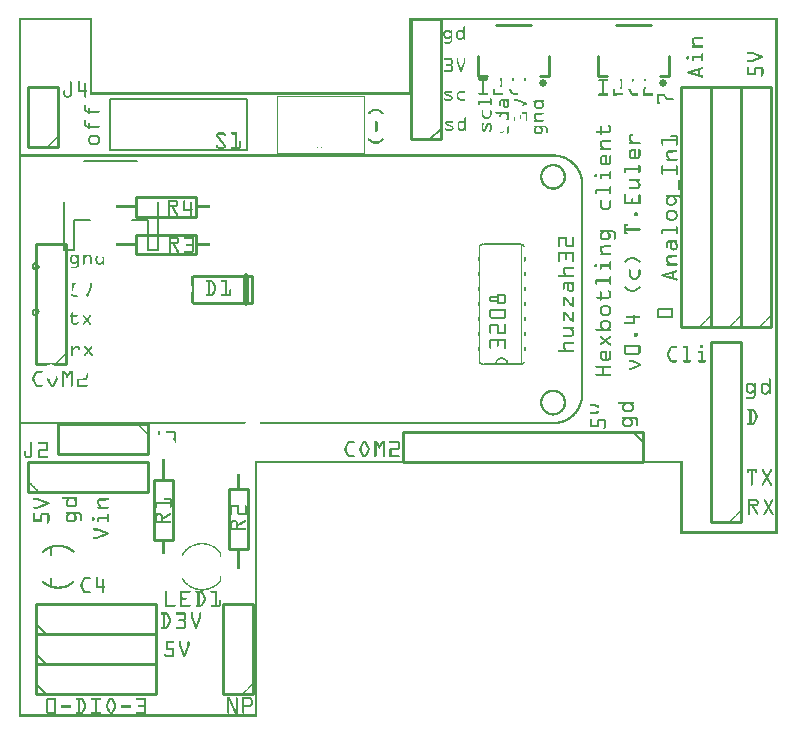
<source format=gto>
G04 MADE WITH FRITZING*
G04 WWW.FRITZING.ORG*
G04 DOUBLE SIDED*
G04 HOLES PLATED*
G04 CONTOUR ON CENTER OF CONTOUR VECTOR*
%ASAXBY*%
%FSLAX23Y23*%
%MOIN*%
%OFA0B0*%
%SFA1.0B1.0*%
%ADD10C,0.026882X-0.00461422*%
%ADD11R,0.294400X0.194312X0.285776X0.185688*%
%ADD12C,0.004312*%
%ADD13C,0.010000*%
%ADD14C,0.008000*%
%ADD15C,0.005000*%
%ADD16C,0.006000*%
%ADD17C,0.002000*%
%ADD18C,0.020000*%
%ADD19C,0.005189*%
%ADD20R,0.001000X0.001000*%
%LNSILK1*%
G90*
G70*
G54D10*
X2145Y2113D03*
X1745Y2113D03*
G54D12*
X861Y2070D02*
X1151Y2070D01*
X1151Y1880D01*
X861Y1880D01*
X861Y2070D01*
D02*
G54D13*
X431Y975D02*
X131Y975D01*
D02*
X131Y975D02*
X131Y875D01*
D02*
X131Y875D02*
X431Y875D01*
D02*
X431Y875D02*
X431Y975D01*
D02*
X131Y1900D02*
X131Y2100D01*
D02*
X131Y2100D02*
X31Y2100D01*
D02*
X31Y2100D02*
X31Y1900D01*
D02*
X31Y1900D02*
X131Y1900D01*
G54D14*
D02*
X217Y1853D02*
X394Y1853D01*
D02*
X463Y1715D02*
X463Y1557D01*
D02*
X463Y1557D02*
X430Y1557D01*
D02*
X430Y1557D02*
X430Y1656D01*
D02*
X430Y1656D02*
X375Y1656D01*
D02*
X237Y1656D02*
X182Y1656D01*
D02*
X182Y1656D02*
X182Y1557D01*
D02*
X182Y1557D02*
X148Y1557D01*
D02*
X148Y1557D02*
X148Y1715D01*
G54D13*
D02*
X2106Y2306D02*
X1988Y2306D01*
D02*
X2165Y2203D02*
X2165Y2138D01*
D02*
X1958Y2138D02*
X1929Y2138D01*
D02*
X1929Y2138D02*
X1929Y2203D01*
D02*
X2165Y2138D02*
X2135Y2138D01*
D02*
X2406Y1300D02*
X2406Y2100D01*
D02*
X2406Y2100D02*
X2306Y2100D01*
D02*
X2306Y2100D02*
X2306Y1300D01*
D02*
X2306Y1300D02*
X2406Y1300D01*
D02*
X2506Y1300D02*
X2506Y2100D01*
D02*
X2506Y2100D02*
X2406Y2100D01*
D02*
X2406Y2100D02*
X2406Y1300D01*
D02*
X2406Y1300D02*
X2506Y1300D01*
D02*
X2306Y1300D02*
X2306Y2100D01*
D02*
X2306Y2100D02*
X2206Y2100D01*
D02*
X2206Y2100D02*
X2206Y1300D01*
D02*
X2206Y1300D02*
X2306Y1300D01*
D02*
X1706Y2306D02*
X1588Y2306D01*
D02*
X1765Y2203D02*
X1765Y2138D01*
D02*
X1558Y2138D02*
X1529Y2138D01*
D02*
X1529Y2138D02*
X1529Y2203D01*
D02*
X1765Y2138D02*
X1735Y2138D01*
D02*
X514Y790D02*
X514Y590D01*
D02*
X514Y590D02*
X448Y590D01*
D02*
X448Y590D02*
X448Y790D01*
D02*
X448Y790D02*
X514Y790D01*
D02*
X2081Y950D02*
X1281Y950D01*
D02*
X1281Y950D02*
X1281Y850D01*
D02*
X1281Y850D02*
X2081Y850D01*
D02*
X2081Y850D02*
X2081Y950D01*
G54D15*
D02*
X2046Y950D02*
X2081Y915D01*
G54D16*
D02*
X1672Y1575D02*
X1548Y1575D01*
D02*
X1548Y1175D02*
X1590Y1175D01*
D02*
X1590Y1175D02*
X1630Y1175D01*
D02*
X1630Y1175D02*
X1672Y1175D01*
G54D17*
D02*
X1673Y1175D02*
X1673Y1575D01*
G54D13*
D02*
X1406Y1925D02*
X1406Y2325D01*
D02*
X1406Y2325D02*
X1306Y2325D01*
D02*
X1306Y2325D02*
X1306Y1925D01*
D02*
X1306Y1925D02*
X1406Y1925D01*
G54D15*
D02*
X1406Y1960D02*
X1371Y1925D01*
G54D13*
D02*
X156Y1175D02*
X156Y1575D01*
D02*
X156Y1575D02*
X56Y1575D01*
D02*
X56Y1575D02*
X56Y1175D01*
D02*
X56Y175D02*
X456Y175D01*
D02*
X456Y175D02*
X456Y275D01*
D02*
X456Y275D02*
X56Y275D01*
D02*
X56Y275D02*
X56Y175D01*
G54D15*
D02*
X91Y175D02*
X56Y210D01*
G54D13*
D02*
X698Y559D02*
X698Y759D01*
D02*
X698Y759D02*
X764Y759D01*
D02*
X764Y759D02*
X764Y559D01*
D02*
X764Y559D02*
X698Y559D01*
G54D14*
D02*
X302Y2060D02*
X302Y1889D01*
D02*
X302Y1889D02*
X760Y1889D01*
D02*
X760Y1889D02*
X760Y2060D01*
D02*
X760Y2060D02*
X302Y2060D01*
G54D13*
D02*
X56Y75D02*
X456Y75D01*
D02*
X456Y75D02*
X456Y175D01*
D02*
X456Y175D02*
X56Y175D01*
D02*
X56Y175D02*
X56Y75D01*
G54D15*
D02*
X91Y75D02*
X56Y110D01*
G54D13*
D02*
X390Y1608D02*
X590Y1608D01*
D02*
X590Y1608D02*
X590Y1542D01*
D02*
X590Y1542D02*
X390Y1542D01*
D02*
X390Y1542D02*
X390Y1608D01*
D02*
X781Y75D02*
X781Y375D01*
D02*
X781Y375D02*
X681Y375D01*
D02*
X681Y375D02*
X681Y75D01*
D02*
X681Y75D02*
X781Y75D01*
D02*
X56Y275D02*
X456Y275D01*
D02*
X456Y275D02*
X456Y375D01*
D02*
X456Y375D02*
X56Y375D01*
D02*
X56Y375D02*
X56Y275D01*
G54D15*
D02*
X91Y275D02*
X56Y310D01*
G54D13*
D02*
X390Y1733D02*
X590Y1733D01*
D02*
X590Y1733D02*
X590Y1667D01*
D02*
X590Y1667D02*
X390Y1667D01*
D02*
X390Y1667D02*
X390Y1733D01*
D02*
X31Y750D02*
X431Y750D01*
D02*
X431Y750D02*
X431Y850D01*
D02*
X431Y850D02*
X31Y850D01*
D02*
X31Y850D02*
X31Y750D01*
D02*
X2406Y650D02*
X2406Y1250D01*
D02*
X2406Y1250D02*
X2306Y1250D01*
D02*
X2306Y1250D02*
X2306Y650D01*
D02*
X2306Y650D02*
X2406Y650D01*
D02*
X775Y1380D02*
X580Y1380D01*
D02*
X580Y1470D02*
X775Y1470D01*
D02*
X775Y1470D02*
X775Y1380D01*
G54D18*
D02*
X755Y1470D02*
X755Y1380D01*
G54D19*
G36*
X955Y2058D02*
X955Y2023D01*
G37*
D02*
G36*
X973Y2040D02*
X938Y2040D01*
G37*
D02*
G36*
X1073Y2040D02*
X1038Y2040D01*
G37*
D02*
G54D20*
X0Y2331D02*
X243Y2331D01*
X1299Y2331D02*
X2528Y2331D01*
X0Y2330D02*
X243Y2330D01*
X1299Y2330D02*
X2528Y2330D01*
X0Y2329D02*
X243Y2329D01*
X1299Y2329D02*
X2528Y2329D01*
X0Y2328D02*
X243Y2328D01*
X1299Y2328D02*
X2528Y2328D01*
X0Y2327D02*
X243Y2327D01*
X1299Y2327D02*
X2528Y2327D01*
X0Y2326D02*
X243Y2326D01*
X1299Y2326D02*
X2528Y2326D01*
X0Y2325D02*
X243Y2325D01*
X1299Y2325D02*
X2528Y2325D01*
X0Y2324D02*
X243Y2324D01*
X1299Y2324D02*
X2528Y2324D01*
X0Y2323D02*
X7Y2323D01*
X236Y2323D02*
X243Y2323D01*
X1299Y2323D02*
X1306Y2323D01*
X2521Y2323D02*
X2528Y2323D01*
X0Y2322D02*
X7Y2322D01*
X236Y2322D02*
X243Y2322D01*
X1299Y2322D02*
X1306Y2322D01*
X2521Y2322D02*
X2528Y2322D01*
X0Y2321D02*
X7Y2321D01*
X236Y2321D02*
X243Y2321D01*
X1299Y2321D02*
X1306Y2321D01*
X2521Y2321D02*
X2528Y2321D01*
X0Y2320D02*
X7Y2320D01*
X236Y2320D02*
X243Y2320D01*
X1299Y2320D02*
X1306Y2320D01*
X2521Y2320D02*
X2528Y2320D01*
X0Y2319D02*
X7Y2319D01*
X236Y2319D02*
X243Y2319D01*
X1299Y2319D02*
X1306Y2319D01*
X2521Y2319D02*
X2528Y2319D01*
X0Y2318D02*
X7Y2318D01*
X236Y2318D02*
X243Y2318D01*
X1299Y2318D02*
X1306Y2318D01*
X2521Y2318D02*
X2528Y2318D01*
X0Y2317D02*
X7Y2317D01*
X236Y2317D02*
X243Y2317D01*
X1299Y2317D02*
X1306Y2317D01*
X2521Y2317D02*
X2528Y2317D01*
X0Y2316D02*
X7Y2316D01*
X236Y2316D02*
X243Y2316D01*
X1299Y2316D02*
X1306Y2316D01*
X2521Y2316D02*
X2528Y2316D01*
X0Y2315D02*
X7Y2315D01*
X236Y2315D02*
X243Y2315D01*
X1299Y2315D02*
X1306Y2315D01*
X2521Y2315D02*
X2528Y2315D01*
X0Y2314D02*
X7Y2314D01*
X236Y2314D02*
X243Y2314D01*
X1299Y2314D02*
X1306Y2314D01*
X2521Y2314D02*
X2528Y2314D01*
X0Y2313D02*
X7Y2313D01*
X236Y2313D02*
X243Y2313D01*
X1299Y2313D02*
X1306Y2313D01*
X2521Y2313D02*
X2528Y2313D01*
X0Y2312D02*
X7Y2312D01*
X236Y2312D02*
X243Y2312D01*
X1299Y2312D02*
X1306Y2312D01*
X2521Y2312D02*
X2528Y2312D01*
X0Y2311D02*
X7Y2311D01*
X236Y2311D02*
X243Y2311D01*
X1299Y2311D02*
X1306Y2311D01*
X2521Y2311D02*
X2528Y2311D01*
X0Y2310D02*
X7Y2310D01*
X236Y2310D02*
X243Y2310D01*
X1299Y2310D02*
X1306Y2310D01*
X2521Y2310D02*
X2528Y2310D01*
X0Y2309D02*
X7Y2309D01*
X236Y2309D02*
X243Y2309D01*
X1299Y2309D02*
X1306Y2309D01*
X2521Y2309D02*
X2528Y2309D01*
X0Y2308D02*
X7Y2308D01*
X236Y2308D02*
X243Y2308D01*
X1299Y2308D02*
X1306Y2308D01*
X2521Y2308D02*
X2528Y2308D01*
X0Y2307D02*
X7Y2307D01*
X236Y2307D02*
X243Y2307D01*
X1299Y2307D02*
X1306Y2307D01*
X2521Y2307D02*
X2528Y2307D01*
X0Y2306D02*
X7Y2306D01*
X236Y2306D02*
X243Y2306D01*
X1299Y2306D02*
X1306Y2306D01*
X2521Y2306D02*
X2528Y2306D01*
X0Y2305D02*
X7Y2305D01*
X236Y2305D02*
X243Y2305D01*
X1299Y2305D02*
X1306Y2305D01*
X2521Y2305D02*
X2528Y2305D01*
X0Y2304D02*
X7Y2304D01*
X236Y2304D02*
X243Y2304D01*
X1299Y2304D02*
X1306Y2304D01*
X2521Y2304D02*
X2528Y2304D01*
X0Y2303D02*
X7Y2303D01*
X236Y2303D02*
X243Y2303D01*
X1299Y2303D02*
X1306Y2303D01*
X1483Y2303D02*
X1484Y2303D01*
X2521Y2303D02*
X2528Y2303D01*
X0Y2302D02*
X7Y2302D01*
X236Y2302D02*
X243Y2302D01*
X1299Y2302D02*
X1306Y2302D01*
X1482Y2302D02*
X1485Y2302D01*
X2521Y2302D02*
X2528Y2302D01*
X0Y2301D02*
X7Y2301D01*
X236Y2301D02*
X243Y2301D01*
X1299Y2301D02*
X1306Y2301D01*
X1481Y2301D02*
X1486Y2301D01*
X2521Y2301D02*
X2528Y2301D01*
X0Y2300D02*
X7Y2300D01*
X236Y2300D02*
X243Y2300D01*
X1299Y2300D02*
X1306Y2300D01*
X1481Y2300D02*
X1486Y2300D01*
X2521Y2300D02*
X2528Y2300D01*
X0Y2299D02*
X7Y2299D01*
X236Y2299D02*
X243Y2299D01*
X1299Y2299D02*
X1306Y2299D01*
X1481Y2299D02*
X1486Y2299D01*
X2521Y2299D02*
X2528Y2299D01*
X0Y2298D02*
X7Y2298D01*
X236Y2298D02*
X243Y2298D01*
X1299Y2298D02*
X1306Y2298D01*
X1481Y2298D02*
X1486Y2298D01*
X2521Y2298D02*
X2528Y2298D01*
X0Y2297D02*
X7Y2297D01*
X236Y2297D02*
X243Y2297D01*
X1299Y2297D02*
X1306Y2297D01*
X1481Y2297D02*
X1486Y2297D01*
X2521Y2297D02*
X2528Y2297D01*
X0Y2296D02*
X7Y2296D01*
X236Y2296D02*
X243Y2296D01*
X1299Y2296D02*
X1306Y2296D01*
X1481Y2296D02*
X1486Y2296D01*
X2521Y2296D02*
X2528Y2296D01*
X0Y2295D02*
X7Y2295D01*
X236Y2295D02*
X243Y2295D01*
X1299Y2295D02*
X1306Y2295D01*
X1481Y2295D02*
X1486Y2295D01*
X2521Y2295D02*
X2528Y2295D01*
X0Y2294D02*
X7Y2294D01*
X236Y2294D02*
X243Y2294D01*
X1299Y2294D02*
X1306Y2294D01*
X1481Y2294D02*
X1486Y2294D01*
X2521Y2294D02*
X2528Y2294D01*
X0Y2293D02*
X7Y2293D01*
X236Y2293D02*
X243Y2293D01*
X1299Y2293D02*
X1306Y2293D01*
X1481Y2293D02*
X1486Y2293D01*
X2521Y2293D02*
X2528Y2293D01*
X0Y2292D02*
X7Y2292D01*
X236Y2292D02*
X243Y2292D01*
X1299Y2292D02*
X1306Y2292D01*
X1481Y2292D02*
X1486Y2292D01*
X2521Y2292D02*
X2528Y2292D01*
X0Y2291D02*
X7Y2291D01*
X236Y2291D02*
X243Y2291D01*
X1299Y2291D02*
X1306Y2291D01*
X1481Y2291D02*
X1486Y2291D01*
X2521Y2291D02*
X2528Y2291D01*
X0Y2290D02*
X7Y2290D01*
X236Y2290D02*
X243Y2290D01*
X1299Y2290D02*
X1306Y2290D01*
X1423Y2290D02*
X1433Y2290D01*
X1440Y2290D02*
X1442Y2290D01*
X1466Y2290D02*
X1475Y2290D01*
X1481Y2290D02*
X1486Y2290D01*
X2521Y2290D02*
X2528Y2290D01*
X0Y2289D02*
X7Y2289D01*
X236Y2289D02*
X243Y2289D01*
X1299Y2289D02*
X1306Y2289D01*
X1421Y2289D02*
X1435Y2289D01*
X1439Y2289D02*
X1443Y2289D01*
X1464Y2289D02*
X1477Y2289D01*
X1481Y2289D02*
X1486Y2289D01*
X2521Y2289D02*
X2528Y2289D01*
X0Y2288D02*
X7Y2288D01*
X236Y2288D02*
X243Y2288D01*
X1299Y2288D02*
X1306Y2288D01*
X1420Y2288D02*
X1436Y2288D01*
X1439Y2288D02*
X1444Y2288D01*
X1462Y2288D02*
X1479Y2288D01*
X1481Y2288D02*
X1486Y2288D01*
X2521Y2288D02*
X2528Y2288D01*
X0Y2287D02*
X7Y2287D01*
X236Y2287D02*
X243Y2287D01*
X1299Y2287D02*
X1306Y2287D01*
X1419Y2287D02*
X1444Y2287D01*
X1461Y2287D02*
X1486Y2287D01*
X2521Y2287D02*
X2528Y2287D01*
X0Y2286D02*
X7Y2286D01*
X236Y2286D02*
X243Y2286D01*
X1299Y2286D02*
X1306Y2286D01*
X1418Y2286D02*
X1444Y2286D01*
X1460Y2286D02*
X1486Y2286D01*
X2521Y2286D02*
X2528Y2286D01*
X0Y2285D02*
X7Y2285D01*
X236Y2285D02*
X243Y2285D01*
X1299Y2285D02*
X1306Y2285D01*
X1417Y2285D02*
X1444Y2285D01*
X1459Y2285D02*
X1486Y2285D01*
X2521Y2285D02*
X2528Y2285D01*
X0Y2284D02*
X7Y2284D01*
X236Y2284D02*
X243Y2284D01*
X1299Y2284D02*
X1306Y2284D01*
X1416Y2284D02*
X1423Y2284D01*
X1432Y2284D02*
X1444Y2284D01*
X1459Y2284D02*
X1466Y2284D01*
X1475Y2284D02*
X1486Y2284D01*
X2521Y2284D02*
X2528Y2284D01*
X0Y2283D02*
X7Y2283D01*
X236Y2283D02*
X243Y2283D01*
X1299Y2283D02*
X1306Y2283D01*
X1416Y2283D02*
X1422Y2283D01*
X1434Y2283D02*
X1444Y2283D01*
X1458Y2283D02*
X1465Y2283D01*
X1476Y2283D02*
X1486Y2283D01*
X2521Y2283D02*
X2528Y2283D01*
X0Y2282D02*
X7Y2282D01*
X236Y2282D02*
X243Y2282D01*
X1299Y2282D02*
X1306Y2282D01*
X1415Y2282D02*
X1421Y2282D01*
X1435Y2282D02*
X1444Y2282D01*
X1458Y2282D02*
X1464Y2282D01*
X1477Y2282D02*
X1486Y2282D01*
X2521Y2282D02*
X2528Y2282D01*
X0Y2281D02*
X7Y2281D01*
X236Y2281D02*
X243Y2281D01*
X1299Y2281D02*
X1306Y2281D01*
X1415Y2281D02*
X1420Y2281D01*
X1436Y2281D02*
X1444Y2281D01*
X1458Y2281D02*
X1463Y2281D01*
X1478Y2281D02*
X1486Y2281D01*
X2521Y2281D02*
X2528Y2281D01*
X0Y2280D02*
X7Y2280D01*
X236Y2280D02*
X243Y2280D01*
X1299Y2280D02*
X1306Y2280D01*
X1415Y2280D02*
X1420Y2280D01*
X1437Y2280D02*
X1444Y2280D01*
X1458Y2280D02*
X1463Y2280D01*
X1480Y2280D02*
X1486Y2280D01*
X2521Y2280D02*
X2528Y2280D01*
X0Y2279D02*
X7Y2279D01*
X236Y2279D02*
X243Y2279D01*
X1299Y2279D02*
X1306Y2279D01*
X1415Y2279D02*
X1420Y2279D01*
X1438Y2279D02*
X1444Y2279D01*
X1458Y2279D02*
X1463Y2279D01*
X1481Y2279D02*
X1486Y2279D01*
X2521Y2279D02*
X2528Y2279D01*
X0Y2278D02*
X7Y2278D01*
X236Y2278D02*
X243Y2278D01*
X1299Y2278D02*
X1306Y2278D01*
X1415Y2278D02*
X1420Y2278D01*
X1439Y2278D02*
X1444Y2278D01*
X1458Y2278D02*
X1463Y2278D01*
X1481Y2278D02*
X1486Y2278D01*
X2521Y2278D02*
X2528Y2278D01*
X0Y2277D02*
X7Y2277D01*
X236Y2277D02*
X243Y2277D01*
X1299Y2277D02*
X1306Y2277D01*
X1415Y2277D02*
X1420Y2277D01*
X1439Y2277D02*
X1444Y2277D01*
X1458Y2277D02*
X1463Y2277D01*
X1481Y2277D02*
X1486Y2277D01*
X2521Y2277D02*
X2528Y2277D01*
X0Y2276D02*
X7Y2276D01*
X236Y2276D02*
X243Y2276D01*
X1299Y2276D02*
X1306Y2276D01*
X1415Y2276D02*
X1420Y2276D01*
X1439Y2276D02*
X1444Y2276D01*
X1458Y2276D02*
X1463Y2276D01*
X1481Y2276D02*
X1486Y2276D01*
X2521Y2276D02*
X2528Y2276D01*
X0Y2275D02*
X7Y2275D01*
X236Y2275D02*
X243Y2275D01*
X1299Y2275D02*
X1306Y2275D01*
X1415Y2275D02*
X1420Y2275D01*
X1439Y2275D02*
X1444Y2275D01*
X1458Y2275D02*
X1463Y2275D01*
X1481Y2275D02*
X1486Y2275D01*
X2521Y2275D02*
X2528Y2275D01*
X0Y2274D02*
X7Y2274D01*
X236Y2274D02*
X243Y2274D01*
X1299Y2274D02*
X1306Y2274D01*
X1415Y2274D02*
X1420Y2274D01*
X1439Y2274D02*
X1444Y2274D01*
X1458Y2274D02*
X1463Y2274D01*
X1481Y2274D02*
X1486Y2274D01*
X2521Y2274D02*
X2528Y2274D01*
X0Y2273D02*
X7Y2273D01*
X236Y2273D02*
X243Y2273D01*
X1299Y2273D02*
X1306Y2273D01*
X1415Y2273D02*
X1420Y2273D01*
X1439Y2273D02*
X1444Y2273D01*
X1458Y2273D02*
X1463Y2273D01*
X1481Y2273D02*
X1486Y2273D01*
X2521Y2273D02*
X2528Y2273D01*
X0Y2272D02*
X7Y2272D01*
X236Y2272D02*
X243Y2272D01*
X1299Y2272D02*
X1306Y2272D01*
X1415Y2272D02*
X1420Y2272D01*
X1439Y2272D02*
X1444Y2272D01*
X1458Y2272D02*
X1463Y2272D01*
X1481Y2272D02*
X1486Y2272D01*
X2521Y2272D02*
X2528Y2272D01*
X0Y2271D02*
X7Y2271D01*
X236Y2271D02*
X243Y2271D01*
X1299Y2271D02*
X1306Y2271D01*
X1415Y2271D02*
X1420Y2271D01*
X1438Y2271D02*
X1444Y2271D01*
X1458Y2271D02*
X1463Y2271D01*
X1481Y2271D02*
X1486Y2271D01*
X2521Y2271D02*
X2528Y2271D01*
X0Y2270D02*
X7Y2270D01*
X236Y2270D02*
X243Y2270D01*
X1299Y2270D02*
X1306Y2270D01*
X1415Y2270D02*
X1420Y2270D01*
X1437Y2270D02*
X1444Y2270D01*
X1458Y2270D02*
X1463Y2270D01*
X1481Y2270D02*
X1486Y2270D01*
X2521Y2270D02*
X2528Y2270D01*
X0Y2269D02*
X7Y2269D01*
X236Y2269D02*
X243Y2269D01*
X1299Y2269D02*
X1306Y2269D01*
X1415Y2269D02*
X1421Y2269D01*
X1436Y2269D02*
X1444Y2269D01*
X1458Y2269D02*
X1463Y2269D01*
X1481Y2269D02*
X1486Y2269D01*
X2521Y2269D02*
X2528Y2269D01*
X0Y2268D02*
X7Y2268D01*
X236Y2268D02*
X243Y2268D01*
X1299Y2268D02*
X1306Y2268D01*
X1416Y2268D02*
X1421Y2268D01*
X1435Y2268D02*
X1444Y2268D01*
X1458Y2268D02*
X1463Y2268D01*
X1480Y2268D02*
X1486Y2268D01*
X2521Y2268D02*
X2528Y2268D01*
X0Y2267D02*
X7Y2267D01*
X236Y2267D02*
X243Y2267D01*
X1299Y2267D02*
X1306Y2267D01*
X1416Y2267D02*
X1422Y2267D01*
X1433Y2267D02*
X1444Y2267D01*
X1458Y2267D02*
X1463Y2267D01*
X1479Y2267D02*
X1486Y2267D01*
X2521Y2267D02*
X2528Y2267D01*
X0Y2266D02*
X7Y2266D01*
X236Y2266D02*
X243Y2266D01*
X1299Y2266D02*
X1306Y2266D01*
X1416Y2266D02*
X1424Y2266D01*
X1432Y2266D02*
X1444Y2266D01*
X1458Y2266D02*
X1463Y2266D01*
X1478Y2266D02*
X1486Y2266D01*
X2268Y2266D02*
X2278Y2266D01*
X2521Y2266D02*
X2528Y2266D01*
X0Y2265D02*
X7Y2265D01*
X236Y2265D02*
X243Y2265D01*
X1299Y2265D02*
X1306Y2265D01*
X1417Y2265D02*
X1444Y2265D01*
X1458Y2265D02*
X1464Y2265D01*
X1477Y2265D02*
X1486Y2265D01*
X2249Y2265D02*
X2279Y2265D01*
X2521Y2265D02*
X2528Y2265D01*
X0Y2264D02*
X7Y2264D01*
X236Y2264D02*
X243Y2264D01*
X1299Y2264D02*
X1306Y2264D01*
X1418Y2264D02*
X1444Y2264D01*
X1459Y2264D02*
X1466Y2264D01*
X1475Y2264D02*
X1486Y2264D01*
X2247Y2264D02*
X2280Y2264D01*
X2521Y2264D02*
X2528Y2264D01*
X0Y2263D02*
X7Y2263D01*
X236Y2263D02*
X243Y2263D01*
X1299Y2263D02*
X1306Y2263D01*
X1419Y2263D02*
X1437Y2263D01*
X1439Y2263D02*
X1444Y2263D01*
X1459Y2263D02*
X1486Y2263D01*
X2246Y2263D02*
X2280Y2263D01*
X2521Y2263D02*
X2528Y2263D01*
X0Y2262D02*
X7Y2262D01*
X236Y2262D02*
X243Y2262D01*
X1299Y2262D02*
X1306Y2262D01*
X1420Y2262D02*
X1436Y2262D01*
X1439Y2262D02*
X1444Y2262D01*
X1460Y2262D02*
X1486Y2262D01*
X2244Y2262D02*
X2280Y2262D01*
X2521Y2262D02*
X2528Y2262D01*
X0Y2261D02*
X7Y2261D01*
X236Y2261D02*
X243Y2261D01*
X1299Y2261D02*
X1306Y2261D01*
X1422Y2261D02*
X1434Y2261D01*
X1439Y2261D02*
X1444Y2261D01*
X1461Y2261D02*
X1486Y2261D01*
X2244Y2261D02*
X2280Y2261D01*
X2521Y2261D02*
X2528Y2261D01*
X0Y2260D02*
X7Y2260D01*
X236Y2260D02*
X243Y2260D01*
X1299Y2260D02*
X1306Y2260D01*
X1424Y2260D02*
X1432Y2260D01*
X1439Y2260D02*
X1444Y2260D01*
X1462Y2260D02*
X1479Y2260D01*
X1481Y2260D02*
X1486Y2260D01*
X2243Y2260D02*
X2279Y2260D01*
X2521Y2260D02*
X2528Y2260D01*
X0Y2259D02*
X7Y2259D01*
X236Y2259D02*
X243Y2259D01*
X1299Y2259D02*
X1306Y2259D01*
X1439Y2259D02*
X1444Y2259D01*
X1463Y2259D02*
X1478Y2259D01*
X1481Y2259D02*
X1486Y2259D01*
X2243Y2259D02*
X2267Y2259D01*
X2521Y2259D02*
X2528Y2259D01*
X0Y2258D02*
X7Y2258D01*
X236Y2258D02*
X243Y2258D01*
X1299Y2258D02*
X1306Y2258D01*
X1439Y2258D02*
X1444Y2258D01*
X1465Y2258D02*
X1476Y2258D01*
X1482Y2258D02*
X1485Y2258D01*
X2242Y2258D02*
X2250Y2258D01*
X2521Y2258D02*
X2528Y2258D01*
X0Y2257D02*
X7Y2257D01*
X236Y2257D02*
X243Y2257D01*
X1299Y2257D02*
X1306Y2257D01*
X1439Y2257D02*
X1444Y2257D01*
X2242Y2257D02*
X2249Y2257D01*
X2521Y2257D02*
X2528Y2257D01*
X0Y2256D02*
X7Y2256D01*
X236Y2256D02*
X243Y2256D01*
X1299Y2256D02*
X1306Y2256D01*
X1439Y2256D02*
X1444Y2256D01*
X2242Y2256D02*
X2248Y2256D01*
X2521Y2256D02*
X2528Y2256D01*
X0Y2255D02*
X7Y2255D01*
X236Y2255D02*
X243Y2255D01*
X1299Y2255D02*
X1306Y2255D01*
X1439Y2255D02*
X1444Y2255D01*
X2242Y2255D02*
X2248Y2255D01*
X2521Y2255D02*
X2528Y2255D01*
X0Y2254D02*
X7Y2254D01*
X236Y2254D02*
X243Y2254D01*
X1299Y2254D02*
X1306Y2254D01*
X1438Y2254D02*
X1444Y2254D01*
X2242Y2254D02*
X2248Y2254D01*
X2521Y2254D02*
X2528Y2254D01*
X0Y2253D02*
X7Y2253D01*
X236Y2253D02*
X243Y2253D01*
X1299Y2253D02*
X1306Y2253D01*
X1438Y2253D02*
X1443Y2253D01*
X2242Y2253D02*
X2248Y2253D01*
X2521Y2253D02*
X2528Y2253D01*
X0Y2252D02*
X7Y2252D01*
X236Y2252D02*
X243Y2252D01*
X1299Y2252D02*
X1306Y2252D01*
X1436Y2252D02*
X1443Y2252D01*
X2242Y2252D02*
X2248Y2252D01*
X2521Y2252D02*
X2528Y2252D01*
X0Y2251D02*
X7Y2251D01*
X236Y2251D02*
X243Y2251D01*
X1299Y2251D02*
X1306Y2251D01*
X1435Y2251D02*
X1443Y2251D01*
X2242Y2251D02*
X2248Y2251D01*
X2521Y2251D02*
X2528Y2251D01*
X0Y2250D02*
X7Y2250D01*
X236Y2250D02*
X243Y2250D01*
X1299Y2250D02*
X1306Y2250D01*
X1420Y2250D02*
X1442Y2250D01*
X2242Y2250D02*
X2248Y2250D01*
X2521Y2250D02*
X2528Y2250D01*
X0Y2249D02*
X7Y2249D01*
X236Y2249D02*
X243Y2249D01*
X1299Y2249D02*
X1306Y2249D01*
X1419Y2249D02*
X1441Y2249D01*
X2242Y2249D02*
X2249Y2249D01*
X2521Y2249D02*
X2528Y2249D01*
X0Y2248D02*
X7Y2248D01*
X236Y2248D02*
X243Y2248D01*
X1299Y2248D02*
X1306Y2248D01*
X1418Y2248D02*
X1440Y2248D01*
X2242Y2248D02*
X2249Y2248D01*
X2521Y2248D02*
X2528Y2248D01*
X0Y2247D02*
X7Y2247D01*
X236Y2247D02*
X243Y2247D01*
X1299Y2247D02*
X1306Y2247D01*
X1418Y2247D02*
X1439Y2247D01*
X2243Y2247D02*
X2250Y2247D01*
X2521Y2247D02*
X2528Y2247D01*
X0Y2246D02*
X7Y2246D01*
X236Y2246D02*
X243Y2246D01*
X1299Y2246D02*
X1306Y2246D01*
X1419Y2246D02*
X1437Y2246D01*
X2243Y2246D02*
X2250Y2246D01*
X2521Y2246D02*
X2528Y2246D01*
X0Y2245D02*
X7Y2245D01*
X236Y2245D02*
X243Y2245D01*
X1299Y2245D02*
X1306Y2245D01*
X1420Y2245D02*
X1435Y2245D01*
X2244Y2245D02*
X2251Y2245D01*
X2521Y2245D02*
X2528Y2245D01*
X0Y2244D02*
X7Y2244D01*
X236Y2244D02*
X243Y2244D01*
X1299Y2244D02*
X1306Y2244D01*
X2244Y2244D02*
X2252Y2244D01*
X2521Y2244D02*
X2528Y2244D01*
X0Y2243D02*
X7Y2243D01*
X236Y2243D02*
X243Y2243D01*
X1299Y2243D02*
X1306Y2243D01*
X2245Y2243D02*
X2252Y2243D01*
X2521Y2243D02*
X2528Y2243D01*
X0Y2242D02*
X7Y2242D01*
X236Y2242D02*
X243Y2242D01*
X1299Y2242D02*
X1306Y2242D01*
X2246Y2242D02*
X2253Y2242D01*
X2521Y2242D02*
X2528Y2242D01*
X0Y2241D02*
X7Y2241D01*
X236Y2241D02*
X243Y2241D01*
X1299Y2241D02*
X1306Y2241D01*
X2246Y2241D02*
X2254Y2241D01*
X2521Y2241D02*
X2528Y2241D01*
X0Y2240D02*
X7Y2240D01*
X236Y2240D02*
X243Y2240D01*
X1299Y2240D02*
X1306Y2240D01*
X2247Y2240D02*
X2254Y2240D01*
X2521Y2240D02*
X2528Y2240D01*
X0Y2239D02*
X7Y2239D01*
X236Y2239D02*
X243Y2239D01*
X1299Y2239D02*
X1306Y2239D01*
X2247Y2239D02*
X2255Y2239D01*
X2521Y2239D02*
X2528Y2239D01*
X0Y2238D02*
X7Y2238D01*
X236Y2238D02*
X243Y2238D01*
X1299Y2238D02*
X1306Y2238D01*
X2243Y2238D02*
X2279Y2238D01*
X2521Y2238D02*
X2528Y2238D01*
X0Y2237D02*
X7Y2237D01*
X236Y2237D02*
X243Y2237D01*
X1299Y2237D02*
X1306Y2237D01*
X2242Y2237D02*
X2280Y2237D01*
X2521Y2237D02*
X2528Y2237D01*
X0Y2236D02*
X7Y2236D01*
X236Y2236D02*
X243Y2236D01*
X1299Y2236D02*
X1306Y2236D01*
X2242Y2236D02*
X2280Y2236D01*
X2521Y2236D02*
X2528Y2236D01*
X0Y2235D02*
X7Y2235D01*
X236Y2235D02*
X243Y2235D01*
X1299Y2235D02*
X1306Y2235D01*
X2242Y2235D02*
X2280Y2235D01*
X2521Y2235D02*
X2528Y2235D01*
X0Y2234D02*
X7Y2234D01*
X236Y2234D02*
X243Y2234D01*
X1299Y2234D02*
X1306Y2234D01*
X2242Y2234D02*
X2280Y2234D01*
X2521Y2234D02*
X2528Y2234D01*
X0Y2233D02*
X7Y2233D01*
X236Y2233D02*
X243Y2233D01*
X1299Y2233D02*
X1306Y2233D01*
X2243Y2233D02*
X2279Y2233D01*
X2521Y2233D02*
X2528Y2233D01*
X0Y2232D02*
X7Y2232D01*
X236Y2232D02*
X243Y2232D01*
X1299Y2232D02*
X1306Y2232D01*
X2244Y2232D02*
X2278Y2232D01*
X2521Y2232D02*
X2528Y2232D01*
X0Y2231D02*
X7Y2231D01*
X236Y2231D02*
X243Y2231D01*
X1299Y2231D02*
X1306Y2231D01*
X2521Y2231D02*
X2528Y2231D01*
X0Y2230D02*
X7Y2230D01*
X236Y2230D02*
X243Y2230D01*
X1299Y2230D02*
X1306Y2230D01*
X2521Y2230D02*
X2528Y2230D01*
X0Y2229D02*
X7Y2229D01*
X236Y2229D02*
X243Y2229D01*
X1299Y2229D02*
X1306Y2229D01*
X2521Y2229D02*
X2528Y2229D01*
X0Y2228D02*
X7Y2228D01*
X236Y2228D02*
X243Y2228D01*
X1299Y2228D02*
X1306Y2228D01*
X2521Y2228D02*
X2528Y2228D01*
X0Y2227D02*
X7Y2227D01*
X236Y2227D02*
X243Y2227D01*
X1299Y2227D02*
X1306Y2227D01*
X2521Y2227D02*
X2528Y2227D01*
X0Y2226D02*
X7Y2226D01*
X236Y2226D02*
X243Y2226D01*
X1299Y2226D02*
X1306Y2226D01*
X2521Y2226D02*
X2528Y2226D01*
X0Y2225D02*
X7Y2225D01*
X236Y2225D02*
X243Y2225D01*
X1299Y2225D02*
X1306Y2225D01*
X2521Y2225D02*
X2528Y2225D01*
X0Y2224D02*
X7Y2224D01*
X236Y2224D02*
X243Y2224D01*
X1299Y2224D02*
X1306Y2224D01*
X2521Y2224D02*
X2528Y2224D01*
X0Y2223D02*
X7Y2223D01*
X236Y2223D02*
X243Y2223D01*
X1299Y2223D02*
X1306Y2223D01*
X2521Y2223D02*
X2528Y2223D01*
X0Y2222D02*
X7Y2222D01*
X236Y2222D02*
X243Y2222D01*
X1299Y2222D02*
X1306Y2222D01*
X2521Y2222D02*
X2528Y2222D01*
X0Y2221D02*
X7Y2221D01*
X236Y2221D02*
X243Y2221D01*
X1299Y2221D02*
X1306Y2221D01*
X2521Y2221D02*
X2528Y2221D01*
X0Y2220D02*
X7Y2220D01*
X236Y2220D02*
X243Y2220D01*
X1299Y2220D02*
X1306Y2220D01*
X2521Y2220D02*
X2528Y2220D01*
X0Y2219D02*
X7Y2219D01*
X236Y2219D02*
X243Y2219D01*
X1299Y2219D02*
X1306Y2219D01*
X2521Y2219D02*
X2528Y2219D01*
X0Y2218D02*
X7Y2218D01*
X236Y2218D02*
X243Y2218D01*
X1299Y2218D02*
X1306Y2218D01*
X2521Y2218D02*
X2528Y2218D01*
X0Y2217D02*
X7Y2217D01*
X236Y2217D02*
X243Y2217D01*
X1299Y2217D02*
X1306Y2217D01*
X2429Y2217D02*
X2444Y2217D01*
X2521Y2217D02*
X2528Y2217D01*
X0Y2216D02*
X7Y2216D01*
X236Y2216D02*
X243Y2216D01*
X1299Y2216D02*
X1306Y2216D01*
X2428Y2216D02*
X2446Y2216D01*
X2521Y2216D02*
X2528Y2216D01*
X0Y2215D02*
X7Y2215D01*
X236Y2215D02*
X243Y2215D01*
X1299Y2215D02*
X1306Y2215D01*
X2427Y2215D02*
X2449Y2215D01*
X2521Y2215D02*
X2528Y2215D01*
X0Y2214D02*
X7Y2214D01*
X236Y2214D02*
X243Y2214D01*
X1299Y2214D02*
X1306Y2214D01*
X2427Y2214D02*
X2452Y2214D01*
X2521Y2214D02*
X2528Y2214D01*
X0Y2213D02*
X7Y2213D01*
X236Y2213D02*
X243Y2213D01*
X1299Y2213D02*
X1306Y2213D01*
X2427Y2213D02*
X2454Y2213D01*
X2521Y2213D02*
X2528Y2213D01*
X0Y2212D02*
X7Y2212D01*
X236Y2212D02*
X243Y2212D01*
X1299Y2212D02*
X1306Y2212D01*
X2276Y2212D02*
X2279Y2212D01*
X2428Y2212D02*
X2457Y2212D01*
X2521Y2212D02*
X2528Y2212D01*
X0Y2211D02*
X7Y2211D01*
X236Y2211D02*
X243Y2211D01*
X1299Y2211D02*
X1306Y2211D01*
X2275Y2211D02*
X2280Y2211D01*
X2429Y2211D02*
X2459Y2211D01*
X2521Y2211D02*
X2528Y2211D01*
X0Y2210D02*
X7Y2210D01*
X236Y2210D02*
X243Y2210D01*
X1299Y2210D02*
X1306Y2210D01*
X2274Y2210D02*
X2280Y2210D01*
X2443Y2210D02*
X2462Y2210D01*
X2521Y2210D02*
X2528Y2210D01*
X0Y2209D02*
X7Y2209D01*
X236Y2209D02*
X243Y2209D01*
X1299Y2209D02*
X1306Y2209D01*
X2274Y2209D02*
X2280Y2209D01*
X2446Y2209D02*
X2464Y2209D01*
X2521Y2209D02*
X2528Y2209D01*
X0Y2208D02*
X7Y2208D01*
X236Y2208D02*
X243Y2208D01*
X1299Y2208D02*
X1306Y2208D01*
X2274Y2208D02*
X2280Y2208D01*
X2449Y2208D02*
X2467Y2208D01*
X2521Y2208D02*
X2528Y2208D01*
X0Y2207D02*
X7Y2207D01*
X236Y2207D02*
X243Y2207D01*
X1299Y2207D02*
X1306Y2207D01*
X2274Y2207D02*
X2280Y2207D01*
X2451Y2207D02*
X2470Y2207D01*
X2521Y2207D02*
X2528Y2207D01*
X0Y2206D02*
X7Y2206D01*
X236Y2206D02*
X243Y2206D01*
X1299Y2206D02*
X1306Y2206D01*
X2274Y2206D02*
X2280Y2206D01*
X2454Y2206D02*
X2472Y2206D01*
X2521Y2206D02*
X2528Y2206D01*
X0Y2205D02*
X7Y2205D01*
X236Y2205D02*
X243Y2205D01*
X1299Y2205D02*
X1306Y2205D01*
X2274Y2205D02*
X2280Y2205D01*
X2456Y2205D02*
X2475Y2205D01*
X2521Y2205D02*
X2528Y2205D01*
X0Y2204D02*
X7Y2204D01*
X236Y2204D02*
X243Y2204D01*
X1299Y2204D02*
X1306Y2204D01*
X2274Y2204D02*
X2280Y2204D01*
X2459Y2204D02*
X2477Y2204D01*
X2521Y2204D02*
X2528Y2204D01*
X0Y2203D02*
X7Y2203D01*
X236Y2203D02*
X243Y2203D01*
X1299Y2203D02*
X1306Y2203D01*
X2274Y2203D02*
X2280Y2203D01*
X2461Y2203D02*
X2479Y2203D01*
X2521Y2203D02*
X2528Y2203D01*
X0Y2202D02*
X7Y2202D01*
X236Y2202D02*
X243Y2202D01*
X1299Y2202D02*
X1306Y2202D01*
X2226Y2202D02*
X2231Y2202D01*
X2244Y2202D02*
X2280Y2202D01*
X2464Y2202D02*
X2480Y2202D01*
X2521Y2202D02*
X2528Y2202D01*
X0Y2201D02*
X7Y2201D01*
X236Y2201D02*
X243Y2201D01*
X1299Y2201D02*
X1306Y2201D01*
X2225Y2201D02*
X2232Y2201D01*
X2243Y2201D02*
X2280Y2201D01*
X2466Y2201D02*
X2480Y2201D01*
X2521Y2201D02*
X2528Y2201D01*
X0Y2200D02*
X7Y2200D01*
X236Y2200D02*
X243Y2200D01*
X1299Y2200D02*
X1306Y2200D01*
X2224Y2200D02*
X2233Y2200D01*
X2242Y2200D02*
X2280Y2200D01*
X2467Y2200D02*
X2480Y2200D01*
X2521Y2200D02*
X2528Y2200D01*
X0Y2199D02*
X7Y2199D01*
X236Y2199D02*
X243Y2199D01*
X1299Y2199D02*
X1306Y2199D01*
X2224Y2199D02*
X2233Y2199D01*
X2242Y2199D02*
X2280Y2199D01*
X2465Y2199D02*
X2480Y2199D01*
X2521Y2199D02*
X2528Y2199D01*
X0Y2198D02*
X7Y2198D01*
X236Y2198D02*
X243Y2198D01*
X1299Y2198D02*
X1306Y2198D01*
X2224Y2198D02*
X2233Y2198D01*
X2242Y2198D02*
X2280Y2198D01*
X2462Y2198D02*
X2480Y2198D01*
X2521Y2198D02*
X2528Y2198D01*
X0Y2197D02*
X7Y2197D01*
X236Y2197D02*
X243Y2197D01*
X1299Y2197D02*
X1306Y2197D01*
X2224Y2197D02*
X2233Y2197D01*
X2242Y2197D02*
X2280Y2197D01*
X2460Y2197D02*
X2478Y2197D01*
X2521Y2197D02*
X2528Y2197D01*
X0Y2196D02*
X7Y2196D01*
X236Y2196D02*
X243Y2196D01*
X1299Y2196D02*
X1306Y2196D01*
X1419Y2196D02*
X1440Y2196D01*
X1461Y2196D02*
X1462Y2196D01*
X1485Y2196D02*
X1485Y2196D01*
X2224Y2196D02*
X2233Y2196D01*
X2242Y2196D02*
X2280Y2196D01*
X2457Y2196D02*
X2476Y2196D01*
X2521Y2196D02*
X2528Y2196D01*
X0Y2195D02*
X7Y2195D01*
X236Y2195D02*
X243Y2195D01*
X1299Y2195D02*
X1306Y2195D01*
X1417Y2195D02*
X1442Y2195D01*
X1460Y2195D02*
X1463Y2195D01*
X1483Y2195D02*
X1487Y2195D01*
X2224Y2195D02*
X2233Y2195D01*
X2242Y2195D02*
X2248Y2195D01*
X2274Y2195D02*
X2280Y2195D01*
X2455Y2195D02*
X2473Y2195D01*
X2521Y2195D02*
X2528Y2195D01*
X0Y2194D02*
X7Y2194D01*
X236Y2194D02*
X243Y2194D01*
X1299Y2194D02*
X1306Y2194D01*
X1417Y2194D02*
X1443Y2194D01*
X1459Y2194D02*
X1464Y2194D01*
X1482Y2194D02*
X1487Y2194D01*
X2224Y2194D02*
X2233Y2194D01*
X2242Y2194D02*
X2248Y2194D01*
X2274Y2194D02*
X2280Y2194D01*
X2452Y2194D02*
X2471Y2194D01*
X2521Y2194D02*
X2528Y2194D01*
X0Y2193D02*
X7Y2193D01*
X236Y2193D02*
X243Y2193D01*
X1299Y2193D02*
X1306Y2193D01*
X1416Y2193D02*
X1444Y2193D01*
X1459Y2193D02*
X1464Y2193D01*
X1482Y2193D02*
X1487Y2193D01*
X2225Y2193D02*
X2232Y2193D01*
X2242Y2193D02*
X2248Y2193D01*
X2274Y2193D02*
X2280Y2193D01*
X2450Y2193D02*
X2468Y2193D01*
X2521Y2193D02*
X2528Y2193D01*
X0Y2192D02*
X7Y2192D01*
X236Y2192D02*
X243Y2192D01*
X1299Y2192D02*
X1306Y2192D01*
X1417Y2192D02*
X1444Y2192D01*
X1459Y2192D02*
X1464Y2192D01*
X1482Y2192D02*
X1487Y2192D01*
X2227Y2192D02*
X2230Y2192D01*
X2242Y2192D02*
X2248Y2192D01*
X2274Y2192D02*
X2280Y2192D01*
X2447Y2192D02*
X2466Y2192D01*
X2521Y2192D02*
X2528Y2192D01*
X0Y2191D02*
X7Y2191D01*
X236Y2191D02*
X243Y2191D01*
X1299Y2191D02*
X1306Y2191D01*
X1417Y2191D02*
X1445Y2191D01*
X1459Y2191D02*
X1464Y2191D01*
X1482Y2191D02*
X1487Y2191D01*
X2242Y2191D02*
X2248Y2191D01*
X2274Y2191D02*
X2280Y2191D01*
X2444Y2191D02*
X2463Y2191D01*
X2521Y2191D02*
X2528Y2191D01*
X0Y2190D02*
X7Y2190D01*
X236Y2190D02*
X243Y2190D01*
X1299Y2190D02*
X1306Y2190D01*
X1440Y2190D02*
X1445Y2190D01*
X1459Y2190D02*
X1464Y2190D01*
X1482Y2190D02*
X1487Y2190D01*
X2242Y2190D02*
X2248Y2190D01*
X2274Y2190D02*
X2280Y2190D01*
X2442Y2190D02*
X2460Y2190D01*
X2521Y2190D02*
X2528Y2190D01*
X0Y2189D02*
X7Y2189D01*
X236Y2189D02*
X243Y2189D01*
X1299Y2189D02*
X1306Y2189D01*
X1440Y2189D02*
X1445Y2189D01*
X1459Y2189D02*
X1464Y2189D01*
X1482Y2189D02*
X1487Y2189D01*
X2242Y2189D02*
X2248Y2189D01*
X2274Y2189D02*
X2280Y2189D01*
X2428Y2189D02*
X2458Y2189D01*
X2521Y2189D02*
X2528Y2189D01*
X0Y2188D02*
X7Y2188D01*
X236Y2188D02*
X243Y2188D01*
X1299Y2188D02*
X1306Y2188D01*
X1440Y2188D02*
X1445Y2188D01*
X1459Y2188D02*
X1464Y2188D01*
X1482Y2188D02*
X1487Y2188D01*
X2242Y2188D02*
X2248Y2188D01*
X2274Y2188D02*
X2280Y2188D01*
X2428Y2188D02*
X2455Y2188D01*
X2521Y2188D02*
X2528Y2188D01*
X0Y2187D02*
X7Y2187D01*
X236Y2187D02*
X243Y2187D01*
X1299Y2187D02*
X1306Y2187D01*
X1440Y2187D02*
X1445Y2187D01*
X1459Y2187D02*
X1464Y2187D01*
X1482Y2187D02*
X1487Y2187D01*
X2242Y2187D02*
X2247Y2187D01*
X2275Y2187D02*
X2280Y2187D01*
X2427Y2187D02*
X2453Y2187D01*
X2521Y2187D02*
X2528Y2187D01*
X0Y2186D02*
X7Y2186D01*
X236Y2186D02*
X243Y2186D01*
X1299Y2186D02*
X1306Y2186D01*
X1440Y2186D02*
X1445Y2186D01*
X1459Y2186D02*
X1464Y2186D01*
X1482Y2186D02*
X1487Y2186D01*
X2243Y2186D02*
X2247Y2186D01*
X2275Y2186D02*
X2279Y2186D01*
X2427Y2186D02*
X2450Y2186D01*
X2521Y2186D02*
X2528Y2186D01*
X0Y2185D02*
X7Y2185D01*
X236Y2185D02*
X243Y2185D01*
X1299Y2185D02*
X1306Y2185D01*
X1440Y2185D02*
X1445Y2185D01*
X1459Y2185D02*
X1464Y2185D01*
X1482Y2185D02*
X1487Y2185D01*
X2428Y2185D02*
X2448Y2185D01*
X2521Y2185D02*
X2528Y2185D01*
X0Y2184D02*
X7Y2184D01*
X236Y2184D02*
X243Y2184D01*
X1299Y2184D02*
X1306Y2184D01*
X1440Y2184D02*
X1445Y2184D01*
X1459Y2184D02*
X1464Y2184D01*
X1482Y2184D02*
X1487Y2184D01*
X2428Y2184D02*
X2445Y2184D01*
X2521Y2184D02*
X2528Y2184D01*
X0Y2183D02*
X7Y2183D01*
X236Y2183D02*
X243Y2183D01*
X1299Y2183D02*
X1306Y2183D01*
X1440Y2183D02*
X1445Y2183D01*
X1459Y2183D02*
X1464Y2183D01*
X1482Y2183D02*
X1487Y2183D01*
X2430Y2183D02*
X2442Y2183D01*
X2521Y2183D02*
X2528Y2183D01*
X0Y2182D02*
X7Y2182D01*
X236Y2182D02*
X243Y2182D01*
X1299Y2182D02*
X1306Y2182D01*
X1440Y2182D02*
X1445Y2182D01*
X1459Y2182D02*
X1465Y2182D01*
X1482Y2182D02*
X1487Y2182D01*
X2521Y2182D02*
X2528Y2182D01*
X0Y2181D02*
X7Y2181D01*
X236Y2181D02*
X243Y2181D01*
X1299Y2181D02*
X1306Y2181D01*
X1440Y2181D02*
X1445Y2181D01*
X1459Y2181D02*
X1465Y2181D01*
X1481Y2181D02*
X1487Y2181D01*
X2521Y2181D02*
X2528Y2181D01*
X0Y2180D02*
X7Y2180D01*
X236Y2180D02*
X243Y2180D01*
X1299Y2180D02*
X1306Y2180D01*
X1440Y2180D02*
X1445Y2180D01*
X1460Y2180D02*
X1465Y2180D01*
X1481Y2180D02*
X1486Y2180D01*
X2521Y2180D02*
X2528Y2180D01*
X0Y2179D02*
X7Y2179D01*
X236Y2179D02*
X243Y2179D01*
X1299Y2179D02*
X1306Y2179D01*
X1440Y2179D02*
X1445Y2179D01*
X1460Y2179D02*
X1466Y2179D01*
X1480Y2179D02*
X1486Y2179D01*
X2521Y2179D02*
X2528Y2179D01*
X0Y2178D02*
X7Y2178D01*
X236Y2178D02*
X243Y2178D01*
X1299Y2178D02*
X1306Y2178D01*
X1440Y2178D02*
X1445Y2178D01*
X1461Y2178D02*
X1466Y2178D01*
X1480Y2178D02*
X1486Y2178D01*
X2521Y2178D02*
X2528Y2178D01*
X0Y2177D02*
X7Y2177D01*
X236Y2177D02*
X243Y2177D01*
X1299Y2177D02*
X1306Y2177D01*
X1439Y2177D02*
X1445Y2177D01*
X1461Y2177D02*
X1466Y2177D01*
X1480Y2177D02*
X1485Y2177D01*
X2521Y2177D02*
X2528Y2177D01*
X0Y2176D02*
X7Y2176D01*
X236Y2176D02*
X243Y2176D01*
X1299Y2176D02*
X1306Y2176D01*
X1424Y2176D02*
X1444Y2176D01*
X1461Y2176D02*
X1467Y2176D01*
X1479Y2176D02*
X1485Y2176D01*
X2521Y2176D02*
X2528Y2176D01*
X0Y2175D02*
X7Y2175D01*
X236Y2175D02*
X243Y2175D01*
X1299Y2175D02*
X1306Y2175D01*
X1423Y2175D02*
X1444Y2175D01*
X1462Y2175D02*
X1467Y2175D01*
X1479Y2175D02*
X1484Y2175D01*
X2521Y2175D02*
X2528Y2175D01*
X0Y2174D02*
X7Y2174D01*
X236Y2174D02*
X243Y2174D01*
X1299Y2174D02*
X1306Y2174D01*
X1422Y2174D02*
X1443Y2174D01*
X1462Y2174D02*
X1468Y2174D01*
X1479Y2174D02*
X1484Y2174D01*
X2521Y2174D02*
X2528Y2174D01*
X0Y2173D02*
X7Y2173D01*
X236Y2173D02*
X243Y2173D01*
X1299Y2173D02*
X1306Y2173D01*
X1422Y2173D02*
X1443Y2173D01*
X1463Y2173D02*
X1468Y2173D01*
X1478Y2173D02*
X1484Y2173D01*
X2521Y2173D02*
X2528Y2173D01*
X0Y2172D02*
X7Y2172D01*
X236Y2172D02*
X243Y2172D01*
X1299Y2172D02*
X1306Y2172D01*
X1422Y2172D02*
X1443Y2172D01*
X1463Y2172D02*
X1468Y2172D01*
X1478Y2172D02*
X1483Y2172D01*
X2521Y2172D02*
X2528Y2172D01*
X0Y2171D02*
X7Y2171D01*
X236Y2171D02*
X243Y2171D01*
X1299Y2171D02*
X1306Y2171D01*
X1423Y2171D02*
X1444Y2171D01*
X1463Y2171D02*
X1469Y2171D01*
X1477Y2171D02*
X1483Y2171D01*
X2521Y2171D02*
X2528Y2171D01*
X0Y2170D02*
X7Y2170D01*
X236Y2170D02*
X243Y2170D01*
X1299Y2170D02*
X1306Y2170D01*
X1438Y2170D02*
X1444Y2170D01*
X1464Y2170D02*
X1469Y2170D01*
X1477Y2170D02*
X1482Y2170D01*
X2521Y2170D02*
X2528Y2170D01*
X0Y2169D02*
X7Y2169D01*
X236Y2169D02*
X243Y2169D01*
X1299Y2169D02*
X1306Y2169D01*
X1439Y2169D02*
X1445Y2169D01*
X1464Y2169D02*
X1470Y2169D01*
X1477Y2169D02*
X1482Y2169D01*
X2521Y2169D02*
X2528Y2169D01*
X0Y2168D02*
X7Y2168D01*
X236Y2168D02*
X243Y2168D01*
X1299Y2168D02*
X1306Y2168D01*
X1440Y2168D02*
X1445Y2168D01*
X1465Y2168D02*
X1470Y2168D01*
X1476Y2168D02*
X1482Y2168D01*
X2521Y2168D02*
X2528Y2168D01*
X0Y2167D02*
X7Y2167D01*
X236Y2167D02*
X243Y2167D01*
X1299Y2167D02*
X1306Y2167D01*
X1440Y2167D02*
X1445Y2167D01*
X1465Y2167D02*
X1470Y2167D01*
X1476Y2167D02*
X1481Y2167D01*
X2429Y2167D02*
X2431Y2167D01*
X2455Y2167D02*
X2476Y2167D01*
X2521Y2167D02*
X2528Y2167D01*
X0Y2166D02*
X7Y2166D01*
X236Y2166D02*
X243Y2166D01*
X1299Y2166D02*
X1306Y2166D01*
X1440Y2166D02*
X1445Y2166D01*
X1465Y2166D02*
X1471Y2166D01*
X1475Y2166D02*
X1481Y2166D01*
X2277Y2166D02*
X2278Y2166D01*
X2428Y2166D02*
X2433Y2166D01*
X2454Y2166D02*
X2478Y2166D01*
X2521Y2166D02*
X2528Y2166D01*
X0Y2165D02*
X7Y2165D01*
X236Y2165D02*
X243Y2165D01*
X1299Y2165D02*
X1306Y2165D01*
X1440Y2165D02*
X1445Y2165D01*
X1466Y2165D02*
X1471Y2165D01*
X1475Y2165D02*
X1480Y2165D01*
X2274Y2165D02*
X2279Y2165D01*
X2427Y2165D02*
X2433Y2165D01*
X2453Y2165D02*
X2479Y2165D01*
X2521Y2165D02*
X2528Y2165D01*
X0Y2164D02*
X7Y2164D01*
X236Y2164D02*
X243Y2164D01*
X1299Y2164D02*
X1306Y2164D01*
X1440Y2164D02*
X1445Y2164D01*
X1466Y2164D02*
X1472Y2164D01*
X1475Y2164D02*
X1480Y2164D01*
X2270Y2164D02*
X2280Y2164D01*
X2427Y2164D02*
X2433Y2164D01*
X2452Y2164D02*
X2480Y2164D01*
X2521Y2164D02*
X2528Y2164D01*
X0Y2163D02*
X7Y2163D01*
X236Y2163D02*
X243Y2163D01*
X1299Y2163D02*
X1306Y2163D01*
X1440Y2163D02*
X1445Y2163D01*
X1466Y2163D02*
X1472Y2163D01*
X1474Y2163D02*
X1480Y2163D01*
X2267Y2163D02*
X2280Y2163D01*
X2427Y2163D02*
X2433Y2163D01*
X2451Y2163D02*
X2480Y2163D01*
X2521Y2163D02*
X2528Y2163D01*
X0Y2162D02*
X7Y2162D01*
X236Y2162D02*
X243Y2162D01*
X1299Y2162D02*
X1306Y2162D01*
X1440Y2162D02*
X1445Y2162D01*
X1467Y2162D02*
X1479Y2162D01*
X2263Y2162D02*
X2280Y2162D01*
X2427Y2162D02*
X2433Y2162D01*
X2451Y2162D02*
X2480Y2162D01*
X2521Y2162D02*
X2528Y2162D01*
X0Y2161D02*
X7Y2161D01*
X236Y2161D02*
X243Y2161D01*
X1299Y2161D02*
X1306Y2161D01*
X1440Y2161D02*
X1445Y2161D01*
X1467Y2161D02*
X1479Y2161D01*
X2260Y2161D02*
X2280Y2161D01*
X2427Y2161D02*
X2433Y2161D01*
X2451Y2161D02*
X2480Y2161D01*
X2521Y2161D02*
X2528Y2161D01*
X0Y2160D02*
X7Y2160D01*
X236Y2160D02*
X243Y2160D01*
X1299Y2160D02*
X1306Y2160D01*
X1440Y2160D02*
X1445Y2160D01*
X1468Y2160D02*
X1479Y2160D01*
X2257Y2160D02*
X2279Y2160D01*
X2427Y2160D02*
X2433Y2160D01*
X2451Y2160D02*
X2457Y2160D01*
X2474Y2160D02*
X2481Y2160D01*
X2521Y2160D02*
X2528Y2160D01*
X0Y2159D02*
X7Y2159D01*
X236Y2159D02*
X243Y2159D01*
X1299Y2159D02*
X1306Y2159D01*
X1440Y2159D02*
X1445Y2159D01*
X1468Y2159D02*
X1478Y2159D01*
X2253Y2159D02*
X2277Y2159D01*
X2427Y2159D02*
X2433Y2159D01*
X2451Y2159D02*
X2457Y2159D01*
X2474Y2159D02*
X2481Y2159D01*
X2521Y2159D02*
X2528Y2159D01*
X0Y2158D02*
X7Y2158D01*
X236Y2158D02*
X243Y2158D01*
X1299Y2158D02*
X1306Y2158D01*
X1440Y2158D02*
X1445Y2158D01*
X1468Y2158D02*
X1478Y2158D01*
X2250Y2158D02*
X2274Y2158D01*
X2427Y2158D02*
X2433Y2158D01*
X2451Y2158D02*
X2457Y2158D01*
X2474Y2158D02*
X2481Y2158D01*
X2521Y2158D02*
X2528Y2158D01*
X0Y2157D02*
X7Y2157D01*
X236Y2157D02*
X243Y2157D01*
X1299Y2157D02*
X1306Y2157D01*
X1440Y2157D02*
X1445Y2157D01*
X1469Y2157D02*
X1477Y2157D01*
X2246Y2157D02*
X2270Y2157D01*
X2427Y2157D02*
X2433Y2157D01*
X2451Y2157D02*
X2457Y2157D01*
X2474Y2157D02*
X2481Y2157D01*
X2521Y2157D02*
X2528Y2157D01*
X0Y2156D02*
X7Y2156D01*
X236Y2156D02*
X243Y2156D01*
X1299Y2156D02*
X1306Y2156D01*
X1419Y2156D02*
X1445Y2156D01*
X1469Y2156D02*
X1477Y2156D01*
X2243Y2156D02*
X2269Y2156D01*
X2427Y2156D02*
X2433Y2156D01*
X2451Y2156D02*
X2457Y2156D01*
X2474Y2156D02*
X2481Y2156D01*
X2521Y2156D02*
X2528Y2156D01*
X0Y2155D02*
X7Y2155D01*
X236Y2155D02*
X243Y2155D01*
X1299Y2155D02*
X1306Y2155D01*
X1417Y2155D02*
X1445Y2155D01*
X1470Y2155D02*
X1477Y2155D01*
X2239Y2155D02*
X2269Y2155D01*
X2427Y2155D02*
X2433Y2155D01*
X2451Y2155D02*
X2457Y2155D01*
X2474Y2155D02*
X2481Y2155D01*
X2521Y2155D02*
X2528Y2155D01*
X0Y2154D02*
X7Y2154D01*
X236Y2154D02*
X243Y2154D01*
X1299Y2154D02*
X1306Y2154D01*
X1417Y2154D02*
X1444Y2154D01*
X1470Y2154D02*
X1476Y2154D01*
X2236Y2154D02*
X2260Y2154D01*
X2262Y2154D02*
X2269Y2154D01*
X2427Y2154D02*
X2433Y2154D01*
X2451Y2154D02*
X2457Y2154D01*
X2474Y2154D02*
X2481Y2154D01*
X2521Y2154D02*
X2528Y2154D01*
X0Y2153D02*
X7Y2153D01*
X236Y2153D02*
X243Y2153D01*
X1299Y2153D02*
X1306Y2153D01*
X1416Y2153D02*
X1444Y2153D01*
X1470Y2153D02*
X1476Y2153D01*
X2233Y2153D02*
X2257Y2153D01*
X2262Y2153D02*
X2269Y2153D01*
X2427Y2153D02*
X2433Y2153D01*
X2451Y2153D02*
X2457Y2153D01*
X2474Y2153D02*
X2481Y2153D01*
X2521Y2153D02*
X2528Y2153D01*
X0Y2152D02*
X7Y2152D01*
X236Y2152D02*
X243Y2152D01*
X1299Y2152D02*
X1306Y2152D01*
X1417Y2152D02*
X1443Y2152D01*
X1471Y2152D02*
X1475Y2152D01*
X2229Y2152D02*
X2253Y2152D01*
X2262Y2152D02*
X2269Y2152D01*
X2427Y2152D02*
X2433Y2152D01*
X2451Y2152D02*
X2457Y2152D01*
X2474Y2152D02*
X2481Y2152D01*
X2521Y2152D02*
X2528Y2152D01*
X0Y2151D02*
X7Y2151D01*
X236Y2151D02*
X243Y2151D01*
X1299Y2151D02*
X1306Y2151D01*
X1417Y2151D02*
X1442Y2151D01*
X1471Y2151D02*
X1475Y2151D01*
X2228Y2151D02*
X2250Y2151D01*
X2262Y2151D02*
X2269Y2151D01*
X2427Y2151D02*
X2433Y2151D01*
X2451Y2151D02*
X2457Y2151D01*
X2474Y2151D02*
X2481Y2151D01*
X2521Y2151D02*
X2528Y2151D01*
X0Y2150D02*
X7Y2150D01*
X236Y2150D02*
X243Y2150D01*
X1299Y2150D02*
X1306Y2150D01*
X2227Y2150D02*
X2247Y2150D01*
X2262Y2150D02*
X2269Y2150D01*
X2427Y2150D02*
X2433Y2150D01*
X2451Y2150D02*
X2457Y2150D01*
X2474Y2150D02*
X2481Y2150D01*
X2521Y2150D02*
X2528Y2150D01*
X0Y2149D02*
X7Y2149D01*
X236Y2149D02*
X243Y2149D01*
X1299Y2149D02*
X1306Y2149D01*
X2227Y2149D02*
X2243Y2149D01*
X2262Y2149D02*
X2269Y2149D01*
X2427Y2149D02*
X2433Y2149D01*
X2451Y2149D02*
X2457Y2149D01*
X2474Y2149D02*
X2481Y2149D01*
X2521Y2149D02*
X2528Y2149D01*
X0Y2148D02*
X7Y2148D01*
X236Y2148D02*
X243Y2148D01*
X1299Y2148D02*
X1306Y2148D01*
X2227Y2148D02*
X2245Y2148D01*
X2262Y2148D02*
X2269Y2148D01*
X2427Y2148D02*
X2433Y2148D01*
X2451Y2148D02*
X2457Y2148D01*
X2474Y2148D02*
X2481Y2148D01*
X2521Y2148D02*
X2528Y2148D01*
X0Y2147D02*
X7Y2147D01*
X236Y2147D02*
X243Y2147D01*
X1299Y2147D02*
X1306Y2147D01*
X2227Y2147D02*
X2248Y2147D01*
X2262Y2147D02*
X2269Y2147D01*
X2427Y2147D02*
X2433Y2147D01*
X2451Y2147D02*
X2457Y2147D01*
X2474Y2147D02*
X2481Y2147D01*
X2521Y2147D02*
X2528Y2147D01*
X0Y2146D02*
X7Y2146D01*
X236Y2146D02*
X243Y2146D01*
X1299Y2146D02*
X1306Y2146D01*
X2228Y2146D02*
X2251Y2146D01*
X2262Y2146D02*
X2269Y2146D01*
X2427Y2146D02*
X2457Y2146D01*
X2474Y2146D02*
X2481Y2146D01*
X2521Y2146D02*
X2528Y2146D01*
X0Y2145D02*
X7Y2145D01*
X236Y2145D02*
X243Y2145D01*
X1299Y2145D02*
X1306Y2145D01*
X2231Y2145D02*
X2255Y2145D01*
X2262Y2145D02*
X2269Y2145D01*
X2427Y2145D02*
X2457Y2145D01*
X2474Y2145D02*
X2481Y2145D01*
X2521Y2145D02*
X2528Y2145D01*
X0Y2144D02*
X7Y2144D01*
X236Y2144D02*
X243Y2144D01*
X1299Y2144D02*
X1306Y2144D01*
X2234Y2144D02*
X2258Y2144D01*
X2262Y2144D02*
X2269Y2144D01*
X2427Y2144D02*
X2457Y2144D01*
X2474Y2144D02*
X2480Y2144D01*
X2521Y2144D02*
X2528Y2144D01*
X0Y2143D02*
X7Y2143D01*
X236Y2143D02*
X243Y2143D01*
X1299Y2143D02*
X1306Y2143D01*
X2238Y2143D02*
X2269Y2143D01*
X2427Y2143D02*
X2457Y2143D01*
X2474Y2143D02*
X2480Y2143D01*
X2521Y2143D02*
X2528Y2143D01*
X0Y2142D02*
X7Y2142D01*
X236Y2142D02*
X243Y2142D01*
X1299Y2142D02*
X1306Y2142D01*
X2241Y2142D02*
X2269Y2142D01*
X2427Y2142D02*
X2457Y2142D01*
X2474Y2142D02*
X2480Y2142D01*
X2521Y2142D02*
X2528Y2142D01*
X0Y2141D02*
X7Y2141D01*
X236Y2141D02*
X243Y2141D01*
X1299Y2141D02*
X1306Y2141D01*
X2244Y2141D02*
X2269Y2141D01*
X2427Y2141D02*
X2457Y2141D01*
X2473Y2141D02*
X2480Y2141D01*
X2521Y2141D02*
X2528Y2141D01*
X0Y2140D02*
X7Y2140D01*
X236Y2140D02*
X243Y2140D01*
X1299Y2140D02*
X1306Y2140D01*
X2248Y2140D02*
X2272Y2140D01*
X2427Y2140D02*
X2457Y2140D01*
X2473Y2140D02*
X2480Y2140D01*
X2521Y2140D02*
X2528Y2140D01*
X0Y2139D02*
X7Y2139D01*
X236Y2139D02*
X243Y2139D01*
X1299Y2139D02*
X1306Y2139D01*
X2251Y2139D02*
X2275Y2139D01*
X2472Y2139D02*
X2479Y2139D01*
X2521Y2139D02*
X2528Y2139D01*
X0Y2138D02*
X7Y2138D01*
X236Y2138D02*
X243Y2138D01*
X1299Y2138D02*
X1306Y2138D01*
X2255Y2138D02*
X2278Y2138D01*
X2472Y2138D02*
X2479Y2138D01*
X2521Y2138D02*
X2528Y2138D01*
X0Y2137D02*
X7Y2137D01*
X236Y2137D02*
X243Y2137D01*
X1299Y2137D02*
X1306Y2137D01*
X2258Y2137D02*
X2280Y2137D01*
X2472Y2137D02*
X2478Y2137D01*
X2521Y2137D02*
X2528Y2137D01*
X0Y2136D02*
X7Y2136D01*
X236Y2136D02*
X243Y2136D01*
X1299Y2136D02*
X1306Y2136D01*
X2261Y2136D02*
X2280Y2136D01*
X2472Y2136D02*
X2478Y2136D01*
X2521Y2136D02*
X2528Y2136D01*
X0Y2135D02*
X7Y2135D01*
X236Y2135D02*
X243Y2135D01*
X1299Y2135D02*
X1306Y2135D01*
X2265Y2135D02*
X2280Y2135D01*
X2472Y2135D02*
X2477Y2135D01*
X2521Y2135D02*
X2528Y2135D01*
X0Y2134D02*
X7Y2134D01*
X236Y2134D02*
X243Y2134D01*
X1299Y2134D02*
X1306Y2134D01*
X2268Y2134D02*
X2280Y2134D01*
X2473Y2134D02*
X2477Y2134D01*
X2521Y2134D02*
X2528Y2134D01*
X0Y2133D02*
X7Y2133D01*
X236Y2133D02*
X243Y2133D01*
X1299Y2133D02*
X1306Y2133D01*
X2272Y2133D02*
X2280Y2133D01*
X2474Y2133D02*
X2475Y2133D01*
X2521Y2133D02*
X2528Y2133D01*
X0Y2132D02*
X7Y2132D01*
X236Y2132D02*
X243Y2132D01*
X1299Y2132D02*
X1306Y2132D01*
X2275Y2132D02*
X2279Y2132D01*
X2521Y2132D02*
X2528Y2132D01*
X0Y2131D02*
X7Y2131D01*
X236Y2131D02*
X243Y2131D01*
X1299Y2131D02*
X1306Y2131D01*
X2521Y2131D02*
X2528Y2131D01*
X0Y2130D02*
X7Y2130D01*
X236Y2130D02*
X243Y2130D01*
X1299Y2130D02*
X1306Y2130D01*
X2521Y2130D02*
X2528Y2130D01*
X0Y2129D02*
X7Y2129D01*
X236Y2129D02*
X243Y2129D01*
X1299Y2129D02*
X1306Y2129D01*
X2521Y2129D02*
X2528Y2129D01*
X0Y2128D02*
X7Y2128D01*
X236Y2128D02*
X243Y2128D01*
X1299Y2128D02*
X1306Y2128D01*
X1531Y2128D02*
X1563Y2128D01*
X1604Y2128D02*
X1609Y2128D01*
X1644Y2128D02*
X1648Y2128D01*
X1683Y2128D02*
X1688Y2128D01*
X2521Y2128D02*
X2528Y2128D01*
X0Y2127D02*
X7Y2127D01*
X236Y2127D02*
X243Y2127D01*
X1299Y2127D02*
X1306Y2127D01*
X1531Y2127D02*
X1563Y2127D01*
X1604Y2127D02*
X1609Y2127D01*
X1644Y2127D02*
X1648Y2127D01*
X1683Y2127D02*
X1688Y2127D01*
X2521Y2127D02*
X2528Y2127D01*
X0Y2126D02*
X7Y2126D01*
X236Y2126D02*
X243Y2126D01*
X1299Y2126D02*
X1306Y2126D01*
X1530Y2126D02*
X1564Y2126D01*
X1604Y2126D02*
X1609Y2126D01*
X1644Y2126D02*
X1648Y2126D01*
X1683Y2126D02*
X1688Y2126D01*
X2521Y2126D02*
X2528Y2126D01*
X0Y2125D02*
X7Y2125D01*
X236Y2125D02*
X243Y2125D01*
X1299Y2125D02*
X1306Y2125D01*
X1530Y2125D02*
X1564Y2125D01*
X1604Y2125D02*
X1609Y2125D01*
X1644Y2125D02*
X1648Y2125D01*
X1683Y2125D02*
X1688Y2125D01*
X1932Y2125D02*
X1961Y2125D01*
X2004Y2125D02*
X2008Y2125D01*
X2045Y2125D02*
X2048Y2125D01*
X2083Y2125D02*
X2088Y2125D01*
X2521Y2125D02*
X2528Y2125D01*
X0Y2124D02*
X7Y2124D01*
X236Y2124D02*
X243Y2124D01*
X1299Y2124D02*
X1306Y2124D01*
X1531Y2124D02*
X1563Y2124D01*
X1604Y2124D02*
X1609Y2124D01*
X1644Y2124D02*
X1648Y2124D01*
X1683Y2124D02*
X1688Y2124D01*
X1930Y2124D02*
X1962Y2124D01*
X2004Y2124D02*
X2009Y2124D01*
X2044Y2124D02*
X2048Y2124D01*
X2083Y2124D02*
X2088Y2124D01*
X2521Y2124D02*
X2528Y2124D01*
X0Y2123D02*
X7Y2123D01*
X236Y2123D02*
X243Y2123D01*
X1299Y2123D02*
X1306Y2123D01*
X1531Y2123D02*
X1563Y2123D01*
X1604Y2123D02*
X1609Y2123D01*
X1644Y2123D02*
X1648Y2123D01*
X1683Y2123D02*
X1688Y2123D01*
X1930Y2123D02*
X1963Y2123D01*
X2004Y2123D02*
X2009Y2123D01*
X2044Y2123D02*
X2048Y2123D01*
X2083Y2123D02*
X2088Y2123D01*
X2521Y2123D02*
X2528Y2123D01*
X0Y2122D02*
X7Y2122D01*
X236Y2122D02*
X243Y2122D01*
X1299Y2122D02*
X1306Y2122D01*
X1533Y2122D02*
X1560Y2122D01*
X1604Y2122D02*
X1609Y2122D01*
X1644Y2122D02*
X1648Y2122D01*
X1683Y2122D02*
X1688Y2122D01*
X1930Y2122D02*
X1963Y2122D01*
X2004Y2122D02*
X2009Y2122D01*
X2044Y2122D02*
X2048Y2122D01*
X2083Y2122D02*
X2088Y2122D01*
X2521Y2122D02*
X2528Y2122D01*
X0Y2121D02*
X7Y2121D01*
X236Y2121D02*
X243Y2121D01*
X1299Y2121D02*
X1306Y2121D01*
X1544Y2121D02*
X1550Y2121D01*
X1608Y2121D02*
X1609Y2121D01*
X1644Y2121D02*
X1645Y2121D01*
X1930Y2121D02*
X1963Y2121D01*
X2004Y2121D02*
X2009Y2121D01*
X2044Y2121D02*
X2048Y2121D01*
X2083Y2121D02*
X2088Y2121D01*
X2521Y2121D02*
X2528Y2121D01*
X0Y2120D02*
X7Y2120D01*
X236Y2120D02*
X243Y2120D01*
X1299Y2120D02*
X1306Y2120D01*
X1544Y2120D02*
X1550Y2120D01*
X1608Y2120D02*
X1609Y2120D01*
X1644Y2120D02*
X1644Y2120D01*
X1930Y2120D02*
X1963Y2120D01*
X2004Y2120D02*
X2009Y2120D01*
X2044Y2120D02*
X2048Y2120D01*
X2083Y2120D02*
X2088Y2120D01*
X2521Y2120D02*
X2528Y2120D01*
X0Y2119D02*
X7Y2119D01*
X236Y2119D02*
X243Y2119D01*
X1299Y2119D02*
X1306Y2119D01*
X1544Y2119D02*
X1550Y2119D01*
X1608Y2119D02*
X1609Y2119D01*
X1644Y2119D02*
X1644Y2119D01*
X1931Y2119D02*
X1962Y2119D01*
X2004Y2119D02*
X2009Y2119D01*
X2044Y2119D02*
X2048Y2119D01*
X2083Y2119D02*
X2088Y2119D01*
X2521Y2119D02*
X2528Y2119D01*
X0Y2118D02*
X7Y2118D01*
X170Y2118D02*
X174Y2118D01*
X198Y2118D02*
X201Y2118D01*
X236Y2118D02*
X243Y2118D01*
X1299Y2118D02*
X1306Y2118D01*
X1544Y2118D02*
X1550Y2118D01*
X1608Y2118D02*
X1609Y2118D01*
X1943Y2118D02*
X1949Y2118D01*
X2007Y2118D02*
X2009Y2118D01*
X2044Y2118D02*
X2045Y2118D01*
X2521Y2118D02*
X2528Y2118D01*
X0Y2117D02*
X7Y2117D01*
X169Y2117D02*
X175Y2117D01*
X197Y2117D02*
X202Y2117D01*
X236Y2117D02*
X243Y2117D01*
X1299Y2117D02*
X1306Y2117D01*
X1544Y2117D02*
X1550Y2117D01*
X1608Y2117D02*
X1609Y2117D01*
X1943Y2117D02*
X1949Y2117D01*
X2007Y2117D02*
X2009Y2117D01*
X2044Y2117D02*
X2044Y2117D01*
X2521Y2117D02*
X2528Y2117D01*
X0Y2116D02*
X7Y2116D01*
X169Y2116D02*
X175Y2116D01*
X197Y2116D02*
X203Y2116D01*
X236Y2116D02*
X243Y2116D01*
X1299Y2116D02*
X1306Y2116D01*
X1544Y2116D02*
X1550Y2116D01*
X1608Y2116D02*
X1609Y2116D01*
X1943Y2116D02*
X1949Y2116D01*
X2007Y2116D02*
X2009Y2116D01*
X2521Y2116D02*
X2528Y2116D01*
X0Y2115D02*
X7Y2115D01*
X169Y2115D02*
X175Y2115D01*
X197Y2115D02*
X203Y2115D01*
X236Y2115D02*
X243Y2115D01*
X1299Y2115D02*
X1306Y2115D01*
X1544Y2115D02*
X1550Y2115D01*
X1608Y2115D02*
X1609Y2115D01*
X1943Y2115D02*
X1949Y2115D01*
X2007Y2115D02*
X2009Y2115D01*
X2521Y2115D02*
X2528Y2115D01*
X0Y2114D02*
X7Y2114D01*
X169Y2114D02*
X175Y2114D01*
X197Y2114D02*
X203Y2114D01*
X236Y2114D02*
X243Y2114D01*
X1299Y2114D02*
X1306Y2114D01*
X1544Y2114D02*
X1550Y2114D01*
X1608Y2114D02*
X1609Y2114D01*
X1943Y2114D02*
X1949Y2114D01*
X2007Y2114D02*
X2009Y2114D01*
X2521Y2114D02*
X2528Y2114D01*
X0Y2113D02*
X7Y2113D01*
X169Y2113D02*
X175Y2113D01*
X197Y2113D02*
X203Y2113D01*
X236Y2113D02*
X243Y2113D01*
X1299Y2113D02*
X1306Y2113D01*
X1544Y2113D02*
X1550Y2113D01*
X1608Y2113D02*
X1609Y2113D01*
X1943Y2113D02*
X1949Y2113D01*
X2007Y2113D02*
X2009Y2113D01*
X2521Y2113D02*
X2528Y2113D01*
X0Y2112D02*
X7Y2112D01*
X169Y2112D02*
X175Y2112D01*
X197Y2112D02*
X203Y2112D01*
X218Y2112D02*
X222Y2112D01*
X236Y2112D02*
X243Y2112D01*
X1299Y2112D02*
X1306Y2112D01*
X1544Y2112D02*
X1550Y2112D01*
X1608Y2112D02*
X1609Y2112D01*
X1943Y2112D02*
X1949Y2112D01*
X2007Y2112D02*
X2009Y2112D01*
X2521Y2112D02*
X2528Y2112D01*
X0Y2111D02*
X7Y2111D01*
X169Y2111D02*
X175Y2111D01*
X197Y2111D02*
X203Y2111D01*
X218Y2111D02*
X223Y2111D01*
X236Y2111D02*
X243Y2111D01*
X1299Y2111D02*
X1306Y2111D01*
X1544Y2111D02*
X1550Y2111D01*
X1608Y2111D02*
X1609Y2111D01*
X1943Y2111D02*
X1949Y2111D01*
X2007Y2111D02*
X2009Y2111D01*
X2521Y2111D02*
X2528Y2111D01*
X0Y2110D02*
X7Y2110D01*
X169Y2110D02*
X175Y2110D01*
X197Y2110D02*
X203Y2110D01*
X217Y2110D02*
X223Y2110D01*
X236Y2110D02*
X243Y2110D01*
X1299Y2110D02*
X1306Y2110D01*
X1544Y2110D02*
X1550Y2110D01*
X1608Y2110D02*
X1609Y2110D01*
X1943Y2110D02*
X1949Y2110D01*
X2007Y2110D02*
X2009Y2110D01*
X2521Y2110D02*
X2528Y2110D01*
X0Y2109D02*
X7Y2109D01*
X169Y2109D02*
X175Y2109D01*
X197Y2109D02*
X203Y2109D01*
X217Y2109D02*
X223Y2109D01*
X236Y2109D02*
X243Y2109D01*
X1299Y2109D02*
X1306Y2109D01*
X1544Y2109D02*
X1550Y2109D01*
X1608Y2109D02*
X1609Y2109D01*
X1943Y2109D02*
X1949Y2109D01*
X2007Y2109D02*
X2009Y2109D01*
X2521Y2109D02*
X2528Y2109D01*
X0Y2108D02*
X7Y2108D01*
X169Y2108D02*
X175Y2108D01*
X197Y2108D02*
X203Y2108D01*
X217Y2108D02*
X223Y2108D01*
X236Y2108D02*
X243Y2108D01*
X1299Y2108D02*
X1306Y2108D01*
X1544Y2108D02*
X1550Y2108D01*
X1608Y2108D02*
X1609Y2108D01*
X1943Y2108D02*
X1949Y2108D01*
X2007Y2108D02*
X2009Y2108D01*
X2521Y2108D02*
X2528Y2108D01*
X0Y2107D02*
X7Y2107D01*
X169Y2107D02*
X175Y2107D01*
X197Y2107D02*
X203Y2107D01*
X217Y2107D02*
X223Y2107D01*
X236Y2107D02*
X243Y2107D01*
X1299Y2107D02*
X1306Y2107D01*
X1544Y2107D02*
X1550Y2107D01*
X1608Y2107D02*
X1609Y2107D01*
X1943Y2107D02*
X1949Y2107D01*
X2007Y2107D02*
X2009Y2107D01*
X2521Y2107D02*
X2528Y2107D01*
X0Y2106D02*
X7Y2106D01*
X169Y2106D02*
X175Y2106D01*
X197Y2106D02*
X203Y2106D01*
X217Y2106D02*
X223Y2106D01*
X236Y2106D02*
X243Y2106D01*
X1299Y2106D02*
X1306Y2106D01*
X1544Y2106D02*
X1550Y2106D01*
X1608Y2106D02*
X1609Y2106D01*
X1943Y2106D02*
X1949Y2106D01*
X2007Y2106D02*
X2009Y2106D01*
X2521Y2106D02*
X2528Y2106D01*
X0Y2105D02*
X7Y2105D01*
X169Y2105D02*
X175Y2105D01*
X197Y2105D02*
X203Y2105D01*
X217Y2105D02*
X223Y2105D01*
X236Y2105D02*
X243Y2105D01*
X1299Y2105D02*
X1306Y2105D01*
X1544Y2105D02*
X1550Y2105D01*
X1604Y2105D02*
X1609Y2105D01*
X1943Y2105D02*
X1949Y2105D01*
X2007Y2105D02*
X2009Y2105D01*
X2521Y2105D02*
X2528Y2105D01*
X0Y2104D02*
X7Y2104D01*
X169Y2104D02*
X175Y2104D01*
X197Y2104D02*
X203Y2104D01*
X217Y2104D02*
X223Y2104D01*
X236Y2104D02*
X243Y2104D01*
X1299Y2104D02*
X1306Y2104D01*
X1544Y2104D02*
X1550Y2104D01*
X1604Y2104D02*
X1609Y2104D01*
X1943Y2104D02*
X1949Y2104D01*
X2007Y2104D02*
X2009Y2104D01*
X2521Y2104D02*
X2528Y2104D01*
X0Y2103D02*
X7Y2103D01*
X169Y2103D02*
X175Y2103D01*
X197Y2103D02*
X203Y2103D01*
X217Y2103D02*
X223Y2103D01*
X236Y2103D02*
X243Y2103D01*
X1299Y2103D02*
X1306Y2103D01*
X1544Y2103D02*
X1550Y2103D01*
X1604Y2103D02*
X1609Y2103D01*
X1943Y2103D02*
X1949Y2103D01*
X2007Y2103D02*
X2009Y2103D01*
X2521Y2103D02*
X2528Y2103D01*
X0Y2102D02*
X7Y2102D01*
X169Y2102D02*
X175Y2102D01*
X197Y2102D02*
X203Y2102D01*
X217Y2102D02*
X223Y2102D01*
X236Y2102D02*
X243Y2102D01*
X1299Y2102D02*
X1306Y2102D01*
X1544Y2102D02*
X1550Y2102D01*
X1604Y2102D02*
X1609Y2102D01*
X1943Y2102D02*
X1949Y2102D01*
X2007Y2102D02*
X2009Y2102D01*
X2521Y2102D02*
X2528Y2102D01*
X0Y2101D02*
X7Y2101D01*
X169Y2101D02*
X175Y2101D01*
X197Y2101D02*
X203Y2101D01*
X217Y2101D02*
X223Y2101D01*
X236Y2101D02*
X243Y2101D01*
X1299Y2101D02*
X1306Y2101D01*
X1544Y2101D02*
X1550Y2101D01*
X1604Y2101D02*
X1609Y2101D01*
X1943Y2101D02*
X1949Y2101D01*
X2004Y2101D02*
X2009Y2101D01*
X2083Y2101D02*
X2088Y2101D01*
X2521Y2101D02*
X2528Y2101D01*
X0Y2100D02*
X7Y2100D01*
X169Y2100D02*
X175Y2100D01*
X197Y2100D02*
X203Y2100D01*
X217Y2100D02*
X223Y2100D01*
X236Y2100D02*
X243Y2100D01*
X1299Y2100D02*
X1306Y2100D01*
X1544Y2100D02*
X1550Y2100D01*
X1604Y2100D02*
X1609Y2100D01*
X1943Y2100D02*
X1949Y2100D01*
X2004Y2100D02*
X2009Y2100D01*
X2083Y2100D02*
X2088Y2100D01*
X2521Y2100D02*
X2528Y2100D01*
X0Y2099D02*
X7Y2099D01*
X169Y2099D02*
X175Y2099D01*
X197Y2099D02*
X203Y2099D01*
X217Y2099D02*
X223Y2099D01*
X236Y2099D02*
X243Y2099D01*
X1299Y2099D02*
X1306Y2099D01*
X1544Y2099D02*
X1550Y2099D01*
X1604Y2099D02*
X1609Y2099D01*
X1943Y2099D02*
X1949Y2099D01*
X2004Y2099D02*
X2009Y2099D01*
X2083Y2099D02*
X2088Y2099D01*
X2521Y2099D02*
X2528Y2099D01*
X0Y2098D02*
X7Y2098D01*
X169Y2098D02*
X175Y2098D01*
X197Y2098D02*
X203Y2098D01*
X217Y2098D02*
X223Y2098D01*
X236Y2098D02*
X243Y2098D01*
X1299Y2098D02*
X1306Y2098D01*
X1544Y2098D02*
X1550Y2098D01*
X1943Y2098D02*
X1949Y2098D01*
X2004Y2098D02*
X2009Y2098D01*
X2083Y2098D02*
X2088Y2098D01*
X2521Y2098D02*
X2528Y2098D01*
X0Y2097D02*
X7Y2097D01*
X169Y2097D02*
X175Y2097D01*
X197Y2097D02*
X203Y2097D01*
X217Y2097D02*
X223Y2097D01*
X236Y2097D02*
X243Y2097D01*
X1299Y2097D02*
X1306Y2097D01*
X1544Y2097D02*
X1550Y2097D01*
X1943Y2097D02*
X1949Y2097D01*
X2004Y2097D02*
X2009Y2097D01*
X2083Y2097D02*
X2088Y2097D01*
X2521Y2097D02*
X2528Y2097D01*
X0Y2096D02*
X7Y2096D01*
X169Y2096D02*
X175Y2096D01*
X197Y2096D02*
X203Y2096D01*
X217Y2096D02*
X223Y2096D01*
X236Y2096D02*
X243Y2096D01*
X1299Y2096D02*
X1306Y2096D01*
X1544Y2096D02*
X1550Y2096D01*
X1943Y2096D02*
X1949Y2096D01*
X2004Y2096D02*
X2009Y2096D01*
X2083Y2096D02*
X2088Y2096D01*
X2521Y2096D02*
X2528Y2096D01*
X0Y2095D02*
X7Y2095D01*
X169Y2095D02*
X175Y2095D01*
X197Y2095D02*
X203Y2095D01*
X217Y2095D02*
X223Y2095D01*
X236Y2095D02*
X243Y2095D01*
X1299Y2095D02*
X1306Y2095D01*
X1544Y2095D02*
X1550Y2095D01*
X1943Y2095D02*
X1949Y2095D01*
X2004Y2095D02*
X2008Y2095D01*
X2083Y2095D02*
X2088Y2095D01*
X2521Y2095D02*
X2528Y2095D01*
X0Y2094D02*
X7Y2094D01*
X169Y2094D02*
X175Y2094D01*
X197Y2094D02*
X203Y2094D01*
X217Y2094D02*
X223Y2094D01*
X236Y2094D02*
X243Y2094D01*
X1299Y2094D02*
X1306Y2094D01*
X1544Y2094D02*
X1550Y2094D01*
X1943Y2094D02*
X1949Y2094D01*
X2083Y2094D02*
X2086Y2094D01*
X2521Y2094D02*
X2528Y2094D01*
X0Y2093D02*
X7Y2093D01*
X169Y2093D02*
X175Y2093D01*
X197Y2093D02*
X203Y2093D01*
X217Y2093D02*
X223Y2093D01*
X236Y2093D02*
X243Y2093D01*
X1299Y2093D02*
X1306Y2093D01*
X1544Y2093D02*
X1550Y2093D01*
X1580Y2093D02*
X1586Y2093D01*
X1633Y2093D02*
X1640Y2093D01*
X1943Y2093D02*
X1949Y2093D01*
X1980Y2093D02*
X1986Y2093D01*
X2031Y2093D02*
X2037Y2093D01*
X2080Y2093D02*
X2086Y2093D01*
X2521Y2093D02*
X2528Y2093D01*
X0Y2092D02*
X7Y2092D01*
X169Y2092D02*
X175Y2092D01*
X197Y2092D02*
X203Y2092D01*
X217Y2092D02*
X223Y2092D01*
X236Y2092D02*
X243Y2092D01*
X1299Y2092D02*
X1306Y2092D01*
X1544Y2092D02*
X1550Y2092D01*
X1580Y2092D02*
X1586Y2092D01*
X1633Y2092D02*
X1640Y2092D01*
X1943Y2092D02*
X1949Y2092D01*
X1980Y2092D02*
X1986Y2092D01*
X2031Y2092D02*
X2038Y2092D01*
X2080Y2092D02*
X2086Y2092D01*
X2521Y2092D02*
X2528Y2092D01*
X0Y2091D02*
X7Y2091D01*
X169Y2091D02*
X175Y2091D01*
X197Y2091D02*
X203Y2091D01*
X217Y2091D02*
X223Y2091D01*
X236Y2091D02*
X243Y2091D01*
X1299Y2091D02*
X1306Y2091D01*
X1544Y2091D02*
X1550Y2091D01*
X1580Y2091D02*
X1586Y2091D01*
X1634Y2091D02*
X1641Y2091D01*
X1943Y2091D02*
X1949Y2091D01*
X1980Y2091D02*
X1986Y2091D01*
X2031Y2091D02*
X2038Y2091D01*
X2080Y2091D02*
X2086Y2091D01*
X2521Y2091D02*
X2528Y2091D01*
X0Y2090D02*
X7Y2090D01*
X169Y2090D02*
X175Y2090D01*
X197Y2090D02*
X203Y2090D01*
X217Y2090D02*
X223Y2090D01*
X236Y2090D02*
X243Y2090D01*
X1299Y2090D02*
X1306Y2090D01*
X1544Y2090D02*
X1550Y2090D01*
X1580Y2090D02*
X1586Y2090D01*
X1634Y2090D02*
X1641Y2090D01*
X1943Y2090D02*
X1949Y2090D01*
X1980Y2090D02*
X1986Y2090D01*
X2032Y2090D02*
X2039Y2090D01*
X2080Y2090D02*
X2086Y2090D01*
X2521Y2090D02*
X2528Y2090D01*
X0Y2089D02*
X7Y2089D01*
X150Y2089D02*
X153Y2089D01*
X169Y2089D02*
X175Y2089D01*
X197Y2089D02*
X225Y2089D01*
X236Y2089D02*
X243Y2089D01*
X1299Y2089D02*
X1306Y2089D01*
X1544Y2089D02*
X1550Y2089D01*
X1580Y2089D02*
X1586Y2089D01*
X1635Y2089D02*
X1642Y2089D01*
X1943Y2089D02*
X1949Y2089D01*
X1980Y2089D02*
X1986Y2089D01*
X2032Y2089D02*
X2039Y2089D01*
X2080Y2089D02*
X2086Y2089D01*
X2521Y2089D02*
X2528Y2089D01*
X0Y2088D02*
X7Y2088D01*
X149Y2088D02*
X154Y2088D01*
X169Y2088D02*
X175Y2088D01*
X197Y2088D02*
X226Y2088D01*
X236Y2088D02*
X243Y2088D01*
X1299Y2088D02*
X1306Y2088D01*
X1544Y2088D02*
X1550Y2088D01*
X1580Y2088D02*
X1586Y2088D01*
X1635Y2088D02*
X1642Y2088D01*
X1943Y2088D02*
X1949Y2088D01*
X1980Y2088D02*
X1986Y2088D01*
X2033Y2088D02*
X2040Y2088D01*
X2080Y2088D02*
X2086Y2088D01*
X2521Y2088D02*
X2528Y2088D01*
X0Y2087D02*
X7Y2087D01*
X149Y2087D02*
X154Y2087D01*
X169Y2087D02*
X175Y2087D01*
X197Y2087D02*
X227Y2087D01*
X236Y2087D02*
X243Y2087D01*
X1299Y2087D02*
X1306Y2087D01*
X1422Y2087D02*
X1440Y2087D01*
X1470Y2087D02*
X1486Y2087D01*
X1544Y2087D02*
X1550Y2087D01*
X1580Y2087D02*
X1586Y2087D01*
X1636Y2087D02*
X1643Y2087D01*
X1943Y2087D02*
X1949Y2087D01*
X1980Y2087D02*
X1986Y2087D01*
X2033Y2087D02*
X2040Y2087D01*
X2080Y2087D02*
X2086Y2087D01*
X2521Y2087D02*
X2528Y2087D01*
X0Y2086D02*
X7Y2086D01*
X148Y2086D02*
X154Y2086D01*
X169Y2086D02*
X175Y2086D01*
X197Y2086D02*
X227Y2086D01*
X236Y2086D02*
X243Y2086D01*
X1299Y2086D02*
X1306Y2086D01*
X1420Y2086D02*
X1441Y2086D01*
X1468Y2086D02*
X1487Y2086D01*
X1544Y2086D02*
X1550Y2086D01*
X1580Y2086D02*
X1586Y2086D01*
X1636Y2086D02*
X1643Y2086D01*
X1943Y2086D02*
X1949Y2086D01*
X1980Y2086D02*
X1986Y2086D01*
X2034Y2086D02*
X2041Y2086D01*
X2080Y2086D02*
X2086Y2086D01*
X2521Y2086D02*
X2528Y2086D01*
X0Y2085D02*
X7Y2085D01*
X148Y2085D02*
X154Y2085D01*
X169Y2085D02*
X175Y2085D01*
X197Y2085D02*
X227Y2085D01*
X236Y2085D02*
X243Y2085D01*
X1299Y2085D02*
X1306Y2085D01*
X1419Y2085D02*
X1443Y2085D01*
X1466Y2085D02*
X1487Y2085D01*
X1544Y2085D02*
X1550Y2085D01*
X1580Y2085D02*
X1586Y2085D01*
X1637Y2085D02*
X1644Y2085D01*
X1943Y2085D02*
X1949Y2085D01*
X1980Y2085D02*
X1986Y2085D01*
X2034Y2085D02*
X2041Y2085D01*
X2080Y2085D02*
X2086Y2085D01*
X2521Y2085D02*
X2528Y2085D01*
X0Y2084D02*
X7Y2084D01*
X148Y2084D02*
X154Y2084D01*
X169Y2084D02*
X175Y2084D01*
X197Y2084D02*
X226Y2084D01*
X236Y2084D02*
X243Y2084D01*
X1299Y2084D02*
X1306Y2084D01*
X1418Y2084D02*
X1444Y2084D01*
X1465Y2084D02*
X1487Y2084D01*
X1544Y2084D02*
X1550Y2084D01*
X1580Y2084D02*
X1586Y2084D01*
X1637Y2084D02*
X1644Y2084D01*
X1943Y2084D02*
X1949Y2084D01*
X1980Y2084D02*
X1986Y2084D01*
X2035Y2084D02*
X2042Y2084D01*
X2080Y2084D02*
X2086Y2084D01*
X2521Y2084D02*
X2528Y2084D01*
X0Y2083D02*
X7Y2083D01*
X148Y2083D02*
X154Y2083D01*
X169Y2083D02*
X175Y2083D01*
X197Y2083D02*
X225Y2083D01*
X236Y2083D02*
X243Y2083D01*
X1299Y2083D02*
X1306Y2083D01*
X1418Y2083D02*
X1444Y2083D01*
X1464Y2083D02*
X1487Y2083D01*
X1544Y2083D02*
X1550Y2083D01*
X1580Y2083D02*
X1586Y2083D01*
X1638Y2083D02*
X1645Y2083D01*
X1943Y2083D02*
X1949Y2083D01*
X1980Y2083D02*
X1986Y2083D01*
X2035Y2083D02*
X2042Y2083D01*
X2080Y2083D02*
X2086Y2083D01*
X2521Y2083D02*
X2528Y2083D01*
X0Y2082D02*
X7Y2082D01*
X148Y2082D02*
X154Y2082D01*
X169Y2082D02*
X175Y2082D01*
X217Y2082D02*
X223Y2082D01*
X236Y2082D02*
X1306Y2082D01*
X1418Y2082D02*
X1444Y2082D01*
X1463Y2082D02*
X1486Y2082D01*
X1544Y2082D02*
X1550Y2082D01*
X1580Y2082D02*
X1586Y2082D01*
X1638Y2082D02*
X1646Y2082D01*
X1943Y2082D02*
X1949Y2082D01*
X1980Y2082D02*
X1986Y2082D01*
X2036Y2082D02*
X2043Y2082D01*
X2080Y2082D02*
X2086Y2082D01*
X2521Y2082D02*
X2528Y2082D01*
X0Y2081D02*
X7Y2081D01*
X148Y2081D02*
X154Y2081D01*
X169Y2081D02*
X175Y2081D01*
X217Y2081D02*
X223Y2081D01*
X236Y2081D02*
X1306Y2081D01*
X1417Y2081D02*
X1423Y2081D01*
X1439Y2081D02*
X1444Y2081D01*
X1462Y2081D02*
X1470Y2081D01*
X1531Y2081D02*
X1562Y2081D01*
X1580Y2081D02*
X1612Y2081D01*
X1639Y2081D02*
X1662Y2081D01*
X1681Y2081D02*
X1681Y2081D01*
X1943Y2081D02*
X1949Y2081D01*
X1980Y2081D02*
X1986Y2081D01*
X2036Y2081D02*
X2043Y2081D01*
X2080Y2081D02*
X2086Y2081D01*
X2521Y2081D02*
X2528Y2081D01*
X0Y2080D02*
X7Y2080D01*
X148Y2080D02*
X154Y2080D01*
X169Y2080D02*
X175Y2080D01*
X217Y2080D02*
X223Y2080D01*
X236Y2080D02*
X1306Y2080D01*
X1417Y2080D02*
X1422Y2080D01*
X1440Y2080D02*
X1443Y2080D01*
X1461Y2080D02*
X1469Y2080D01*
X1531Y2080D02*
X1563Y2080D01*
X1580Y2080D02*
X1613Y2080D01*
X1639Y2080D02*
X1663Y2080D01*
X1943Y2080D02*
X1949Y2080D01*
X1980Y2080D02*
X1986Y2080D01*
X2037Y2080D02*
X2044Y2080D01*
X2080Y2080D02*
X2086Y2080D01*
X2521Y2080D02*
X2528Y2080D01*
X0Y2079D02*
X7Y2079D01*
X148Y2079D02*
X154Y2079D01*
X169Y2079D02*
X175Y2079D01*
X217Y2079D02*
X223Y2079D01*
X236Y2079D02*
X1306Y2079D01*
X1417Y2079D02*
X1423Y2079D01*
X1460Y2079D02*
X1468Y2079D01*
X1530Y2079D02*
X1564Y2079D01*
X1580Y2079D02*
X1614Y2079D01*
X1640Y2079D02*
X1664Y2079D01*
X1680Y2079D02*
X1680Y2079D01*
X1943Y2079D02*
X1949Y2079D01*
X1980Y2079D02*
X1986Y2079D01*
X2037Y2079D02*
X2045Y2079D01*
X2080Y2079D02*
X2086Y2079D01*
X2521Y2079D02*
X2528Y2079D01*
X0Y2078D02*
X7Y2078D01*
X148Y2078D02*
X154Y2078D01*
X169Y2078D02*
X175Y2078D01*
X217Y2078D02*
X223Y2078D01*
X236Y2078D02*
X1306Y2078D01*
X1418Y2078D02*
X1424Y2078D01*
X1460Y2078D02*
X1467Y2078D01*
X1530Y2078D02*
X1564Y2078D01*
X1580Y2078D02*
X1614Y2078D01*
X1641Y2078D02*
X1664Y2078D01*
X1680Y2078D02*
X1680Y2078D01*
X1932Y2078D02*
X1961Y2078D01*
X1980Y2078D02*
X2011Y2078D01*
X2038Y2078D02*
X2061Y2078D01*
X2080Y2078D02*
X2111Y2078D01*
X2521Y2078D02*
X2528Y2078D01*
X0Y2077D02*
X7Y2077D01*
X148Y2077D02*
X154Y2077D01*
X169Y2077D02*
X175Y2077D01*
X217Y2077D02*
X223Y2077D01*
X236Y2077D02*
X1306Y2077D01*
X1418Y2077D02*
X1427Y2077D01*
X1459Y2077D02*
X1466Y2077D01*
X1530Y2077D02*
X1563Y2077D01*
X1580Y2077D02*
X1613Y2077D01*
X1642Y2077D02*
X1663Y2077D01*
X1680Y2077D02*
X1680Y2077D01*
X1930Y2077D02*
X1962Y2077D01*
X1980Y2077D02*
X2012Y2077D01*
X2038Y2077D02*
X2062Y2077D01*
X2080Y2077D02*
X2112Y2077D01*
X2521Y2077D02*
X2528Y2077D01*
X0Y2076D02*
X7Y2076D01*
X148Y2076D02*
X154Y2076D01*
X169Y2076D02*
X175Y2076D01*
X217Y2076D02*
X223Y2076D01*
X236Y2076D02*
X1306Y2076D01*
X1419Y2076D02*
X1429Y2076D01*
X1459Y2076D02*
X1465Y2076D01*
X1531Y2076D02*
X1563Y2076D01*
X1580Y2076D02*
X1613Y2076D01*
X1644Y2076D02*
X1663Y2076D01*
X1930Y2076D02*
X1963Y2076D01*
X1980Y2076D02*
X2013Y2076D01*
X2039Y2076D02*
X2063Y2076D01*
X2080Y2076D02*
X2113Y2076D01*
X2128Y2076D02*
X2150Y2076D01*
X2521Y2076D02*
X2528Y2076D01*
X0Y2075D02*
X7Y2075D01*
X148Y2075D02*
X154Y2075D01*
X169Y2075D02*
X175Y2075D01*
X217Y2075D02*
X223Y2075D01*
X236Y2075D02*
X1306Y2075D01*
X1419Y2075D02*
X1431Y2075D01*
X1459Y2075D02*
X1464Y2075D01*
X1533Y2075D02*
X1561Y2075D01*
X1580Y2075D02*
X1611Y2075D01*
X1646Y2075D02*
X1661Y2075D01*
X1930Y2075D02*
X1963Y2075D01*
X1980Y2075D02*
X2013Y2075D01*
X2040Y2075D02*
X2063Y2075D01*
X2080Y2075D02*
X2113Y2075D01*
X2128Y2075D02*
X2152Y2075D01*
X2521Y2075D02*
X2528Y2075D01*
X0Y2074D02*
X7Y2074D01*
X148Y2074D02*
X155Y2074D01*
X169Y2074D02*
X175Y2074D01*
X217Y2074D02*
X223Y2074D01*
X237Y2074D02*
X1306Y2074D01*
X1420Y2074D02*
X1434Y2074D01*
X1459Y2074D02*
X1464Y2074D01*
X1930Y2074D02*
X1963Y2074D01*
X1980Y2074D02*
X1998Y2074D01*
X2011Y2074D02*
X2013Y2074D01*
X2041Y2074D02*
X2063Y2074D01*
X2080Y2074D02*
X2113Y2074D01*
X2128Y2074D02*
X2152Y2074D01*
X2521Y2074D02*
X2528Y2074D01*
X0Y2073D02*
X7Y2073D01*
X149Y2073D02*
X155Y2073D01*
X168Y2073D02*
X175Y2073D01*
X217Y2073D02*
X223Y2073D01*
X1422Y2073D02*
X1436Y2073D01*
X1459Y2073D02*
X1464Y2073D01*
X1930Y2073D02*
X1963Y2073D01*
X1980Y2073D02*
X1995Y2073D01*
X2042Y2073D02*
X2063Y2073D01*
X2080Y2073D02*
X2113Y2073D01*
X2128Y2073D02*
X2153Y2073D01*
X2521Y2073D02*
X2528Y2073D01*
X0Y2072D02*
X7Y2072D01*
X149Y2072D02*
X157Y2072D01*
X167Y2072D02*
X175Y2072D01*
X217Y2072D02*
X223Y2072D01*
X1424Y2072D02*
X1438Y2072D01*
X1459Y2072D02*
X1464Y2072D01*
X1931Y2072D02*
X1962Y2072D01*
X1980Y2072D02*
X1993Y2072D01*
X2044Y2072D02*
X2062Y2072D01*
X2080Y2072D02*
X2112Y2072D01*
X2128Y2072D02*
X2154Y2072D01*
X2521Y2072D02*
X2528Y2072D01*
X0Y2071D02*
X7Y2071D01*
X149Y2071D02*
X174Y2071D01*
X217Y2071D02*
X223Y2071D01*
X1426Y2071D02*
X1440Y2071D01*
X1459Y2071D02*
X1464Y2071D01*
X2128Y2071D02*
X2155Y2071D01*
X2521Y2071D02*
X2528Y2071D01*
X0Y2070D02*
X7Y2070D01*
X150Y2070D02*
X174Y2070D01*
X217Y2070D02*
X223Y2070D01*
X1429Y2070D02*
X1442Y2070D01*
X1459Y2070D02*
X1464Y2070D01*
X2128Y2070D02*
X2156Y2070D01*
X2521Y2070D02*
X2528Y2070D01*
X0Y2069D02*
X7Y2069D01*
X150Y2069D02*
X173Y2069D01*
X217Y2069D02*
X223Y2069D01*
X1431Y2069D02*
X1443Y2069D01*
X1459Y2069D02*
X1464Y2069D01*
X2128Y2069D02*
X2134Y2069D01*
X2148Y2069D02*
X2157Y2069D01*
X2521Y2069D02*
X2528Y2069D01*
X0Y2068D02*
X7Y2068D01*
X151Y2068D02*
X172Y2068D01*
X217Y2068D02*
X223Y2068D01*
X1433Y2068D02*
X1443Y2068D01*
X1459Y2068D02*
X1464Y2068D01*
X2128Y2068D02*
X2134Y2068D01*
X2149Y2068D02*
X2157Y2068D01*
X2521Y2068D02*
X2528Y2068D01*
X0Y2067D02*
X7Y2067D01*
X152Y2067D02*
X171Y2067D01*
X218Y2067D02*
X223Y2067D01*
X1436Y2067D02*
X1444Y2067D01*
X1459Y2067D02*
X1464Y2067D01*
X2128Y2067D02*
X2134Y2067D01*
X2150Y2067D02*
X2158Y2067D01*
X2521Y2067D02*
X2528Y2067D01*
X0Y2066D02*
X7Y2066D01*
X154Y2066D02*
X169Y2066D01*
X218Y2066D02*
X222Y2066D01*
X1438Y2066D02*
X1444Y2066D01*
X1459Y2066D02*
X1464Y2066D01*
X2128Y2066D02*
X2134Y2066D01*
X2151Y2066D02*
X2159Y2066D01*
X2521Y2066D02*
X2528Y2066D01*
X0Y2065D02*
X7Y2065D01*
X157Y2065D02*
X167Y2065D01*
X220Y2065D02*
X221Y2065D01*
X1439Y2065D02*
X1445Y2065D01*
X1459Y2065D02*
X1465Y2065D01*
X2128Y2065D02*
X2134Y2065D01*
X2152Y2065D02*
X2160Y2065D01*
X2521Y2065D02*
X2528Y2065D01*
X0Y2064D02*
X7Y2064D01*
X1440Y2064D02*
X1445Y2064D01*
X1460Y2064D02*
X1466Y2064D01*
X2128Y2064D02*
X2134Y2064D01*
X2153Y2064D02*
X2161Y2064D01*
X2521Y2064D02*
X2528Y2064D01*
X0Y2063D02*
X7Y2063D01*
X1440Y2063D02*
X1445Y2063D01*
X1460Y2063D02*
X1467Y2063D01*
X2128Y2063D02*
X2134Y2063D01*
X2153Y2063D02*
X2162Y2063D01*
X2521Y2063D02*
X2528Y2063D01*
X0Y2062D02*
X7Y2062D01*
X1418Y2062D02*
X1420Y2062D01*
X1440Y2062D02*
X1445Y2062D01*
X1461Y2062D02*
X1469Y2062D01*
X1571Y2062D02*
X1573Y2062D01*
X2128Y2062D02*
X2134Y2062D01*
X2154Y2062D02*
X2180Y2062D01*
X2521Y2062D02*
X2528Y2062D01*
X0Y2061D02*
X7Y2061D01*
X1417Y2061D02*
X1422Y2061D01*
X1439Y2061D02*
X1445Y2061D01*
X1462Y2061D02*
X1470Y2061D01*
X1570Y2061D02*
X1574Y2061D01*
X2128Y2061D02*
X2134Y2061D01*
X2155Y2061D02*
X2181Y2061D01*
X2521Y2061D02*
X2528Y2061D01*
X0Y2060D02*
X7Y2060D01*
X1417Y2060D02*
X1444Y2060D01*
X1463Y2060D02*
X1484Y2060D01*
X1570Y2060D02*
X1575Y2060D01*
X2128Y2060D02*
X2134Y2060D01*
X2156Y2060D02*
X2181Y2060D01*
X2521Y2060D02*
X2528Y2060D01*
X0Y2059D02*
X7Y2059D01*
X1417Y2059D02*
X1444Y2059D01*
X1464Y2059D02*
X1487Y2059D01*
X1570Y2059D02*
X1575Y2059D01*
X1627Y2059D02*
X1631Y2059D01*
X2128Y2059D02*
X2134Y2059D01*
X2157Y2059D02*
X2181Y2059D01*
X2521Y2059D02*
X2528Y2059D01*
X0Y2058D02*
X7Y2058D01*
X1417Y2058D02*
X1443Y2058D01*
X1465Y2058D02*
X1487Y2058D01*
X1570Y2058D02*
X1575Y2058D01*
X1607Y2058D02*
X1632Y2058D01*
X1650Y2058D02*
X1663Y2058D01*
X2128Y2058D02*
X2134Y2058D01*
X2158Y2058D02*
X2181Y2058D01*
X2521Y2058D02*
X2528Y2058D01*
X0Y2057D02*
X7Y2057D01*
X1418Y2057D02*
X1442Y2057D01*
X1466Y2057D02*
X1487Y2057D01*
X1570Y2057D02*
X1575Y2057D01*
X1605Y2057D02*
X1633Y2057D01*
X1649Y2057D02*
X1666Y2057D01*
X2128Y2057D02*
X2134Y2057D01*
X2159Y2057D02*
X2181Y2057D01*
X2521Y2057D02*
X2528Y2057D01*
X0Y2056D02*
X7Y2056D01*
X1419Y2056D02*
X1441Y2056D01*
X1467Y2056D02*
X1487Y2056D01*
X1570Y2056D02*
X1575Y2056D01*
X1603Y2056D02*
X1633Y2056D01*
X1649Y2056D02*
X1668Y2056D01*
X1721Y2056D02*
X1747Y2056D01*
X2128Y2056D02*
X2134Y2056D01*
X2160Y2056D02*
X2179Y2056D01*
X2521Y2056D02*
X2528Y2056D01*
X0Y2055D02*
X7Y2055D01*
X1421Y2055D02*
X1440Y2055D01*
X1469Y2055D02*
X1487Y2055D01*
X1570Y2055D02*
X1575Y2055D01*
X1602Y2055D02*
X1633Y2055D01*
X1649Y2055D02*
X1671Y2055D01*
X1719Y2055D02*
X1748Y2055D01*
X2128Y2055D02*
X2134Y2055D01*
X2521Y2055D02*
X2528Y2055D01*
X0Y2054D02*
X7Y2054D01*
X1570Y2054D02*
X1575Y2054D01*
X1602Y2054D02*
X1632Y2054D01*
X1650Y2054D02*
X1673Y2054D01*
X1717Y2054D02*
X1749Y2054D01*
X2128Y2054D02*
X2134Y2054D01*
X2521Y2054D02*
X2528Y2054D01*
X0Y2053D02*
X7Y2053D01*
X1531Y2053D02*
X1575Y2053D01*
X1601Y2053D02*
X1630Y2053D01*
X1651Y2053D02*
X1676Y2053D01*
X1716Y2053D02*
X1749Y2053D01*
X2128Y2053D02*
X2134Y2053D01*
X2521Y2053D02*
X2528Y2053D01*
X0Y2052D02*
X7Y2052D01*
X1530Y2052D02*
X1575Y2052D01*
X1601Y2052D02*
X1607Y2052D01*
X1613Y2052D02*
X1619Y2052D01*
X1625Y2052D02*
X1631Y2052D01*
X1663Y2052D02*
X1679Y2052D01*
X1713Y2052D02*
X1748Y2052D01*
X2128Y2052D02*
X2134Y2052D01*
X2521Y2052D02*
X2528Y2052D01*
X0Y2051D02*
X7Y2051D01*
X1530Y2051D02*
X1575Y2051D01*
X1601Y2051D02*
X1606Y2051D01*
X1613Y2051D02*
X1618Y2051D01*
X1625Y2051D02*
X1631Y2051D01*
X1666Y2051D02*
X1681Y2051D01*
X1709Y2051D02*
X1747Y2051D01*
X2128Y2051D02*
X2134Y2051D01*
X2521Y2051D02*
X2528Y2051D01*
X0Y2050D02*
X7Y2050D01*
X1530Y2050D02*
X1575Y2050D01*
X1601Y2050D02*
X1606Y2050D01*
X1613Y2050D02*
X1618Y2050D01*
X1626Y2050D02*
X1632Y2050D01*
X1668Y2050D02*
X1684Y2050D01*
X1720Y2050D02*
X1727Y2050D01*
X1738Y2050D02*
X1745Y2050D01*
X2128Y2050D02*
X2134Y2050D01*
X2521Y2050D02*
X2528Y2050D01*
X0Y2049D02*
X7Y2049D01*
X1530Y2049D02*
X1575Y2049D01*
X1600Y2049D02*
X1605Y2049D01*
X1613Y2049D02*
X1618Y2049D01*
X1627Y2049D02*
X1633Y2049D01*
X1671Y2049D02*
X1686Y2049D01*
X1719Y2049D02*
X1726Y2049D01*
X1739Y2049D02*
X1746Y2049D01*
X2128Y2049D02*
X2134Y2049D01*
X2521Y2049D02*
X2528Y2049D01*
X0Y2048D02*
X7Y2048D01*
X1530Y2048D02*
X1575Y2048D01*
X1600Y2048D02*
X1605Y2048D01*
X1613Y2048D02*
X1618Y2048D01*
X1627Y2048D02*
X1633Y2048D01*
X1673Y2048D02*
X1689Y2048D01*
X1718Y2048D02*
X1725Y2048D01*
X1740Y2048D02*
X1747Y2048D01*
X2128Y2048D02*
X2136Y2048D01*
X2521Y2048D02*
X2528Y2048D01*
X0Y2047D02*
X7Y2047D01*
X1530Y2047D02*
X1535Y2047D01*
X1570Y2047D02*
X1575Y2047D01*
X1600Y2047D02*
X1605Y2047D01*
X1613Y2047D02*
X1618Y2047D01*
X1628Y2047D02*
X1633Y2047D01*
X1676Y2047D02*
X1691Y2047D01*
X1717Y2047D02*
X1724Y2047D01*
X1741Y2047D02*
X1747Y2047D01*
X2128Y2047D02*
X2137Y2047D01*
X2521Y2047D02*
X2528Y2047D01*
X0Y2046D02*
X7Y2046D01*
X1530Y2046D02*
X1535Y2046D01*
X1570Y2046D02*
X1575Y2046D01*
X1600Y2046D02*
X1605Y2046D01*
X1613Y2046D02*
X1618Y2046D01*
X1628Y2046D02*
X1633Y2046D01*
X1678Y2046D02*
X1693Y2046D01*
X1717Y2046D02*
X1723Y2046D01*
X1742Y2046D02*
X1748Y2046D01*
X2128Y2046D02*
X2137Y2046D01*
X2521Y2046D02*
X2528Y2046D01*
X0Y2045D02*
X7Y2045D01*
X1530Y2045D02*
X1535Y2045D01*
X1570Y2045D02*
X1575Y2045D01*
X1600Y2045D02*
X1605Y2045D01*
X1613Y2045D02*
X1618Y2045D01*
X1628Y2045D02*
X1633Y2045D01*
X1681Y2045D02*
X1694Y2045D01*
X1716Y2045D02*
X1722Y2045D01*
X1742Y2045D02*
X1748Y2045D01*
X2128Y2045D02*
X2137Y2045D01*
X2521Y2045D02*
X2528Y2045D01*
X0Y2044D02*
X7Y2044D01*
X1530Y2044D02*
X1535Y2044D01*
X1570Y2044D02*
X1575Y2044D01*
X1600Y2044D02*
X1605Y2044D01*
X1613Y2044D02*
X1618Y2044D01*
X1628Y2044D02*
X1633Y2044D01*
X1683Y2044D02*
X1694Y2044D01*
X1716Y2044D02*
X1722Y2044D01*
X1743Y2044D02*
X1748Y2044D01*
X2129Y2044D02*
X2137Y2044D01*
X2521Y2044D02*
X2528Y2044D01*
X0Y2043D02*
X7Y2043D01*
X1530Y2043D02*
X1535Y2043D01*
X1570Y2043D02*
X1575Y2043D01*
X1600Y2043D02*
X1605Y2043D01*
X1613Y2043D02*
X1618Y2043D01*
X1628Y2043D02*
X1633Y2043D01*
X1682Y2043D02*
X1694Y2043D01*
X1716Y2043D02*
X1721Y2043D01*
X1744Y2043D02*
X1749Y2043D01*
X2129Y2043D02*
X2136Y2043D01*
X2521Y2043D02*
X2528Y2043D01*
X0Y2042D02*
X7Y2042D01*
X1530Y2042D02*
X1535Y2042D01*
X1570Y2042D02*
X1575Y2042D01*
X1600Y2042D02*
X1605Y2042D01*
X1613Y2042D02*
X1618Y2042D01*
X1628Y2042D02*
X1633Y2042D01*
X1679Y2042D02*
X1693Y2042D01*
X1716Y2042D02*
X1721Y2042D01*
X1744Y2042D02*
X1749Y2042D01*
X2132Y2042D02*
X2134Y2042D01*
X2521Y2042D02*
X2528Y2042D01*
X0Y2041D02*
X7Y2041D01*
X1530Y2041D02*
X1534Y2041D01*
X1570Y2041D02*
X1575Y2041D01*
X1600Y2041D02*
X1605Y2041D01*
X1613Y2041D02*
X1618Y2041D01*
X1628Y2041D02*
X1633Y2041D01*
X1676Y2041D02*
X1692Y2041D01*
X1716Y2041D02*
X1721Y2041D01*
X1744Y2041D02*
X1749Y2041D01*
X2521Y2041D02*
X2528Y2041D01*
X0Y2040D02*
X7Y2040D01*
X1530Y2040D02*
X1534Y2040D01*
X1570Y2040D02*
X1574Y2040D01*
X1600Y2040D02*
X1605Y2040D01*
X1613Y2040D02*
X1618Y2040D01*
X1628Y2040D02*
X1633Y2040D01*
X1675Y2040D02*
X1690Y2040D01*
X1716Y2040D02*
X1721Y2040D01*
X1744Y2040D02*
X1749Y2040D01*
X2521Y2040D02*
X2528Y2040D01*
X0Y2039D02*
X7Y2039D01*
X219Y2039D02*
X219Y2039D01*
X1532Y2039D02*
X1532Y2039D01*
X1572Y2039D02*
X1572Y2039D01*
X1600Y2039D02*
X1605Y2039D01*
X1613Y2039D02*
X1618Y2039D01*
X1628Y2039D02*
X1633Y2039D01*
X1676Y2039D02*
X1687Y2039D01*
X1716Y2039D02*
X1721Y2039D01*
X1744Y2039D02*
X1749Y2039D01*
X2521Y2039D02*
X2528Y2039D01*
X0Y2038D02*
X7Y2038D01*
X217Y2038D02*
X221Y2038D01*
X1601Y2038D02*
X1605Y2038D01*
X1613Y2038D02*
X1618Y2038D01*
X1628Y2038D02*
X1633Y2038D01*
X1676Y2038D02*
X1684Y2038D01*
X1716Y2038D02*
X1721Y2038D01*
X1744Y2038D02*
X1749Y2038D01*
X2521Y2038D02*
X2528Y2038D01*
X0Y2037D02*
X7Y2037D01*
X216Y2037D02*
X222Y2037D01*
X1601Y2037D02*
X1605Y2037D01*
X1613Y2037D02*
X1619Y2037D01*
X1628Y2037D02*
X1633Y2037D01*
X1677Y2037D02*
X1682Y2037D01*
X1716Y2037D02*
X1721Y2037D01*
X1743Y2037D02*
X1749Y2037D01*
X2521Y2037D02*
X2528Y2037D01*
X0Y2036D02*
X7Y2036D01*
X216Y2036D02*
X222Y2036D01*
X1602Y2036D02*
X1604Y2036D01*
X1613Y2036D02*
X1620Y2036D01*
X1626Y2036D02*
X1633Y2036D01*
X1677Y2036D02*
X1679Y2036D01*
X1716Y2036D02*
X1722Y2036D01*
X1743Y2036D02*
X1748Y2036D01*
X2521Y2036D02*
X2528Y2036D01*
X0Y2035D02*
X7Y2035D01*
X216Y2035D02*
X222Y2035D01*
X1614Y2035D02*
X1632Y2035D01*
X1717Y2035D02*
X1723Y2035D01*
X1742Y2035D02*
X1748Y2035D01*
X2521Y2035D02*
X2528Y2035D01*
X0Y2034D02*
X7Y2034D01*
X216Y2034D02*
X222Y2034D01*
X1614Y2034D02*
X1632Y2034D01*
X1717Y2034D02*
X1724Y2034D01*
X1741Y2034D02*
X1748Y2034D01*
X2521Y2034D02*
X2528Y2034D01*
X0Y2033D02*
X7Y2033D01*
X216Y2033D02*
X222Y2033D01*
X1615Y2033D02*
X1631Y2033D01*
X1718Y2033D02*
X1747Y2033D01*
X2521Y2033D02*
X2528Y2033D01*
X0Y2032D02*
X7Y2032D01*
X216Y2032D02*
X222Y2032D01*
X233Y2032D02*
X234Y2032D01*
X1616Y2032D02*
X1630Y2032D01*
X1719Y2032D02*
X1746Y2032D01*
X2521Y2032D02*
X2528Y2032D01*
X0Y2031D02*
X7Y2031D01*
X216Y2031D02*
X222Y2031D01*
X232Y2031D02*
X236Y2031D01*
X1617Y2031D02*
X1629Y2031D01*
X1719Y2031D02*
X1745Y2031D01*
X2521Y2031D02*
X2528Y2031D01*
X0Y2030D02*
X7Y2030D01*
X216Y2030D02*
X222Y2030D01*
X231Y2030D02*
X237Y2030D01*
X1620Y2030D02*
X1626Y2030D01*
X1720Y2030D02*
X1744Y2030D01*
X2521Y2030D02*
X2528Y2030D01*
X0Y2029D02*
X7Y2029D01*
X216Y2029D02*
X222Y2029D01*
X231Y2029D02*
X237Y2029D01*
X1721Y2029D02*
X1743Y2029D01*
X2521Y2029D02*
X2528Y2029D01*
X0Y2028D02*
X7Y2028D01*
X216Y2028D02*
X222Y2028D01*
X231Y2028D02*
X237Y2028D01*
X1723Y2028D02*
X1742Y2028D01*
X2521Y2028D02*
X2528Y2028D01*
X0Y2027D02*
X7Y2027D01*
X216Y2027D02*
X222Y2027D01*
X231Y2027D02*
X237Y2027D01*
X2521Y2027D02*
X2528Y2027D01*
X0Y2026D02*
X7Y2026D01*
X216Y2026D02*
X222Y2026D01*
X231Y2026D02*
X237Y2026D01*
X2521Y2026D02*
X2528Y2026D01*
X0Y2025D02*
X7Y2025D01*
X216Y2025D02*
X223Y2025D01*
X231Y2025D02*
X237Y2025D01*
X1178Y2025D02*
X1200Y2025D01*
X2521Y2025D02*
X2528Y2025D01*
X0Y2024D02*
X7Y2024D01*
X216Y2024D02*
X223Y2024D01*
X231Y2024D02*
X237Y2024D01*
X1176Y2024D02*
X1202Y2024D01*
X2521Y2024D02*
X2528Y2024D01*
X0Y2023D02*
X7Y2023D01*
X217Y2023D02*
X224Y2023D01*
X231Y2023D02*
X237Y2023D01*
X1174Y2023D02*
X1203Y2023D01*
X2521Y2023D02*
X2528Y2023D01*
X0Y2022D02*
X7Y2022D01*
X217Y2022D02*
X227Y2022D01*
X231Y2022D02*
X237Y2022D01*
X1173Y2022D02*
X1205Y2022D01*
X1543Y2022D02*
X1546Y2022D01*
X1571Y2022D02*
X1574Y2022D01*
X2521Y2022D02*
X2528Y2022D01*
X0Y2021D02*
X7Y2021D01*
X218Y2021D02*
X268Y2021D01*
X1172Y2021D02*
X1206Y2021D01*
X1542Y2021D02*
X1547Y2021D01*
X1570Y2021D02*
X1574Y2021D01*
X2521Y2021D02*
X2528Y2021D01*
X0Y2020D02*
X7Y2020D01*
X218Y2020D02*
X269Y2020D01*
X1170Y2020D02*
X1207Y2020D01*
X1542Y2020D02*
X1547Y2020D01*
X1570Y2020D02*
X1575Y2020D01*
X2521Y2020D02*
X2528Y2020D01*
X0Y2019D02*
X7Y2019D01*
X219Y2019D02*
X269Y2019D01*
X1169Y2019D02*
X1209Y2019D01*
X1542Y2019D02*
X1547Y2019D01*
X1570Y2019D02*
X1575Y2019D01*
X2521Y2019D02*
X2528Y2019D01*
X0Y2018D02*
X7Y2018D01*
X220Y2018D02*
X269Y2018D01*
X1168Y2018D02*
X1179Y2018D01*
X1199Y2018D02*
X1210Y2018D01*
X1542Y2018D02*
X1547Y2018D01*
X1570Y2018D02*
X1575Y2018D01*
X2521Y2018D02*
X2528Y2018D01*
X0Y2017D02*
X7Y2017D01*
X221Y2017D02*
X269Y2017D01*
X1167Y2017D02*
X1177Y2017D01*
X1201Y2017D02*
X1211Y2017D01*
X1542Y2017D02*
X1547Y2017D01*
X1570Y2017D02*
X1575Y2017D01*
X2521Y2017D02*
X2528Y2017D01*
X0Y2016D02*
X7Y2016D01*
X223Y2016D02*
X268Y2016D01*
X1165Y2016D02*
X1176Y2016D01*
X1202Y2016D02*
X1212Y2016D01*
X1542Y2016D02*
X1547Y2016D01*
X1570Y2016D02*
X1575Y2016D01*
X1589Y2016D02*
X1632Y2016D01*
X1678Y2016D02*
X1689Y2016D01*
X2521Y2016D02*
X2528Y2016D01*
X0Y2015D02*
X7Y2015D01*
X226Y2015D02*
X267Y2015D01*
X1164Y2015D02*
X1174Y2015D01*
X1203Y2015D02*
X1214Y2015D01*
X1542Y2015D02*
X1547Y2015D01*
X1570Y2015D02*
X1575Y2015D01*
X1588Y2015D02*
X1632Y2015D01*
X1678Y2015D02*
X1691Y2015D01*
X2521Y2015D02*
X2528Y2015D01*
X0Y2014D02*
X7Y2014D01*
X231Y2014D02*
X237Y2014D01*
X1163Y2014D02*
X1173Y2014D01*
X1204Y2014D02*
X1215Y2014D01*
X1542Y2014D02*
X1547Y2014D01*
X1570Y2014D02*
X1575Y2014D01*
X1588Y2014D02*
X1633Y2014D01*
X1677Y2014D02*
X1693Y2014D01*
X2521Y2014D02*
X2528Y2014D01*
X0Y2013D02*
X7Y2013D01*
X231Y2013D02*
X237Y2013D01*
X1162Y2013D02*
X1172Y2013D01*
X1206Y2013D02*
X1215Y2013D01*
X1542Y2013D02*
X1547Y2013D01*
X1570Y2013D02*
X1575Y2013D01*
X1588Y2013D02*
X1633Y2013D01*
X1677Y2013D02*
X1693Y2013D01*
X1723Y2013D02*
X1748Y2013D01*
X2521Y2013D02*
X2528Y2013D01*
X0Y2012D02*
X7Y2012D01*
X231Y2012D02*
X237Y2012D01*
X1162Y2012D02*
X1171Y2012D01*
X1207Y2012D02*
X1215Y2012D01*
X1542Y2012D02*
X1547Y2012D01*
X1570Y2012D02*
X1575Y2012D01*
X1589Y2012D02*
X1632Y2012D01*
X1676Y2012D02*
X1694Y2012D01*
X1720Y2012D02*
X1748Y2012D01*
X2521Y2012D02*
X2528Y2012D01*
X0Y2011D02*
X7Y2011D01*
X231Y2011D02*
X237Y2011D01*
X1162Y2011D02*
X1169Y2011D01*
X1208Y2011D02*
X1215Y2011D01*
X1542Y2011D02*
X1547Y2011D01*
X1570Y2011D02*
X1575Y2011D01*
X1590Y2011D02*
X1631Y2011D01*
X1675Y2011D02*
X1694Y2011D01*
X1719Y2011D02*
X1749Y2011D01*
X2521Y2011D02*
X2528Y2011D01*
X0Y2010D02*
X7Y2010D01*
X231Y2010D02*
X237Y2010D01*
X1163Y2010D02*
X1168Y2010D01*
X1210Y2010D02*
X1215Y2010D01*
X1542Y2010D02*
X1547Y2010D01*
X1570Y2010D02*
X1575Y2010D01*
X1604Y2010D02*
X1611Y2010D01*
X1623Y2010D02*
X1630Y2010D01*
X1675Y2010D02*
X1676Y2010D01*
X1689Y2010D02*
X1694Y2010D01*
X1718Y2010D02*
X1748Y2010D01*
X2521Y2010D02*
X2528Y2010D01*
X0Y2009D02*
X7Y2009D01*
X232Y2009D02*
X236Y2009D01*
X1164Y2009D02*
X1167Y2009D01*
X1211Y2009D02*
X1214Y2009D01*
X1542Y2009D02*
X1547Y2009D01*
X1570Y2009D02*
X1575Y2009D01*
X1603Y2009D02*
X1610Y2009D01*
X1624Y2009D02*
X1631Y2009D01*
X1674Y2009D02*
X1675Y2009D01*
X1689Y2009D02*
X1694Y2009D01*
X1717Y2009D02*
X1748Y2009D01*
X2521Y2009D02*
X2528Y2009D01*
X0Y2008D02*
X7Y2008D01*
X234Y2008D02*
X234Y2008D01*
X1542Y2008D02*
X1547Y2008D01*
X1570Y2008D02*
X1575Y2008D01*
X1602Y2008D02*
X1609Y2008D01*
X1624Y2008D02*
X1631Y2008D01*
X1673Y2008D02*
X1674Y2008D01*
X1689Y2008D02*
X1694Y2008D01*
X1717Y2008D02*
X1744Y2008D01*
X2521Y2008D02*
X2528Y2008D01*
X0Y2007D02*
X7Y2007D01*
X1542Y2007D02*
X1547Y2007D01*
X1570Y2007D02*
X1575Y2007D01*
X1602Y2007D02*
X1608Y2007D01*
X1625Y2007D02*
X1632Y2007D01*
X1672Y2007D02*
X1674Y2007D01*
X1689Y2007D02*
X1694Y2007D01*
X1716Y2007D02*
X1723Y2007D01*
X2521Y2007D02*
X2528Y2007D01*
X0Y2006D02*
X7Y2006D01*
X1542Y2006D02*
X1548Y2006D01*
X1569Y2006D02*
X1575Y2006D01*
X1601Y2006D02*
X1607Y2006D01*
X1626Y2006D02*
X1632Y2006D01*
X1671Y2006D02*
X1674Y2006D01*
X1689Y2006D02*
X1694Y2006D01*
X1716Y2006D02*
X1722Y2006D01*
X2521Y2006D02*
X2528Y2006D01*
X0Y2005D02*
X7Y2005D01*
X1543Y2005D02*
X1548Y2005D01*
X1569Y2005D02*
X1574Y2005D01*
X1601Y2005D02*
X1607Y2005D01*
X1627Y2005D02*
X1633Y2005D01*
X1669Y2005D02*
X1674Y2005D01*
X1689Y2005D02*
X1694Y2005D01*
X1716Y2005D02*
X1721Y2005D01*
X2521Y2005D02*
X2528Y2005D01*
X0Y2004D02*
X7Y2004D01*
X1543Y2004D02*
X1549Y2004D01*
X1568Y2004D02*
X1574Y2004D01*
X1601Y2004D02*
X1606Y2004D01*
X1628Y2004D02*
X1633Y2004D01*
X1669Y2004D02*
X1674Y2004D01*
X1689Y2004D02*
X1694Y2004D01*
X1716Y2004D02*
X1721Y2004D01*
X2521Y2004D02*
X2528Y2004D01*
X0Y2003D02*
X7Y2003D01*
X1543Y2003D02*
X1550Y2003D01*
X1567Y2003D02*
X1574Y2003D01*
X1601Y2003D02*
X1606Y2003D01*
X1628Y2003D02*
X1633Y2003D01*
X1669Y2003D02*
X1674Y2003D01*
X1689Y2003D02*
X1694Y2003D01*
X1716Y2003D02*
X1721Y2003D01*
X2521Y2003D02*
X2528Y2003D01*
X0Y2002D02*
X7Y2002D01*
X1544Y2002D02*
X1551Y2002D01*
X1566Y2002D02*
X1573Y2002D01*
X1600Y2002D02*
X1605Y2002D01*
X1628Y2002D02*
X1633Y2002D01*
X1669Y2002D02*
X1674Y2002D01*
X1689Y2002D02*
X1694Y2002D01*
X1716Y2002D02*
X1721Y2002D01*
X2521Y2002D02*
X2528Y2002D01*
X0Y2001D02*
X7Y2001D01*
X1545Y2001D02*
X1552Y2001D01*
X1565Y2001D02*
X1572Y2001D01*
X1600Y2001D02*
X1605Y2001D01*
X1628Y2001D02*
X1633Y2001D01*
X1649Y2001D02*
X1651Y2001D01*
X1669Y2001D02*
X1674Y2001D01*
X1689Y2001D02*
X1694Y2001D01*
X1716Y2001D02*
X1721Y2001D01*
X2521Y2001D02*
X2528Y2001D01*
X0Y2000D02*
X7Y2000D01*
X1546Y2000D02*
X1553Y2000D01*
X1564Y2000D02*
X1571Y2000D01*
X1600Y2000D02*
X1605Y2000D01*
X1628Y2000D02*
X1633Y2000D01*
X1649Y2000D02*
X1654Y2000D01*
X1669Y2000D02*
X1674Y2000D01*
X1689Y2000D02*
X1694Y2000D01*
X1716Y2000D02*
X1721Y2000D01*
X2521Y2000D02*
X2528Y2000D01*
X0Y1999D02*
X7Y1999D01*
X1486Y1999D02*
X1489Y1999D01*
X1546Y1999D02*
X1570Y1999D01*
X1628Y1999D02*
X1633Y1999D01*
X1649Y1999D02*
X1654Y1999D01*
X1669Y1999D02*
X1674Y1999D01*
X1689Y1999D02*
X1694Y1999D01*
X1716Y1999D02*
X1722Y1999D01*
X2521Y1999D02*
X2528Y1999D01*
X0Y1998D02*
X7Y1998D01*
X1486Y1998D02*
X1490Y1998D01*
X1547Y1998D02*
X1570Y1998D01*
X1628Y1998D02*
X1633Y1998D01*
X1649Y1998D02*
X1654Y1998D01*
X1669Y1998D02*
X1674Y1998D01*
X1689Y1998D02*
X1694Y1998D01*
X1717Y1998D02*
X1722Y1998D01*
X2521Y1998D02*
X2528Y1998D01*
X0Y1997D02*
X7Y1997D01*
X1485Y1997D02*
X1490Y1997D01*
X1548Y1997D02*
X1569Y1997D01*
X1628Y1997D02*
X1633Y1997D01*
X1649Y1997D02*
X1654Y1997D01*
X1669Y1997D02*
X1674Y1997D01*
X1689Y1997D02*
X1694Y1997D01*
X1717Y1997D02*
X1723Y1997D01*
X2521Y1997D02*
X2528Y1997D01*
X0Y1996D02*
X7Y1996D01*
X1485Y1996D02*
X1490Y1996D01*
X1549Y1996D02*
X1568Y1996D01*
X1627Y1996D02*
X1633Y1996D01*
X1649Y1996D02*
X1654Y1996D01*
X1669Y1996D02*
X1674Y1996D01*
X1689Y1996D02*
X1694Y1996D01*
X1718Y1996D02*
X1724Y1996D01*
X2521Y1996D02*
X2528Y1996D01*
X0Y1995D02*
X7Y1995D01*
X1485Y1995D02*
X1490Y1995D01*
X1550Y1995D02*
X1567Y1995D01*
X1626Y1995D02*
X1632Y1995D01*
X1649Y1995D02*
X1654Y1995D01*
X1669Y1995D02*
X1674Y1995D01*
X1689Y1995D02*
X1694Y1995D01*
X1718Y1995D02*
X1724Y1995D01*
X2521Y1995D02*
X2528Y1995D01*
X0Y1994D02*
X7Y1994D01*
X1485Y1994D02*
X1490Y1994D01*
X1552Y1994D02*
X1565Y1994D01*
X1625Y1994D02*
X1632Y1994D01*
X1649Y1994D02*
X1654Y1994D01*
X1670Y1994D02*
X1674Y1994D01*
X1689Y1994D02*
X1694Y1994D01*
X1719Y1994D02*
X1725Y1994D01*
X2521Y1994D02*
X2528Y1994D01*
X0Y1993D02*
X7Y1993D01*
X1485Y1993D02*
X1490Y1993D01*
X1623Y1993D02*
X1631Y1993D01*
X1649Y1993D02*
X1654Y1993D01*
X1671Y1993D02*
X1673Y1993D01*
X1689Y1993D02*
X1694Y1993D01*
X1720Y1993D02*
X1726Y1993D01*
X2521Y1993D02*
X2528Y1993D01*
X0Y1992D02*
X7Y1992D01*
X1485Y1992D02*
X1490Y1992D01*
X1624Y1992D02*
X1631Y1992D01*
X1649Y1992D02*
X1654Y1992D01*
X1689Y1992D02*
X1694Y1992D01*
X1720Y1992D02*
X1726Y1992D01*
X2521Y1992D02*
X2528Y1992D01*
X0Y1991D02*
X7Y1991D01*
X1485Y1991D02*
X1490Y1991D01*
X1624Y1991D02*
X1630Y1991D01*
X1649Y1991D02*
X1654Y1991D01*
X1689Y1991D02*
X1694Y1991D01*
X1721Y1991D02*
X1727Y1991D01*
X2521Y1991D02*
X2528Y1991D01*
X0Y1990D02*
X7Y1990D01*
X1485Y1990D02*
X1490Y1990D01*
X1625Y1990D02*
X1629Y1990D01*
X1649Y1990D02*
X1654Y1990D01*
X1689Y1990D02*
X1694Y1990D01*
X1717Y1990D02*
X1747Y1990D01*
X2521Y1990D02*
X2528Y1990D01*
X0Y1989D02*
X7Y1989D01*
X1485Y1989D02*
X1490Y1989D01*
X1626Y1989D02*
X1628Y1989D01*
X1649Y1989D02*
X1654Y1989D01*
X1689Y1989D02*
X1694Y1989D01*
X1717Y1989D02*
X1748Y1989D01*
X2521Y1989D02*
X2528Y1989D01*
X0Y1988D02*
X7Y1988D01*
X217Y1988D02*
X221Y1988D01*
X1485Y1988D02*
X1490Y1988D01*
X1626Y1988D02*
X1626Y1988D01*
X1650Y1988D02*
X1653Y1988D01*
X1690Y1988D02*
X1694Y1988D01*
X1716Y1988D02*
X1749Y1988D01*
X2521Y1988D02*
X2528Y1988D01*
X0Y1987D02*
X7Y1987D01*
X216Y1987D02*
X222Y1987D01*
X1426Y1987D02*
X1441Y1987D01*
X1471Y1987D02*
X1478Y1987D01*
X1485Y1987D02*
X1490Y1987D01*
X1651Y1987D02*
X1652Y1987D01*
X1691Y1987D02*
X1692Y1987D01*
X1716Y1987D02*
X1749Y1987D01*
X2521Y1987D02*
X2528Y1987D01*
X0Y1986D02*
X7Y1986D01*
X216Y1986D02*
X222Y1986D01*
X1189Y1986D02*
X1191Y1986D01*
X1423Y1986D02*
X1444Y1986D01*
X1468Y1986D02*
X1481Y1986D01*
X1485Y1986D02*
X1490Y1986D01*
X1717Y1986D02*
X1748Y1986D01*
X2521Y1986D02*
X2528Y1986D01*
X0Y1985D02*
X7Y1985D01*
X216Y1985D02*
X222Y1985D01*
X1187Y1985D02*
X1194Y1985D01*
X1422Y1985D02*
X1445Y1985D01*
X1467Y1985D02*
X1482Y1985D01*
X1485Y1985D02*
X1490Y1985D01*
X1718Y1985D02*
X1747Y1985D01*
X2521Y1985D02*
X2528Y1985D01*
X0Y1984D02*
X7Y1984D01*
X216Y1984D02*
X222Y1984D01*
X1186Y1984D02*
X1194Y1984D01*
X1421Y1984D02*
X1446Y1984D01*
X1466Y1984D02*
X1483Y1984D01*
X1485Y1984D02*
X1490Y1984D01*
X2521Y1984D02*
X2528Y1984D01*
X0Y1983D02*
X7Y1983D01*
X216Y1983D02*
X222Y1983D01*
X1186Y1983D02*
X1195Y1983D01*
X1421Y1983D02*
X1447Y1983D01*
X1465Y1983D02*
X1490Y1983D01*
X2521Y1983D02*
X2528Y1983D01*
X0Y1982D02*
X7Y1982D01*
X216Y1982D02*
X222Y1982D01*
X234Y1982D02*
X234Y1982D01*
X1186Y1982D02*
X1195Y1982D01*
X1420Y1982D02*
X1447Y1982D01*
X1464Y1982D02*
X1490Y1982D01*
X2521Y1982D02*
X2528Y1982D01*
X0Y1981D02*
X7Y1981D01*
X216Y1981D02*
X222Y1981D01*
X232Y1981D02*
X236Y1981D01*
X1186Y1981D02*
X1195Y1981D01*
X1420Y1981D02*
X1426Y1981D01*
X1441Y1981D02*
X1447Y1981D01*
X1463Y1981D02*
X1471Y1981D01*
X1479Y1981D02*
X1490Y1981D01*
X2521Y1981D02*
X2528Y1981D01*
X0Y1980D02*
X7Y1980D01*
X216Y1980D02*
X222Y1980D01*
X231Y1980D02*
X237Y1980D01*
X1186Y1980D02*
X1195Y1980D01*
X1420Y1980D02*
X1425Y1980D01*
X1443Y1980D02*
X1446Y1980D01*
X1463Y1980D02*
X1469Y1980D01*
X1480Y1980D02*
X1490Y1980D01*
X1565Y1980D02*
X1568Y1980D01*
X2521Y1980D02*
X2528Y1980D01*
X0Y1979D02*
X7Y1979D01*
X216Y1979D02*
X222Y1979D01*
X231Y1979D02*
X237Y1979D01*
X1186Y1979D02*
X1195Y1979D01*
X1420Y1979D02*
X1425Y1979D01*
X1444Y1979D02*
X1445Y1979D01*
X1462Y1979D02*
X1468Y1979D01*
X1481Y1979D02*
X1490Y1979D01*
X1546Y1979D02*
X1549Y1979D01*
X1562Y1979D02*
X1570Y1979D01*
X2521Y1979D02*
X2528Y1979D01*
X0Y1978D02*
X7Y1978D01*
X216Y1978D02*
X222Y1978D01*
X231Y1978D02*
X237Y1978D01*
X1186Y1978D02*
X1195Y1978D01*
X1420Y1978D02*
X1426Y1978D01*
X1462Y1978D02*
X1467Y1978D01*
X1482Y1978D02*
X1490Y1978D01*
X1545Y1978D02*
X1549Y1978D01*
X1561Y1978D02*
X1572Y1978D01*
X2521Y1978D02*
X2528Y1978D01*
X0Y1977D02*
X7Y1977D01*
X216Y1977D02*
X222Y1977D01*
X231Y1977D02*
X237Y1977D01*
X1186Y1977D02*
X1195Y1977D01*
X1421Y1977D02*
X1429Y1977D01*
X1462Y1977D02*
X1467Y1977D01*
X1483Y1977D02*
X1490Y1977D01*
X1544Y1977D02*
X1550Y1977D01*
X1560Y1977D02*
X1573Y1977D01*
X2521Y1977D02*
X2528Y1977D01*
X0Y1976D02*
X7Y1976D01*
X216Y1976D02*
X222Y1976D01*
X231Y1976D02*
X237Y1976D01*
X1186Y1976D02*
X1195Y1976D01*
X1421Y1976D02*
X1431Y1976D01*
X1462Y1976D02*
X1467Y1976D01*
X1484Y1976D02*
X1490Y1976D01*
X1543Y1976D02*
X1550Y1976D01*
X1559Y1976D02*
X1573Y1976D01*
X2521Y1976D02*
X2528Y1976D01*
X0Y1975D02*
X7Y1975D01*
X216Y1975D02*
X223Y1975D01*
X231Y1975D02*
X237Y1975D01*
X1186Y1975D02*
X1195Y1975D01*
X1422Y1975D02*
X1433Y1975D01*
X1462Y1975D02*
X1467Y1975D01*
X1485Y1975D02*
X1490Y1975D01*
X1543Y1975D02*
X1549Y1975D01*
X1558Y1975D02*
X1574Y1975D01*
X2521Y1975D02*
X2528Y1975D01*
X0Y1974D02*
X7Y1974D01*
X216Y1974D02*
X223Y1974D01*
X231Y1974D02*
X237Y1974D01*
X1186Y1974D02*
X1195Y1974D01*
X1423Y1974D02*
X1436Y1974D01*
X1462Y1974D02*
X1467Y1974D01*
X1485Y1974D02*
X1490Y1974D01*
X1542Y1974D02*
X1548Y1974D01*
X1558Y1974D02*
X1564Y1974D01*
X1568Y1974D02*
X1574Y1974D01*
X2521Y1974D02*
X2528Y1974D01*
X0Y1973D02*
X7Y1973D01*
X217Y1973D02*
X224Y1973D01*
X231Y1973D02*
X237Y1973D01*
X1186Y1973D02*
X1195Y1973D01*
X1424Y1973D02*
X1438Y1973D01*
X1462Y1973D02*
X1467Y1973D01*
X1485Y1973D02*
X1490Y1973D01*
X1542Y1973D02*
X1548Y1973D01*
X1558Y1973D02*
X1563Y1973D01*
X1569Y1973D02*
X1575Y1973D01*
X1964Y1973D02*
X1968Y1973D01*
X2521Y1973D02*
X2528Y1973D01*
X0Y1972D02*
X7Y1972D01*
X217Y1972D02*
X226Y1972D01*
X231Y1972D02*
X237Y1972D01*
X1186Y1972D02*
X1195Y1972D01*
X1426Y1972D02*
X1440Y1972D01*
X1462Y1972D02*
X1467Y1972D01*
X1485Y1972D02*
X1490Y1972D01*
X1542Y1972D02*
X1547Y1972D01*
X1557Y1972D02*
X1563Y1972D01*
X1570Y1972D02*
X1575Y1972D01*
X1630Y1972D02*
X1630Y1972D01*
X1963Y1972D02*
X1969Y1972D01*
X2521Y1972D02*
X2528Y1972D01*
X0Y1971D02*
X7Y1971D01*
X218Y1971D02*
X268Y1971D01*
X1186Y1971D02*
X1195Y1971D01*
X1429Y1971D02*
X1443Y1971D01*
X1462Y1971D02*
X1467Y1971D01*
X1485Y1971D02*
X1490Y1971D01*
X1542Y1971D02*
X1547Y1971D01*
X1557Y1971D02*
X1562Y1971D01*
X1570Y1971D02*
X1575Y1971D01*
X1630Y1971D02*
X1631Y1971D01*
X1718Y1971D02*
X1753Y1971D01*
X1962Y1971D02*
X1971Y1971D01*
X2521Y1971D02*
X2528Y1971D01*
X0Y1970D02*
X7Y1970D01*
X218Y1970D02*
X269Y1970D01*
X1186Y1970D02*
X1195Y1970D01*
X1431Y1970D02*
X1444Y1970D01*
X1462Y1970D02*
X1467Y1970D01*
X1485Y1970D02*
X1490Y1970D01*
X1542Y1970D02*
X1547Y1970D01*
X1556Y1970D02*
X1562Y1970D01*
X1570Y1970D02*
X1575Y1970D01*
X1629Y1970D02*
X1631Y1970D01*
X1717Y1970D02*
X1755Y1970D01*
X1938Y1970D02*
X1939Y1970D01*
X1962Y1970D02*
X1972Y1970D01*
X2521Y1970D02*
X2528Y1970D01*
X0Y1969D02*
X7Y1969D01*
X219Y1969D02*
X269Y1969D01*
X1186Y1969D02*
X1195Y1969D01*
X1433Y1969D02*
X1445Y1969D01*
X1462Y1969D02*
X1467Y1969D01*
X1485Y1969D02*
X1490Y1969D01*
X1542Y1969D02*
X1547Y1969D01*
X1556Y1969D02*
X1561Y1969D01*
X1570Y1969D02*
X1575Y1969D01*
X1629Y1969D02*
X1632Y1969D01*
X1716Y1969D02*
X1756Y1969D01*
X1936Y1969D02*
X1941Y1969D01*
X1963Y1969D02*
X1972Y1969D01*
X2521Y1969D02*
X2528Y1969D01*
X0Y1968D02*
X7Y1968D01*
X220Y1968D02*
X269Y1968D01*
X1186Y1968D02*
X1195Y1968D01*
X1436Y1968D02*
X1446Y1968D01*
X1462Y1968D02*
X1467Y1968D01*
X1485Y1968D02*
X1490Y1968D01*
X1542Y1968D02*
X1547Y1968D01*
X1555Y1968D02*
X1561Y1968D01*
X1570Y1968D02*
X1575Y1968D01*
X1629Y1968D02*
X1633Y1968D01*
X1716Y1968D02*
X1757Y1968D01*
X1936Y1968D02*
X1941Y1968D01*
X1963Y1968D02*
X1973Y1968D01*
X2521Y1968D02*
X2528Y1968D01*
X0Y1967D02*
X7Y1967D01*
X221Y1967D02*
X269Y1967D01*
X1186Y1967D02*
X1195Y1967D01*
X1438Y1967D02*
X1447Y1967D01*
X1462Y1967D02*
X1467Y1967D01*
X1485Y1967D02*
X1490Y1967D01*
X1542Y1967D02*
X1547Y1967D01*
X1555Y1967D02*
X1560Y1967D01*
X1570Y1967D02*
X1575Y1967D01*
X1628Y1967D02*
X1633Y1967D01*
X1717Y1967D02*
X1758Y1967D01*
X1936Y1967D02*
X1942Y1967D01*
X1965Y1967D02*
X1973Y1967D01*
X2521Y1967D02*
X2528Y1967D01*
X0Y1966D02*
X7Y1966D01*
X223Y1966D02*
X269Y1966D01*
X1186Y1966D02*
X1195Y1966D01*
X1440Y1966D02*
X1447Y1966D01*
X1462Y1966D02*
X1467Y1966D01*
X1485Y1966D02*
X1490Y1966D01*
X1542Y1966D02*
X1547Y1966D01*
X1555Y1966D02*
X1560Y1966D01*
X1570Y1966D02*
X1575Y1966D01*
X1628Y1966D02*
X1633Y1966D01*
X1718Y1966D02*
X1759Y1966D01*
X1936Y1966D02*
X1942Y1966D01*
X1967Y1966D02*
X1974Y1966D01*
X2521Y1966D02*
X2528Y1966D01*
X0Y1965D02*
X7Y1965D01*
X226Y1965D02*
X267Y1965D01*
X1186Y1965D02*
X1195Y1965D01*
X1442Y1965D02*
X1447Y1965D01*
X1462Y1965D02*
X1467Y1965D01*
X1484Y1965D02*
X1490Y1965D01*
X1542Y1965D02*
X1547Y1965D01*
X1554Y1965D02*
X1560Y1965D01*
X1570Y1965D02*
X1575Y1965D01*
X1628Y1965D02*
X1633Y1965D01*
X1720Y1965D02*
X1727Y1965D01*
X1735Y1965D02*
X1743Y1965D01*
X1753Y1965D02*
X1760Y1965D01*
X1936Y1965D02*
X1942Y1965D01*
X1968Y1965D02*
X1974Y1965D01*
X2521Y1965D02*
X2528Y1965D01*
X0Y1964D02*
X7Y1964D01*
X231Y1964D02*
X237Y1964D01*
X1186Y1964D02*
X1195Y1964D01*
X1442Y1964D02*
X1448Y1964D01*
X1462Y1964D02*
X1467Y1964D01*
X1483Y1964D02*
X1490Y1964D01*
X1542Y1964D02*
X1547Y1964D01*
X1554Y1964D02*
X1559Y1964D01*
X1570Y1964D02*
X1575Y1964D01*
X1628Y1964D02*
X1633Y1964D01*
X1719Y1964D02*
X1726Y1964D01*
X1737Y1964D02*
X1743Y1964D01*
X1754Y1964D02*
X1760Y1964D01*
X1936Y1964D02*
X1942Y1964D01*
X1968Y1964D02*
X1974Y1964D01*
X2521Y1964D02*
X2528Y1964D01*
X0Y1963D02*
X7Y1963D01*
X231Y1963D02*
X237Y1963D01*
X1186Y1963D02*
X1195Y1963D01*
X1443Y1963D02*
X1448Y1963D01*
X1462Y1963D02*
X1467Y1963D01*
X1482Y1963D02*
X1490Y1963D01*
X1542Y1963D02*
X1547Y1963D01*
X1553Y1963D02*
X1559Y1963D01*
X1570Y1963D02*
X1575Y1963D01*
X1628Y1963D02*
X1633Y1963D01*
X1718Y1963D02*
X1725Y1963D01*
X1737Y1963D02*
X1744Y1963D01*
X1755Y1963D02*
X1761Y1963D01*
X1936Y1963D02*
X1942Y1963D01*
X1968Y1963D02*
X1974Y1963D01*
X2521Y1963D02*
X2528Y1963D01*
X0Y1962D02*
X7Y1962D01*
X231Y1962D02*
X237Y1962D01*
X1186Y1962D02*
X1195Y1962D01*
X1421Y1962D02*
X1422Y1962D01*
X1442Y1962D02*
X1448Y1962D01*
X1462Y1962D02*
X1468Y1962D01*
X1481Y1962D02*
X1490Y1962D01*
X1542Y1962D02*
X1547Y1962D01*
X1553Y1962D02*
X1558Y1962D01*
X1570Y1962D02*
X1575Y1962D01*
X1628Y1962D02*
X1633Y1962D01*
X1717Y1962D02*
X1724Y1962D01*
X1738Y1962D02*
X1745Y1962D01*
X1756Y1962D02*
X1761Y1962D01*
X1936Y1962D02*
X1942Y1962D01*
X1968Y1962D02*
X1974Y1962D01*
X2521Y1962D02*
X2528Y1962D01*
X0Y1961D02*
X7Y1961D01*
X231Y1961D02*
X237Y1961D01*
X1186Y1961D02*
X1195Y1961D01*
X1420Y1961D02*
X1424Y1961D01*
X1442Y1961D02*
X1448Y1961D01*
X1463Y1961D02*
X1469Y1961D01*
X1480Y1961D02*
X1490Y1961D01*
X1542Y1961D02*
X1547Y1961D01*
X1552Y1961D02*
X1558Y1961D01*
X1570Y1961D02*
X1575Y1961D01*
X1628Y1961D02*
X1633Y1961D01*
X1717Y1961D02*
X1723Y1961D01*
X1739Y1961D02*
X1745Y1961D01*
X1756Y1961D02*
X1761Y1961D01*
X1936Y1961D02*
X1942Y1961D01*
X1968Y1961D02*
X1974Y1961D01*
X2521Y1961D02*
X2528Y1961D01*
X0Y1960D02*
X7Y1960D01*
X231Y1960D02*
X237Y1960D01*
X1186Y1960D02*
X1195Y1960D01*
X1420Y1960D02*
X1426Y1960D01*
X1441Y1960D02*
X1447Y1960D01*
X1463Y1960D02*
X1471Y1960D01*
X1478Y1960D02*
X1490Y1960D01*
X1542Y1960D02*
X1547Y1960D01*
X1552Y1960D02*
X1557Y1960D01*
X1570Y1960D02*
X1575Y1960D01*
X1628Y1960D02*
X1633Y1960D01*
X1716Y1960D02*
X1722Y1960D01*
X1740Y1960D02*
X1746Y1960D01*
X1756Y1960D02*
X1761Y1960D01*
X1936Y1960D02*
X1942Y1960D01*
X1968Y1960D02*
X1974Y1960D01*
X2521Y1960D02*
X2528Y1960D01*
X0Y1959D02*
X7Y1959D01*
X232Y1959D02*
X236Y1959D01*
X1186Y1959D02*
X1195Y1959D01*
X1419Y1959D02*
X1447Y1959D01*
X1464Y1959D02*
X1490Y1959D01*
X1542Y1959D02*
X1547Y1959D01*
X1551Y1959D02*
X1557Y1959D01*
X1570Y1959D02*
X1575Y1959D01*
X1628Y1959D02*
X1633Y1959D01*
X1716Y1959D02*
X1722Y1959D01*
X1741Y1959D02*
X1746Y1959D01*
X1756Y1959D02*
X1761Y1959D01*
X1936Y1959D02*
X1942Y1959D01*
X1968Y1959D02*
X1974Y1959D01*
X2521Y1959D02*
X2528Y1959D01*
X0Y1958D02*
X7Y1958D01*
X233Y1958D02*
X234Y1958D01*
X1186Y1958D02*
X1195Y1958D01*
X1420Y1958D02*
X1446Y1958D01*
X1465Y1958D02*
X1490Y1958D01*
X1542Y1958D02*
X1548Y1958D01*
X1551Y1958D02*
X1557Y1958D01*
X1569Y1958D02*
X1575Y1958D01*
X1628Y1958D02*
X1633Y1958D01*
X1716Y1958D02*
X1721Y1958D01*
X1741Y1958D02*
X1746Y1958D01*
X1756Y1958D02*
X1761Y1958D01*
X1936Y1958D02*
X1942Y1958D01*
X1968Y1958D02*
X1974Y1958D01*
X2521Y1958D02*
X2528Y1958D01*
X0Y1957D02*
X7Y1957D01*
X1186Y1957D02*
X1195Y1957D01*
X1420Y1957D02*
X1446Y1957D01*
X1466Y1957D02*
X1490Y1957D01*
X1543Y1957D02*
X1556Y1957D01*
X1569Y1957D02*
X1574Y1957D01*
X1628Y1957D02*
X1633Y1957D01*
X1716Y1957D02*
X1721Y1957D01*
X1741Y1957D02*
X1746Y1957D01*
X1756Y1957D02*
X1761Y1957D01*
X1936Y1957D02*
X1942Y1957D01*
X1968Y1957D02*
X1974Y1957D01*
X2521Y1957D02*
X2528Y1957D01*
X0Y1956D02*
X7Y1956D01*
X1186Y1956D02*
X1195Y1956D01*
X1422Y1956D02*
X1445Y1956D01*
X1467Y1956D02*
X1482Y1956D01*
X1485Y1956D02*
X1490Y1956D01*
X1543Y1956D02*
X1556Y1956D01*
X1568Y1956D02*
X1574Y1956D01*
X1628Y1956D02*
X1633Y1956D01*
X1716Y1956D02*
X1721Y1956D01*
X1741Y1956D02*
X1746Y1956D01*
X1756Y1956D02*
X1761Y1956D01*
X1936Y1956D02*
X1942Y1956D01*
X1968Y1956D02*
X1974Y1956D01*
X2521Y1956D02*
X2528Y1956D01*
X0Y1955D02*
X7Y1955D01*
X1186Y1955D02*
X1195Y1955D01*
X1423Y1955D02*
X1443Y1955D01*
X1468Y1955D02*
X1481Y1955D01*
X1486Y1955D02*
X1490Y1955D01*
X1543Y1955D02*
X1555Y1955D01*
X1568Y1955D02*
X1574Y1955D01*
X1628Y1955D02*
X1633Y1955D01*
X1716Y1955D02*
X1721Y1955D01*
X1741Y1955D02*
X1746Y1955D01*
X1756Y1955D02*
X1761Y1955D01*
X1936Y1955D02*
X1942Y1955D01*
X1968Y1955D02*
X1974Y1955D01*
X2521Y1955D02*
X2528Y1955D01*
X0Y1954D02*
X7Y1954D01*
X1186Y1954D02*
X1195Y1954D01*
X1426Y1954D02*
X1441Y1954D01*
X1471Y1954D02*
X1478Y1954D01*
X1487Y1954D02*
X1488Y1954D01*
X1544Y1954D02*
X1554Y1954D01*
X1567Y1954D02*
X1573Y1954D01*
X1628Y1954D02*
X1633Y1954D01*
X1716Y1954D02*
X1721Y1954D01*
X1741Y1954D02*
X1746Y1954D01*
X1756Y1954D02*
X1761Y1954D01*
X1936Y1954D02*
X1942Y1954D01*
X1967Y1954D02*
X1974Y1954D01*
X2521Y1954D02*
X2528Y1954D01*
X0Y1953D02*
X7Y1953D01*
X1186Y1953D02*
X1194Y1953D01*
X1545Y1953D02*
X1553Y1953D01*
X1567Y1953D02*
X1572Y1953D01*
X1615Y1953D02*
X1615Y1953D01*
X1628Y1953D02*
X1633Y1953D01*
X1716Y1953D02*
X1721Y1953D01*
X1741Y1953D02*
X1746Y1953D01*
X1756Y1953D02*
X1761Y1953D01*
X1927Y1953D02*
X1974Y1953D01*
X2521Y1953D02*
X2528Y1953D01*
X0Y1952D02*
X7Y1952D01*
X1187Y1952D02*
X1193Y1952D01*
X1547Y1952D02*
X1551Y1952D01*
X1568Y1952D02*
X1571Y1952D01*
X1613Y1952D02*
X1615Y1952D01*
X1628Y1952D02*
X1633Y1952D01*
X1716Y1952D02*
X1721Y1952D01*
X1741Y1952D02*
X1746Y1952D01*
X1756Y1952D02*
X1761Y1952D01*
X1925Y1952D02*
X1973Y1952D01*
X2521Y1952D02*
X2528Y1952D01*
X0Y1951D02*
X7Y1951D01*
X1601Y1951D02*
X1601Y1951D01*
X1609Y1951D02*
X1614Y1951D01*
X1627Y1951D02*
X1633Y1951D01*
X1716Y1951D02*
X1722Y1951D01*
X1740Y1951D02*
X1746Y1951D01*
X1756Y1951D02*
X1761Y1951D01*
X1924Y1951D02*
X1973Y1951D01*
X2521Y1951D02*
X2528Y1951D01*
X0Y1950D02*
X7Y1950D01*
X1601Y1950D02*
X1614Y1950D01*
X1627Y1950D02*
X1632Y1950D01*
X1717Y1950D02*
X1723Y1950D01*
X1740Y1950D02*
X1746Y1950D01*
X1756Y1950D02*
X1761Y1950D01*
X1924Y1950D02*
X1972Y1950D01*
X2521Y1950D02*
X2528Y1950D01*
X0Y1949D02*
X7Y1949D01*
X1602Y1949D02*
X1613Y1949D01*
X1626Y1949D02*
X1632Y1949D01*
X1717Y1949D02*
X1724Y1949D01*
X1739Y1949D02*
X1745Y1949D01*
X1756Y1949D02*
X1761Y1949D01*
X1924Y1949D02*
X1971Y1949D01*
X2521Y1949D02*
X2528Y1949D01*
X0Y1948D02*
X7Y1948D01*
X663Y1948D02*
X684Y1948D01*
X707Y1948D02*
X725Y1948D01*
X1602Y1948D02*
X1613Y1948D01*
X1626Y1948D02*
X1631Y1948D01*
X1718Y1948D02*
X1744Y1948D01*
X1756Y1948D02*
X1761Y1948D01*
X1924Y1948D02*
X1970Y1948D01*
X2521Y1948D02*
X2528Y1948D01*
X0Y1947D02*
X7Y1947D01*
X662Y1947D02*
X685Y1947D01*
X706Y1947D02*
X725Y1947D01*
X1603Y1947D02*
X1612Y1947D01*
X1626Y1947D02*
X1631Y1947D01*
X1719Y1947D02*
X1744Y1947D01*
X1756Y1947D02*
X1761Y1947D01*
X1925Y1947D02*
X1968Y1947D01*
X2521Y1947D02*
X2528Y1947D01*
X0Y1946D02*
X7Y1946D01*
X661Y1946D02*
X687Y1946D01*
X706Y1946D02*
X725Y1946D01*
X1605Y1946D02*
X1610Y1946D01*
X1626Y1946D02*
X1630Y1946D01*
X1719Y1946D02*
X1743Y1946D01*
X1757Y1946D02*
X1760Y1946D01*
X1935Y1946D02*
X1942Y1946D01*
X2521Y1946D02*
X2528Y1946D01*
X0Y1945D02*
X7Y1945D01*
X660Y1945D02*
X687Y1945D01*
X706Y1945D02*
X725Y1945D01*
X1627Y1945D02*
X1629Y1945D01*
X1720Y1945D02*
X1742Y1945D01*
X1936Y1945D02*
X1942Y1945D01*
X2521Y1945D02*
X2528Y1945D01*
X0Y1944D02*
X7Y1944D01*
X659Y1944D02*
X688Y1944D01*
X706Y1944D02*
X725Y1944D01*
X1721Y1944D02*
X1741Y1944D01*
X1936Y1944D02*
X1942Y1944D01*
X2521Y1944D02*
X2528Y1944D01*
X0Y1943D02*
X7Y1943D01*
X657Y1943D02*
X689Y1943D01*
X707Y1943D02*
X725Y1943D01*
X1723Y1943D02*
X1739Y1943D01*
X1936Y1943D02*
X1942Y1943D01*
X2039Y1943D02*
X2045Y1943D01*
X2521Y1943D02*
X2528Y1943D01*
X0Y1942D02*
X7Y1942D01*
X656Y1942D02*
X689Y1942D01*
X709Y1942D02*
X725Y1942D01*
X1936Y1942D02*
X1942Y1942D01*
X2037Y1942D02*
X2046Y1942D01*
X2521Y1942D02*
X2528Y1942D01*
X0Y1941D02*
X7Y1941D01*
X656Y1941D02*
X662Y1941D01*
X683Y1941D02*
X689Y1941D01*
X719Y1941D02*
X725Y1941D01*
X1936Y1941D02*
X1941Y1941D01*
X2036Y1941D02*
X2047Y1941D01*
X2521Y1941D02*
X2528Y1941D01*
X0Y1940D02*
X7Y1940D01*
X240Y1940D02*
X260Y1940D01*
X656Y1940D02*
X662Y1940D01*
X683Y1940D02*
X689Y1940D01*
X719Y1940D02*
X725Y1940D01*
X1937Y1940D02*
X1940Y1940D01*
X2035Y1940D02*
X2047Y1940D01*
X2521Y1940D02*
X2528Y1940D01*
X0Y1939D02*
X7Y1939D01*
X238Y1939D02*
X262Y1939D01*
X656Y1939D02*
X663Y1939D01*
X683Y1939D02*
X689Y1939D01*
X719Y1939D02*
X725Y1939D01*
X2034Y1939D02*
X2047Y1939D01*
X2173Y1939D02*
X2193Y1939D01*
X2521Y1939D02*
X2528Y1939D01*
X0Y1938D02*
X7Y1938D01*
X237Y1938D02*
X264Y1938D01*
X656Y1938D02*
X664Y1938D01*
X684Y1938D02*
X689Y1938D01*
X719Y1938D02*
X725Y1938D01*
X2033Y1938D02*
X2046Y1938D01*
X2172Y1938D02*
X2194Y1938D01*
X2521Y1938D02*
X2528Y1938D01*
X0Y1937D02*
X7Y1937D01*
X236Y1937D02*
X265Y1937D01*
X657Y1937D02*
X665Y1937D01*
X684Y1937D02*
X688Y1937D01*
X719Y1937D02*
X725Y1937D01*
X2033Y1937D02*
X2045Y1937D01*
X2171Y1937D02*
X2194Y1937D01*
X2521Y1937D02*
X2528Y1937D01*
X0Y1936D02*
X7Y1936D01*
X128Y1936D02*
X129Y1936D01*
X235Y1936D02*
X265Y1936D01*
X657Y1936D02*
X665Y1936D01*
X719Y1936D02*
X725Y1936D01*
X2032Y1936D02*
X2040Y1936D01*
X2171Y1936D02*
X2195Y1936D01*
X2521Y1936D02*
X2528Y1936D01*
X0Y1935D02*
X7Y1935D01*
X127Y1935D02*
X130Y1935D01*
X234Y1935D02*
X266Y1935D01*
X658Y1935D02*
X666Y1935D01*
X719Y1935D02*
X725Y1935D01*
X2032Y1935D02*
X2039Y1935D01*
X2171Y1935D02*
X2195Y1935D01*
X2521Y1935D02*
X2528Y1935D01*
X0Y1934D02*
X7Y1934D01*
X126Y1934D02*
X131Y1934D01*
X233Y1934D02*
X267Y1934D01*
X659Y1934D02*
X667Y1934D01*
X719Y1934D02*
X725Y1934D01*
X2032Y1934D02*
X2038Y1934D01*
X2172Y1934D02*
X2195Y1934D01*
X2521Y1934D02*
X2528Y1934D01*
X0Y1933D02*
X7Y1933D01*
X125Y1933D02*
X131Y1933D01*
X232Y1933D02*
X241Y1933D01*
X260Y1933D02*
X268Y1933D01*
X660Y1933D02*
X668Y1933D01*
X719Y1933D02*
X725Y1933D01*
X2032Y1933D02*
X2038Y1933D01*
X2173Y1933D02*
X2195Y1933D01*
X2521Y1933D02*
X2528Y1933D01*
X0Y1932D02*
X7Y1932D01*
X124Y1932D02*
X130Y1932D01*
X232Y1932D02*
X239Y1932D01*
X261Y1932D02*
X268Y1932D01*
X661Y1932D02*
X669Y1932D01*
X719Y1932D02*
X725Y1932D01*
X2032Y1932D02*
X2038Y1932D01*
X2189Y1932D02*
X2195Y1932D01*
X2521Y1932D02*
X2528Y1932D01*
X0Y1931D02*
X7Y1931D01*
X123Y1931D02*
X129Y1931D01*
X231Y1931D02*
X238Y1931D01*
X262Y1931D02*
X269Y1931D01*
X661Y1931D02*
X669Y1931D01*
X719Y1931D02*
X725Y1931D01*
X2032Y1931D02*
X2038Y1931D01*
X2189Y1931D02*
X2195Y1931D01*
X2521Y1931D02*
X2528Y1931D01*
X0Y1930D02*
X7Y1930D01*
X122Y1930D02*
X128Y1930D01*
X231Y1930D02*
X238Y1930D01*
X262Y1930D02*
X269Y1930D01*
X662Y1930D02*
X670Y1930D01*
X719Y1930D02*
X725Y1930D01*
X2032Y1930D02*
X2038Y1930D01*
X2189Y1930D02*
X2195Y1930D01*
X2521Y1930D02*
X2528Y1930D01*
X0Y1929D02*
X7Y1929D01*
X121Y1929D02*
X127Y1929D01*
X231Y1929D02*
X237Y1929D01*
X263Y1929D02*
X269Y1929D01*
X663Y1929D02*
X671Y1929D01*
X719Y1929D02*
X725Y1929D01*
X2032Y1929D02*
X2038Y1929D01*
X2189Y1929D02*
X2195Y1929D01*
X2521Y1929D02*
X2528Y1929D01*
X0Y1928D02*
X7Y1928D01*
X120Y1928D02*
X126Y1928D01*
X231Y1928D02*
X237Y1928D01*
X263Y1928D02*
X269Y1928D01*
X664Y1928D02*
X672Y1928D01*
X719Y1928D02*
X725Y1928D01*
X1163Y1928D02*
X1167Y1928D01*
X1211Y1928D02*
X1214Y1928D01*
X2032Y1928D02*
X2038Y1928D01*
X2189Y1928D02*
X2195Y1928D01*
X2521Y1928D02*
X2528Y1928D01*
X0Y1927D02*
X7Y1927D01*
X119Y1927D02*
X125Y1927D01*
X231Y1927D02*
X237Y1927D01*
X263Y1927D02*
X269Y1927D01*
X664Y1927D02*
X672Y1927D01*
X719Y1927D02*
X725Y1927D01*
X1163Y1927D02*
X1168Y1927D01*
X1209Y1927D02*
X1215Y1927D01*
X2032Y1927D02*
X2038Y1927D01*
X2189Y1927D02*
X2195Y1927D01*
X2521Y1927D02*
X2528Y1927D01*
X0Y1926D02*
X7Y1926D01*
X118Y1926D02*
X124Y1926D01*
X231Y1926D02*
X237Y1926D01*
X263Y1926D02*
X269Y1926D01*
X665Y1926D02*
X673Y1926D01*
X719Y1926D02*
X725Y1926D01*
X1162Y1926D02*
X1170Y1926D01*
X1208Y1926D02*
X1215Y1926D01*
X2032Y1926D02*
X2039Y1926D01*
X2189Y1926D02*
X2195Y1926D01*
X2521Y1926D02*
X2528Y1926D01*
X0Y1925D02*
X7Y1925D01*
X117Y1925D02*
X123Y1925D01*
X231Y1925D02*
X237Y1925D01*
X263Y1925D02*
X269Y1925D01*
X666Y1925D02*
X674Y1925D01*
X719Y1925D02*
X725Y1925D01*
X1162Y1925D02*
X1171Y1925D01*
X1207Y1925D02*
X1215Y1925D01*
X2032Y1925D02*
X2040Y1925D01*
X2141Y1925D02*
X2195Y1925D01*
X2521Y1925D02*
X2528Y1925D01*
X0Y1924D02*
X7Y1924D01*
X116Y1924D02*
X122Y1924D01*
X231Y1924D02*
X237Y1924D01*
X263Y1924D02*
X269Y1924D01*
X667Y1924D02*
X675Y1924D01*
X719Y1924D02*
X725Y1924D01*
X1163Y1924D02*
X1172Y1924D01*
X1205Y1924D02*
X1215Y1924D01*
X2033Y1924D02*
X2041Y1924D01*
X2141Y1924D02*
X2195Y1924D01*
X2521Y1924D02*
X2528Y1924D01*
X0Y1923D02*
X7Y1923D01*
X115Y1923D02*
X121Y1923D01*
X231Y1923D02*
X237Y1923D01*
X263Y1923D02*
X269Y1923D01*
X667Y1923D02*
X676Y1923D01*
X719Y1923D02*
X725Y1923D01*
X1163Y1923D02*
X1174Y1923D01*
X1204Y1923D02*
X1214Y1923D01*
X1952Y1923D02*
X1973Y1923D01*
X2034Y1923D02*
X2042Y1923D01*
X2141Y1923D02*
X2195Y1923D01*
X2521Y1923D02*
X2528Y1923D01*
X0Y1922D02*
X7Y1922D01*
X114Y1922D02*
X120Y1922D01*
X231Y1922D02*
X237Y1922D01*
X263Y1922D02*
X269Y1922D01*
X668Y1922D02*
X676Y1922D01*
X719Y1922D02*
X725Y1922D01*
X1164Y1922D02*
X1175Y1922D01*
X1203Y1922D02*
X1213Y1922D01*
X1942Y1922D02*
X1974Y1922D01*
X2034Y1922D02*
X2043Y1922D01*
X2141Y1922D02*
X2195Y1922D01*
X2521Y1922D02*
X2528Y1922D01*
X0Y1921D02*
X7Y1921D01*
X113Y1921D02*
X119Y1921D01*
X231Y1921D02*
X237Y1921D01*
X263Y1921D02*
X269Y1921D01*
X669Y1921D02*
X677Y1921D01*
X719Y1921D02*
X725Y1921D01*
X1166Y1921D02*
X1176Y1921D01*
X1202Y1921D02*
X1212Y1921D01*
X1940Y1921D02*
X1974Y1921D01*
X2035Y1921D02*
X2044Y1921D01*
X2141Y1921D02*
X2195Y1921D01*
X2521Y1921D02*
X2528Y1921D01*
X0Y1920D02*
X7Y1920D01*
X113Y1920D02*
X118Y1920D01*
X231Y1920D02*
X237Y1920D01*
X263Y1920D02*
X269Y1920D01*
X670Y1920D02*
X678Y1920D01*
X719Y1920D02*
X725Y1920D01*
X1167Y1920D02*
X1177Y1920D01*
X1200Y1920D02*
X1211Y1920D01*
X1939Y1920D02*
X1974Y1920D01*
X2036Y1920D02*
X2044Y1920D01*
X2141Y1920D02*
X2195Y1920D01*
X2521Y1920D02*
X2528Y1920D01*
X0Y1919D02*
X7Y1919D01*
X112Y1919D02*
X117Y1919D01*
X231Y1919D02*
X237Y1919D01*
X263Y1919D02*
X269Y1919D01*
X671Y1919D02*
X679Y1919D01*
X719Y1919D02*
X725Y1919D01*
X735Y1919D02*
X737Y1919D01*
X1168Y1919D02*
X1179Y1919D01*
X1198Y1919D02*
X1209Y1919D01*
X1938Y1919D02*
X1974Y1919D01*
X2037Y1919D02*
X2045Y1919D01*
X2141Y1919D02*
X2195Y1919D01*
X2521Y1919D02*
X2528Y1919D01*
X0Y1918D02*
X7Y1918D01*
X111Y1918D02*
X116Y1918D01*
X231Y1918D02*
X237Y1918D01*
X263Y1918D02*
X269Y1918D01*
X671Y1918D02*
X679Y1918D01*
X719Y1918D02*
X725Y1918D01*
X734Y1918D02*
X739Y1918D01*
X1169Y1918D02*
X1208Y1918D01*
X1937Y1918D02*
X1973Y1918D01*
X2038Y1918D02*
X2046Y1918D01*
X2141Y1918D02*
X2147Y1918D01*
X2189Y1918D02*
X2195Y1918D01*
X2521Y1918D02*
X2528Y1918D01*
X0Y1917D02*
X7Y1917D01*
X109Y1917D02*
X115Y1917D01*
X231Y1917D02*
X237Y1917D01*
X263Y1917D02*
X269Y1917D01*
X672Y1917D02*
X680Y1917D01*
X719Y1917D02*
X725Y1917D01*
X733Y1917D02*
X739Y1917D01*
X1171Y1917D02*
X1207Y1917D01*
X1937Y1917D02*
X1972Y1917D01*
X2039Y1917D02*
X2047Y1917D01*
X2141Y1917D02*
X2147Y1917D01*
X2189Y1917D02*
X2195Y1917D01*
X2521Y1917D02*
X2528Y1917D01*
X0Y1916D02*
X7Y1916D01*
X108Y1916D02*
X114Y1916D01*
X231Y1916D02*
X238Y1916D01*
X262Y1916D02*
X269Y1916D01*
X673Y1916D02*
X681Y1916D01*
X719Y1916D02*
X725Y1916D01*
X733Y1916D02*
X739Y1916D01*
X1172Y1916D02*
X1206Y1916D01*
X1936Y1916D02*
X1952Y1916D01*
X2039Y1916D02*
X2048Y1916D01*
X2141Y1916D02*
X2147Y1916D01*
X2189Y1916D02*
X2195Y1916D01*
X2521Y1916D02*
X2528Y1916D01*
X0Y1915D02*
X7Y1915D01*
X107Y1915D02*
X113Y1915D01*
X232Y1915D02*
X239Y1915D01*
X261Y1915D02*
X269Y1915D01*
X674Y1915D02*
X682Y1915D01*
X719Y1915D02*
X725Y1915D01*
X733Y1915D02*
X739Y1915D01*
X1173Y1915D02*
X1204Y1915D01*
X1936Y1915D02*
X1943Y1915D01*
X2033Y1915D02*
X2069Y1915D01*
X2141Y1915D02*
X2147Y1915D01*
X2189Y1915D02*
X2195Y1915D01*
X2521Y1915D02*
X2528Y1915D01*
X0Y1914D02*
X7Y1914D01*
X106Y1914D02*
X112Y1914D01*
X232Y1914D02*
X240Y1914D01*
X260Y1914D02*
X268Y1914D01*
X674Y1914D02*
X683Y1914D01*
X719Y1914D02*
X725Y1914D01*
X733Y1914D02*
X739Y1914D01*
X1175Y1914D02*
X1203Y1914D01*
X1936Y1914D02*
X1942Y1914D01*
X2033Y1914D02*
X2070Y1914D01*
X2141Y1914D02*
X2147Y1914D01*
X2189Y1914D02*
X2195Y1914D01*
X2521Y1914D02*
X2528Y1914D01*
X0Y1913D02*
X7Y1913D01*
X105Y1913D02*
X111Y1913D01*
X233Y1913D02*
X267Y1913D01*
X675Y1913D02*
X683Y1913D01*
X719Y1913D02*
X725Y1913D01*
X733Y1913D02*
X739Y1913D01*
X1176Y1913D02*
X1201Y1913D01*
X1936Y1913D02*
X1942Y1913D01*
X2032Y1913D02*
X2070Y1913D01*
X2141Y1913D02*
X2147Y1913D01*
X2189Y1913D02*
X2195Y1913D01*
X2521Y1913D02*
X2528Y1913D01*
X0Y1912D02*
X7Y1912D01*
X104Y1912D02*
X110Y1912D01*
X233Y1912D02*
X267Y1912D01*
X676Y1912D02*
X684Y1912D01*
X719Y1912D02*
X725Y1912D01*
X733Y1912D02*
X739Y1912D01*
X1179Y1912D02*
X1199Y1912D01*
X1936Y1912D02*
X1942Y1912D01*
X2032Y1912D02*
X2071Y1912D01*
X2141Y1912D02*
X2147Y1912D01*
X2189Y1912D02*
X2195Y1912D01*
X2521Y1912D02*
X2528Y1912D01*
X0Y1911D02*
X7Y1911D01*
X103Y1911D02*
X109Y1911D01*
X234Y1911D02*
X266Y1911D01*
X677Y1911D02*
X685Y1911D01*
X719Y1911D02*
X725Y1911D01*
X733Y1911D02*
X739Y1911D01*
X1936Y1911D02*
X1942Y1911D01*
X2032Y1911D02*
X2070Y1911D01*
X2141Y1911D02*
X2147Y1911D01*
X2189Y1911D02*
X2195Y1911D01*
X2521Y1911D02*
X2528Y1911D01*
X0Y1910D02*
X7Y1910D01*
X102Y1910D02*
X108Y1910D01*
X235Y1910D02*
X265Y1910D01*
X678Y1910D02*
X686Y1910D01*
X719Y1910D02*
X725Y1910D01*
X733Y1910D02*
X739Y1910D01*
X1936Y1910D02*
X1942Y1910D01*
X2033Y1910D02*
X2070Y1910D01*
X2141Y1910D02*
X2147Y1910D01*
X2189Y1910D02*
X2195Y1910D01*
X2521Y1910D02*
X2528Y1910D01*
X0Y1909D02*
X7Y1909D01*
X101Y1909D02*
X107Y1909D01*
X236Y1909D02*
X264Y1909D01*
X678Y1909D02*
X686Y1909D01*
X719Y1909D02*
X725Y1909D01*
X733Y1909D02*
X739Y1909D01*
X1936Y1909D02*
X1942Y1909D01*
X2035Y1909D02*
X2068Y1909D01*
X2141Y1909D02*
X2147Y1909D01*
X2189Y1909D02*
X2195Y1909D01*
X2521Y1909D02*
X2528Y1909D01*
X0Y1908D02*
X7Y1908D01*
X100Y1908D02*
X106Y1908D01*
X237Y1908D02*
X263Y1908D01*
X679Y1908D02*
X687Y1908D01*
X719Y1908D02*
X725Y1908D01*
X733Y1908D02*
X739Y1908D01*
X1936Y1908D02*
X1942Y1908D01*
X2142Y1908D02*
X2147Y1908D01*
X2189Y1908D02*
X2195Y1908D01*
X2521Y1908D02*
X2528Y1908D01*
X0Y1907D02*
X7Y1907D01*
X99Y1907D02*
X105Y1907D01*
X239Y1907D02*
X261Y1907D01*
X657Y1907D02*
X660Y1907D01*
X680Y1907D02*
X688Y1907D01*
X719Y1907D02*
X725Y1907D01*
X733Y1907D02*
X739Y1907D01*
X1936Y1907D02*
X1942Y1907D01*
X2142Y1907D02*
X2147Y1907D01*
X2189Y1907D02*
X2194Y1907D01*
X2521Y1907D02*
X2528Y1907D01*
X0Y1906D02*
X7Y1906D01*
X98Y1906D02*
X104Y1906D01*
X243Y1906D02*
X257Y1906D01*
X656Y1906D02*
X661Y1906D01*
X681Y1906D02*
X688Y1906D01*
X719Y1906D02*
X725Y1906D01*
X733Y1906D02*
X739Y1906D01*
X1936Y1906D02*
X1943Y1906D01*
X2142Y1906D02*
X2146Y1906D01*
X2190Y1906D02*
X2194Y1906D01*
X2521Y1906D02*
X2528Y1906D01*
X0Y1905D02*
X7Y1905D01*
X97Y1905D02*
X103Y1905D01*
X656Y1905D02*
X662Y1905D01*
X681Y1905D02*
X689Y1905D01*
X719Y1905D02*
X725Y1905D01*
X733Y1905D02*
X739Y1905D01*
X1936Y1905D02*
X1943Y1905D01*
X2144Y1905D02*
X2145Y1905D01*
X2191Y1905D02*
X2192Y1905D01*
X2521Y1905D02*
X2528Y1905D01*
X0Y1904D02*
X7Y1904D01*
X96Y1904D02*
X102Y1904D01*
X656Y1904D02*
X662Y1904D01*
X682Y1904D02*
X689Y1904D01*
X719Y1904D02*
X725Y1904D01*
X733Y1904D02*
X739Y1904D01*
X1937Y1904D02*
X1944Y1904D01*
X2521Y1904D02*
X2528Y1904D01*
X0Y1903D02*
X7Y1903D01*
X95Y1903D02*
X101Y1903D01*
X656Y1903D02*
X662Y1903D01*
X683Y1903D02*
X689Y1903D01*
X719Y1903D02*
X725Y1903D01*
X733Y1903D02*
X739Y1903D01*
X1937Y1903D02*
X1944Y1903D01*
X2521Y1903D02*
X2528Y1903D01*
X0Y1902D02*
X7Y1902D01*
X94Y1902D02*
X100Y1902D01*
X656Y1902D02*
X663Y1902D01*
X683Y1902D02*
X689Y1902D01*
X719Y1902D02*
X726Y1902D01*
X733Y1902D02*
X739Y1902D01*
X1002Y1902D02*
X1002Y1902D01*
X1938Y1902D02*
X1945Y1902D01*
X2521Y1902D02*
X2528Y1902D01*
X0Y1901D02*
X7Y1901D01*
X95Y1901D02*
X99Y1901D01*
X656Y1901D02*
X689Y1901D01*
X707Y1901D02*
X739Y1901D01*
X995Y1901D02*
X995Y1901D01*
X1002Y1901D02*
X1002Y1901D01*
X1007Y1901D02*
X1009Y1901D01*
X1938Y1901D02*
X1946Y1901D01*
X2521Y1901D02*
X2528Y1901D01*
X0Y1900D02*
X7Y1900D01*
X96Y1900D02*
X98Y1900D01*
X657Y1900D02*
X689Y1900D01*
X706Y1900D02*
X739Y1900D01*
X995Y1900D02*
X995Y1900D01*
X1002Y1900D02*
X1002Y1900D01*
X1010Y1900D02*
X1010Y1900D01*
X1014Y1900D02*
X1014Y1900D01*
X1939Y1900D02*
X1946Y1900D01*
X2521Y1900D02*
X2528Y1900D01*
X0Y1899D02*
X7Y1899D01*
X97Y1899D02*
X97Y1899D01*
X657Y1899D02*
X688Y1899D01*
X706Y1899D02*
X739Y1899D01*
X995Y1899D02*
X995Y1899D01*
X1002Y1899D02*
X1002Y1899D01*
X1010Y1899D02*
X1010Y1899D01*
X1013Y1899D02*
X1013Y1899D01*
X1015Y1899D02*
X1015Y1899D01*
X1940Y1899D02*
X1947Y1899D01*
X2521Y1899D02*
X2528Y1899D01*
X0Y1898D02*
X7Y1898D01*
X658Y1898D02*
X688Y1898D01*
X706Y1898D02*
X739Y1898D01*
X995Y1898D02*
X995Y1898D01*
X1002Y1898D02*
X1002Y1898D01*
X1007Y1898D02*
X1009Y1898D01*
X1012Y1898D02*
X1012Y1898D01*
X1016Y1898D02*
X1016Y1898D01*
X1940Y1898D02*
X1948Y1898D01*
X2521Y1898D02*
X2528Y1898D01*
X0Y1897D02*
X7Y1897D01*
X659Y1897D02*
X687Y1897D01*
X706Y1897D02*
X739Y1897D01*
X995Y1897D02*
X995Y1897D01*
X1002Y1897D02*
X1002Y1897D01*
X1016Y1897D02*
X1016Y1897D01*
X1941Y1897D02*
X1948Y1897D01*
X2521Y1897D02*
X2528Y1897D01*
X0Y1896D02*
X7Y1896D01*
X661Y1896D02*
X686Y1896D01*
X707Y1896D02*
X738Y1896D01*
X995Y1896D02*
X997Y1896D01*
X1001Y1896D02*
X1003Y1896D01*
X1013Y1896D02*
X1015Y1896D01*
X1939Y1896D02*
X1971Y1896D01*
X2521Y1896D02*
X2528Y1896D01*
X0Y1895D02*
X7Y1895D01*
X663Y1895D02*
X683Y1895D01*
X708Y1895D02*
X737Y1895D01*
X1937Y1895D02*
X1973Y1895D01*
X2521Y1895D02*
X2528Y1895D01*
X0Y1894D02*
X7Y1894D01*
X1936Y1894D02*
X1974Y1894D01*
X2521Y1894D02*
X2528Y1894D01*
X0Y1893D02*
X7Y1893D01*
X1936Y1893D02*
X1974Y1893D01*
X2042Y1893D02*
X2054Y1893D01*
X2067Y1893D02*
X2069Y1893D01*
X2521Y1893D02*
X2528Y1893D01*
X0Y1892D02*
X7Y1892D01*
X1936Y1892D02*
X1974Y1892D01*
X2039Y1892D02*
X2055Y1892D01*
X2065Y1892D02*
X2070Y1892D01*
X2521Y1892D02*
X2528Y1892D01*
X0Y1891D02*
X7Y1891D01*
X1936Y1891D02*
X1974Y1891D01*
X2038Y1891D02*
X2056Y1891D01*
X2065Y1891D02*
X2070Y1891D01*
X2521Y1891D02*
X2528Y1891D01*
X0Y1890D02*
X7Y1890D01*
X1937Y1890D02*
X1973Y1890D01*
X2037Y1890D02*
X2056Y1890D01*
X2065Y1890D02*
X2071Y1890D01*
X2521Y1890D02*
X2528Y1890D01*
X0Y1889D02*
X7Y1889D01*
X2036Y1889D02*
X2056Y1889D01*
X2065Y1889D02*
X2071Y1889D01*
X2180Y1889D02*
X2193Y1889D01*
X2521Y1889D02*
X2528Y1889D01*
X0Y1888D02*
X7Y1888D01*
X2035Y1888D02*
X2056Y1888D01*
X2065Y1888D02*
X2071Y1888D01*
X2163Y1888D02*
X2194Y1888D01*
X2521Y1888D02*
X2528Y1888D01*
X0Y1887D02*
X7Y1887D01*
X2034Y1887D02*
X2056Y1887D01*
X2065Y1887D02*
X2071Y1887D01*
X2161Y1887D02*
X2194Y1887D01*
X2521Y1887D02*
X2528Y1887D01*
X0Y1886D02*
X7Y1886D01*
X2034Y1886D02*
X2042Y1886D01*
X2050Y1886D02*
X2056Y1886D01*
X2065Y1886D02*
X2071Y1886D01*
X2160Y1886D02*
X2195Y1886D01*
X2521Y1886D02*
X2528Y1886D01*
X0Y1885D02*
X7Y1885D01*
X2033Y1885D02*
X2041Y1885D01*
X2050Y1885D02*
X2056Y1885D01*
X2065Y1885D02*
X2071Y1885D01*
X2159Y1885D02*
X2194Y1885D01*
X2521Y1885D02*
X2528Y1885D01*
X0Y1884D02*
X7Y1884D01*
X2033Y1884D02*
X2040Y1884D01*
X2050Y1884D02*
X2056Y1884D01*
X2065Y1884D02*
X2071Y1884D01*
X2158Y1884D02*
X2194Y1884D01*
X2521Y1884D02*
X2528Y1884D01*
X0Y1883D02*
X7Y1883D01*
X2032Y1883D02*
X2039Y1883D01*
X2050Y1883D02*
X2056Y1883D01*
X2065Y1883D02*
X2071Y1883D01*
X2157Y1883D02*
X2193Y1883D01*
X2521Y1883D02*
X2528Y1883D01*
X0Y1882D02*
X7Y1882D01*
X2032Y1882D02*
X2038Y1882D01*
X2050Y1882D02*
X2056Y1882D01*
X2065Y1882D02*
X2071Y1882D01*
X2157Y1882D02*
X2179Y1882D01*
X2521Y1882D02*
X2528Y1882D01*
X0Y1881D02*
X7Y1881D01*
X2032Y1881D02*
X2038Y1881D01*
X2050Y1881D02*
X2056Y1881D01*
X2065Y1881D02*
X2071Y1881D01*
X2157Y1881D02*
X2164Y1881D01*
X2521Y1881D02*
X2528Y1881D01*
X0Y1880D02*
X7Y1880D01*
X2032Y1880D02*
X2038Y1880D01*
X2050Y1880D02*
X2056Y1880D01*
X2065Y1880D02*
X2071Y1880D01*
X2156Y1880D02*
X2163Y1880D01*
X2521Y1880D02*
X2528Y1880D01*
X0Y1879D02*
X7Y1879D01*
X2032Y1879D02*
X2038Y1879D01*
X2050Y1879D02*
X2056Y1879D01*
X2065Y1879D02*
X2071Y1879D01*
X2156Y1879D02*
X2162Y1879D01*
X2521Y1879D02*
X2528Y1879D01*
X0Y1878D02*
X7Y1878D01*
X2032Y1878D02*
X2038Y1878D01*
X2050Y1878D02*
X2056Y1878D01*
X2065Y1878D02*
X2071Y1878D01*
X2156Y1878D02*
X2162Y1878D01*
X2521Y1878D02*
X2528Y1878D01*
X0Y1877D02*
X7Y1877D01*
X2032Y1877D02*
X2038Y1877D01*
X2050Y1877D02*
X2056Y1877D01*
X2065Y1877D02*
X2071Y1877D01*
X2156Y1877D02*
X2162Y1877D01*
X2521Y1877D02*
X2528Y1877D01*
X0Y1876D02*
X7Y1876D01*
X2032Y1876D02*
X2038Y1876D01*
X2050Y1876D02*
X2056Y1876D01*
X2065Y1876D02*
X2071Y1876D01*
X2156Y1876D02*
X2162Y1876D01*
X2521Y1876D02*
X2528Y1876D01*
X0Y1875D02*
X1789Y1875D01*
X2032Y1875D02*
X2038Y1875D01*
X2050Y1875D02*
X2056Y1875D01*
X2065Y1875D02*
X2071Y1875D01*
X2156Y1875D02*
X2162Y1875D01*
X2521Y1875D02*
X2528Y1875D01*
X0Y1874D02*
X1797Y1874D01*
X2032Y1874D02*
X2038Y1874D01*
X2050Y1874D02*
X2056Y1874D01*
X2065Y1874D02*
X2071Y1874D01*
X2156Y1874D02*
X2162Y1874D01*
X2521Y1874D02*
X2528Y1874D01*
X0Y1873D02*
X1802Y1873D01*
X1945Y1873D02*
X1958Y1873D01*
X1970Y1873D02*
X1972Y1873D01*
X2032Y1873D02*
X2038Y1873D01*
X2050Y1873D02*
X2056Y1873D01*
X2065Y1873D02*
X2071Y1873D01*
X2156Y1873D02*
X2162Y1873D01*
X2521Y1873D02*
X2528Y1873D01*
X0Y1872D02*
X1806Y1872D01*
X1943Y1872D02*
X1959Y1872D01*
X1969Y1872D02*
X1973Y1872D01*
X2032Y1872D02*
X2038Y1872D01*
X2050Y1872D02*
X2056Y1872D01*
X2065Y1872D02*
X2071Y1872D01*
X2156Y1872D02*
X2163Y1872D01*
X2521Y1872D02*
X2528Y1872D01*
X0Y1871D02*
X1809Y1871D01*
X1941Y1871D02*
X1959Y1871D01*
X1968Y1871D02*
X1974Y1871D01*
X2032Y1871D02*
X2038Y1871D01*
X2050Y1871D02*
X2056Y1871D01*
X2064Y1871D02*
X2071Y1871D01*
X2157Y1871D02*
X2164Y1871D01*
X2521Y1871D02*
X2528Y1871D01*
X0Y1870D02*
X1813Y1870D01*
X1940Y1870D02*
X1959Y1870D01*
X1968Y1870D02*
X1974Y1870D01*
X2032Y1870D02*
X2039Y1870D01*
X2050Y1870D02*
X2056Y1870D01*
X2064Y1870D02*
X2070Y1870D01*
X2157Y1870D02*
X2164Y1870D01*
X2521Y1870D02*
X2528Y1870D01*
X0Y1869D02*
X1815Y1869D01*
X1939Y1869D02*
X1959Y1869D01*
X1968Y1869D02*
X1974Y1869D01*
X2032Y1869D02*
X2039Y1869D01*
X2050Y1869D02*
X2056Y1869D01*
X2063Y1869D02*
X2070Y1869D01*
X2158Y1869D02*
X2165Y1869D01*
X2521Y1869D02*
X2528Y1869D01*
X0Y1868D02*
X1818Y1868D01*
X1939Y1868D02*
X1959Y1868D01*
X1968Y1868D02*
X1974Y1868D01*
X2033Y1868D02*
X2040Y1868D01*
X2050Y1868D02*
X2056Y1868D01*
X2063Y1868D02*
X2070Y1868D01*
X2158Y1868D02*
X2166Y1868D01*
X2521Y1868D02*
X2528Y1868D01*
X0Y1867D02*
X7Y1867D01*
X1790Y1867D02*
X1820Y1867D01*
X1938Y1867D02*
X1959Y1867D01*
X1968Y1867D02*
X1974Y1867D01*
X2033Y1867D02*
X2041Y1867D01*
X2050Y1867D02*
X2056Y1867D01*
X2062Y1867D02*
X2069Y1867D01*
X2159Y1867D02*
X2166Y1867D01*
X2521Y1867D02*
X2528Y1867D01*
X0Y1866D02*
X7Y1866D01*
X1798Y1866D02*
X1823Y1866D01*
X1937Y1866D02*
X1945Y1866D01*
X1953Y1866D02*
X1959Y1866D01*
X1968Y1866D02*
X1974Y1866D01*
X2034Y1866D02*
X2043Y1866D01*
X2050Y1866D02*
X2056Y1866D01*
X2060Y1866D02*
X2069Y1866D01*
X2159Y1866D02*
X2167Y1866D01*
X2521Y1866D02*
X2528Y1866D01*
X0Y1865D02*
X7Y1865D01*
X1803Y1865D02*
X1825Y1865D01*
X1937Y1865D02*
X1944Y1865D01*
X1953Y1865D02*
X1959Y1865D01*
X1968Y1865D02*
X1974Y1865D01*
X2034Y1865D02*
X2068Y1865D01*
X2160Y1865D02*
X2167Y1865D01*
X2521Y1865D02*
X2528Y1865D01*
X0Y1864D02*
X7Y1864D01*
X1806Y1864D02*
X1827Y1864D01*
X1936Y1864D02*
X1943Y1864D01*
X1953Y1864D02*
X1959Y1864D01*
X1968Y1864D02*
X1974Y1864D01*
X2035Y1864D02*
X2067Y1864D01*
X2161Y1864D02*
X2168Y1864D01*
X2521Y1864D02*
X2528Y1864D01*
X0Y1863D02*
X7Y1863D01*
X1810Y1863D02*
X1828Y1863D01*
X1936Y1863D02*
X1943Y1863D01*
X1953Y1863D02*
X1959Y1863D01*
X1968Y1863D02*
X1974Y1863D01*
X2036Y1863D02*
X2067Y1863D01*
X2161Y1863D02*
X2169Y1863D01*
X2521Y1863D02*
X2528Y1863D01*
X0Y1862D02*
X7Y1862D01*
X1813Y1862D02*
X1830Y1862D01*
X1936Y1862D02*
X1942Y1862D01*
X1953Y1862D02*
X1959Y1862D01*
X1968Y1862D02*
X1974Y1862D01*
X2037Y1862D02*
X2066Y1862D01*
X2162Y1862D02*
X2170Y1862D01*
X2521Y1862D02*
X2528Y1862D01*
X0Y1861D02*
X7Y1861D01*
X1815Y1861D02*
X1832Y1861D01*
X1936Y1861D02*
X1942Y1861D01*
X1953Y1861D02*
X1959Y1861D01*
X1968Y1861D02*
X1974Y1861D01*
X2038Y1861D02*
X2065Y1861D01*
X2157Y1861D02*
X2193Y1861D01*
X2521Y1861D02*
X2528Y1861D01*
X0Y1860D02*
X7Y1860D01*
X1818Y1860D02*
X1834Y1860D01*
X1936Y1860D02*
X1942Y1860D01*
X1953Y1860D02*
X1959Y1860D01*
X1968Y1860D02*
X1974Y1860D01*
X2040Y1860D02*
X2063Y1860D01*
X2157Y1860D02*
X2194Y1860D01*
X2521Y1860D02*
X2528Y1860D01*
X0Y1859D02*
X7Y1859D01*
X1820Y1859D02*
X1835Y1859D01*
X1936Y1859D02*
X1942Y1859D01*
X1953Y1859D02*
X1959Y1859D01*
X1968Y1859D02*
X1974Y1859D01*
X2042Y1859D02*
X2060Y1859D01*
X2156Y1859D02*
X2194Y1859D01*
X2521Y1859D02*
X2528Y1859D01*
X0Y1858D02*
X7Y1858D01*
X1822Y1858D02*
X1837Y1858D01*
X1936Y1858D02*
X1942Y1858D01*
X1953Y1858D02*
X1959Y1858D01*
X1968Y1858D02*
X1974Y1858D01*
X2156Y1858D02*
X2195Y1858D01*
X2521Y1858D02*
X2528Y1858D01*
X0Y1857D02*
X7Y1857D01*
X1824Y1857D02*
X1838Y1857D01*
X1936Y1857D02*
X1942Y1857D01*
X1953Y1857D02*
X1959Y1857D01*
X1968Y1857D02*
X1974Y1857D01*
X2156Y1857D02*
X2194Y1857D01*
X2521Y1857D02*
X2528Y1857D01*
X0Y1856D02*
X7Y1856D01*
X1826Y1856D02*
X1840Y1856D01*
X1936Y1856D02*
X1942Y1856D01*
X1953Y1856D02*
X1959Y1856D01*
X1968Y1856D02*
X1974Y1856D01*
X2157Y1856D02*
X2194Y1856D01*
X2521Y1856D02*
X2528Y1856D01*
X0Y1855D02*
X7Y1855D01*
X1827Y1855D02*
X1841Y1855D01*
X1936Y1855D02*
X1942Y1855D01*
X1953Y1855D02*
X1959Y1855D01*
X1968Y1855D02*
X1974Y1855D01*
X2159Y1855D02*
X2192Y1855D01*
X2521Y1855D02*
X2528Y1855D01*
X0Y1854D02*
X7Y1854D01*
X1829Y1854D02*
X1842Y1854D01*
X1936Y1854D02*
X1942Y1854D01*
X1953Y1854D02*
X1959Y1854D01*
X1968Y1854D02*
X1974Y1854D01*
X2521Y1854D02*
X2528Y1854D01*
X0Y1853D02*
X7Y1853D01*
X1831Y1853D02*
X1843Y1853D01*
X1936Y1853D02*
X1942Y1853D01*
X1953Y1853D02*
X1959Y1853D01*
X1968Y1853D02*
X1974Y1853D01*
X2521Y1853D02*
X2528Y1853D01*
X0Y1852D02*
X7Y1852D01*
X1832Y1852D02*
X1845Y1852D01*
X1936Y1852D02*
X1942Y1852D01*
X1953Y1852D02*
X1959Y1852D01*
X1968Y1852D02*
X1974Y1852D01*
X2521Y1852D02*
X2528Y1852D01*
X0Y1851D02*
X7Y1851D01*
X1834Y1851D02*
X1846Y1851D01*
X1936Y1851D02*
X1942Y1851D01*
X1953Y1851D02*
X1959Y1851D01*
X1968Y1851D02*
X1974Y1851D01*
X2521Y1851D02*
X2528Y1851D01*
X0Y1850D02*
X7Y1850D01*
X1835Y1850D02*
X1847Y1850D01*
X1936Y1850D02*
X1942Y1850D01*
X1953Y1850D02*
X1959Y1850D01*
X1968Y1850D02*
X1974Y1850D01*
X2521Y1850D02*
X2528Y1850D01*
X0Y1849D02*
X7Y1849D01*
X1836Y1849D02*
X1848Y1849D01*
X1936Y1849D02*
X1943Y1849D01*
X1953Y1849D02*
X1959Y1849D01*
X1967Y1849D02*
X1974Y1849D01*
X2521Y1849D02*
X2528Y1849D01*
X0Y1848D02*
X7Y1848D01*
X1838Y1848D02*
X1849Y1848D01*
X1936Y1848D02*
X1944Y1848D01*
X1953Y1848D02*
X1959Y1848D01*
X1966Y1848D02*
X1973Y1848D01*
X2521Y1848D02*
X2528Y1848D01*
X0Y1847D02*
X7Y1847D01*
X1839Y1847D02*
X1850Y1847D01*
X1937Y1847D02*
X1945Y1847D01*
X1953Y1847D02*
X1959Y1847D01*
X1965Y1847D02*
X1973Y1847D01*
X2521Y1847D02*
X2528Y1847D01*
X0Y1846D02*
X7Y1846D01*
X1840Y1846D02*
X1851Y1846D01*
X1937Y1846D02*
X1947Y1846D01*
X1953Y1846D02*
X1960Y1846D01*
X1963Y1846D02*
X1972Y1846D01*
X2521Y1846D02*
X2528Y1846D01*
X0Y1845D02*
X7Y1845D01*
X1841Y1845D02*
X1852Y1845D01*
X1938Y1845D02*
X1972Y1845D01*
X2521Y1845D02*
X2528Y1845D01*
X0Y1844D02*
X7Y1844D01*
X1843Y1844D02*
X1853Y1844D01*
X1939Y1844D02*
X1971Y1844D01*
X2521Y1844D02*
X2528Y1844D01*
X0Y1843D02*
X7Y1843D01*
X1773Y1843D02*
X1787Y1843D01*
X1844Y1843D02*
X1854Y1843D01*
X1940Y1843D02*
X1970Y1843D01*
X2521Y1843D02*
X2528Y1843D01*
X0Y1842D02*
X7Y1842D01*
X1769Y1842D02*
X1791Y1842D01*
X1845Y1842D02*
X1855Y1842D01*
X1941Y1842D02*
X1969Y1842D01*
X2521Y1842D02*
X2528Y1842D01*
X0Y1841D02*
X7Y1841D01*
X1766Y1841D02*
X1794Y1841D01*
X1846Y1841D02*
X1856Y1841D01*
X1942Y1841D02*
X1968Y1841D01*
X2521Y1841D02*
X2528Y1841D01*
X0Y1840D02*
X7Y1840D01*
X1763Y1840D02*
X1797Y1840D01*
X1847Y1840D02*
X1857Y1840D01*
X1944Y1840D02*
X1966Y1840D01*
X2521Y1840D02*
X2528Y1840D01*
X0Y1839D02*
X7Y1839D01*
X1761Y1839D02*
X1799Y1839D01*
X1848Y1839D02*
X1858Y1839D01*
X1947Y1839D02*
X1963Y1839D01*
X2066Y1839D02*
X2069Y1839D01*
X2143Y1839D02*
X2146Y1839D01*
X2190Y1839D02*
X2193Y1839D01*
X2521Y1839D02*
X2528Y1839D01*
X0Y1838D02*
X7Y1838D01*
X1759Y1838D02*
X1801Y1838D01*
X1849Y1838D02*
X1858Y1838D01*
X2065Y1838D02*
X2070Y1838D01*
X2142Y1838D02*
X2147Y1838D01*
X2189Y1838D02*
X2194Y1838D01*
X2521Y1838D02*
X2528Y1838D01*
X0Y1837D02*
X7Y1837D01*
X1758Y1837D02*
X1802Y1837D01*
X1850Y1837D02*
X1859Y1837D01*
X2065Y1837D02*
X2070Y1837D01*
X2142Y1837D02*
X2147Y1837D01*
X2189Y1837D02*
X2194Y1837D01*
X2521Y1837D02*
X2528Y1837D01*
X0Y1836D02*
X7Y1836D01*
X1756Y1836D02*
X1804Y1836D01*
X1850Y1836D02*
X1860Y1836D01*
X2065Y1836D02*
X2071Y1836D01*
X2141Y1836D02*
X2147Y1836D01*
X2189Y1836D02*
X2195Y1836D01*
X2521Y1836D02*
X2528Y1836D01*
X0Y1835D02*
X7Y1835D01*
X1755Y1835D02*
X1772Y1835D01*
X1788Y1835D02*
X1805Y1835D01*
X1851Y1835D02*
X1861Y1835D01*
X2065Y1835D02*
X2071Y1835D01*
X2141Y1835D02*
X2147Y1835D01*
X2189Y1835D02*
X2195Y1835D01*
X2521Y1835D02*
X2528Y1835D01*
X0Y1834D02*
X7Y1834D01*
X1753Y1834D02*
X1769Y1834D01*
X1791Y1834D02*
X1807Y1834D01*
X1852Y1834D02*
X1861Y1834D01*
X2065Y1834D02*
X2071Y1834D01*
X2141Y1834D02*
X2147Y1834D01*
X2189Y1834D02*
X2195Y1834D01*
X2521Y1834D02*
X2528Y1834D01*
X0Y1833D02*
X7Y1833D01*
X1752Y1833D02*
X1766Y1833D01*
X1794Y1833D02*
X1808Y1833D01*
X1853Y1833D02*
X1862Y1833D01*
X2065Y1833D02*
X2071Y1833D01*
X2141Y1833D02*
X2147Y1833D01*
X2189Y1833D02*
X2195Y1833D01*
X2521Y1833D02*
X2528Y1833D01*
X0Y1832D02*
X7Y1832D01*
X1751Y1832D02*
X1764Y1832D01*
X1796Y1832D02*
X1809Y1832D01*
X1854Y1832D02*
X1863Y1832D01*
X2065Y1832D02*
X2071Y1832D01*
X2141Y1832D02*
X2147Y1832D01*
X2189Y1832D02*
X2195Y1832D01*
X2521Y1832D02*
X2528Y1832D01*
X0Y1831D02*
X7Y1831D01*
X1750Y1831D02*
X1762Y1831D01*
X1798Y1831D02*
X1810Y1831D01*
X1855Y1831D02*
X1863Y1831D01*
X2065Y1831D02*
X2071Y1831D01*
X2141Y1831D02*
X2147Y1831D01*
X2189Y1831D02*
X2195Y1831D01*
X2521Y1831D02*
X2528Y1831D01*
X0Y1830D02*
X7Y1830D01*
X1749Y1830D02*
X1760Y1830D01*
X1800Y1830D02*
X1811Y1830D01*
X1855Y1830D02*
X1864Y1830D01*
X2065Y1830D02*
X2071Y1830D01*
X2141Y1830D02*
X2147Y1830D01*
X2189Y1830D02*
X2195Y1830D01*
X2521Y1830D02*
X2528Y1830D01*
X0Y1829D02*
X7Y1829D01*
X1748Y1829D02*
X1759Y1829D01*
X1801Y1829D02*
X1812Y1829D01*
X1856Y1829D02*
X1865Y1829D01*
X2019Y1829D02*
X2071Y1829D01*
X2141Y1829D02*
X2147Y1829D01*
X2189Y1829D02*
X2195Y1829D01*
X2521Y1829D02*
X2528Y1829D01*
X0Y1828D02*
X7Y1828D01*
X1747Y1828D02*
X1758Y1828D01*
X1802Y1828D02*
X1813Y1828D01*
X1857Y1828D02*
X1865Y1828D01*
X2018Y1828D02*
X2071Y1828D01*
X2141Y1828D02*
X2147Y1828D01*
X2189Y1828D02*
X2195Y1828D01*
X2521Y1828D02*
X2528Y1828D01*
X0Y1827D02*
X7Y1827D01*
X1746Y1827D02*
X1756Y1827D01*
X1804Y1827D02*
X1814Y1827D01*
X1858Y1827D02*
X1866Y1827D01*
X2018Y1827D02*
X2071Y1827D01*
X2141Y1827D02*
X2147Y1827D01*
X2189Y1827D02*
X2195Y1827D01*
X2521Y1827D02*
X2528Y1827D01*
X0Y1826D02*
X7Y1826D01*
X1746Y1826D02*
X1755Y1826D01*
X1805Y1826D02*
X1814Y1826D01*
X1858Y1826D02*
X1867Y1826D01*
X2017Y1826D02*
X2071Y1826D01*
X2141Y1826D02*
X2148Y1826D01*
X2188Y1826D02*
X2195Y1826D01*
X2521Y1826D02*
X2528Y1826D01*
X0Y1825D02*
X7Y1825D01*
X1745Y1825D02*
X1754Y1825D01*
X1806Y1825D02*
X1815Y1825D01*
X1859Y1825D02*
X1867Y1825D01*
X2017Y1825D02*
X2071Y1825D01*
X2141Y1825D02*
X2195Y1825D01*
X2521Y1825D02*
X2528Y1825D01*
X0Y1824D02*
X7Y1824D01*
X1744Y1824D02*
X1753Y1824D01*
X1807Y1824D02*
X1816Y1824D01*
X1859Y1824D02*
X1868Y1824D01*
X2017Y1824D02*
X2071Y1824D01*
X2141Y1824D02*
X2195Y1824D01*
X2521Y1824D02*
X2528Y1824D01*
X0Y1823D02*
X7Y1823D01*
X1744Y1823D02*
X1752Y1823D01*
X1808Y1823D02*
X1816Y1823D01*
X1860Y1823D02*
X1868Y1823D01*
X2017Y1823D02*
X2071Y1823D01*
X2141Y1823D02*
X2195Y1823D01*
X2521Y1823D02*
X2528Y1823D01*
X0Y1822D02*
X7Y1822D01*
X1743Y1822D02*
X1752Y1822D01*
X1808Y1822D02*
X1817Y1822D01*
X1861Y1822D02*
X1869Y1822D01*
X2017Y1822D02*
X2023Y1822D01*
X2064Y1822D02*
X2071Y1822D01*
X2141Y1822D02*
X2195Y1822D01*
X2521Y1822D02*
X2528Y1822D01*
X0Y1821D02*
X7Y1821D01*
X1742Y1821D02*
X1751Y1821D01*
X1809Y1821D02*
X1817Y1821D01*
X1861Y1821D02*
X1869Y1821D01*
X2017Y1821D02*
X2023Y1821D01*
X2065Y1821D02*
X2071Y1821D01*
X2141Y1821D02*
X2195Y1821D01*
X2521Y1821D02*
X2528Y1821D01*
X0Y1820D02*
X7Y1820D01*
X1742Y1820D02*
X1750Y1820D01*
X1810Y1820D02*
X1818Y1820D01*
X1862Y1820D02*
X1870Y1820D01*
X2017Y1820D02*
X2023Y1820D01*
X2065Y1820D02*
X2071Y1820D01*
X2141Y1820D02*
X2195Y1820D01*
X2521Y1820D02*
X2528Y1820D01*
X0Y1819D02*
X7Y1819D01*
X1742Y1819D02*
X1749Y1819D01*
X1810Y1819D02*
X1818Y1819D01*
X1862Y1819D02*
X1870Y1819D01*
X1969Y1819D02*
X1973Y1819D01*
X2017Y1819D02*
X2023Y1819D01*
X2065Y1819D02*
X2071Y1819D01*
X2141Y1819D02*
X2195Y1819D01*
X2521Y1819D02*
X2528Y1819D01*
X0Y1818D02*
X7Y1818D01*
X1741Y1818D02*
X1749Y1818D01*
X1811Y1818D02*
X1819Y1818D01*
X1863Y1818D02*
X1871Y1818D01*
X1969Y1818D02*
X1974Y1818D01*
X2017Y1818D02*
X2023Y1818D01*
X2065Y1818D02*
X2071Y1818D01*
X2141Y1818D02*
X2147Y1818D01*
X2189Y1818D02*
X2195Y1818D01*
X2521Y1818D02*
X2528Y1818D01*
X0Y1817D02*
X7Y1817D01*
X1741Y1817D02*
X1748Y1817D01*
X1812Y1817D02*
X1819Y1817D01*
X1863Y1817D02*
X1871Y1817D01*
X1968Y1817D02*
X1974Y1817D01*
X2017Y1817D02*
X2023Y1817D01*
X2065Y1817D02*
X2071Y1817D01*
X2141Y1817D02*
X2147Y1817D01*
X2189Y1817D02*
X2195Y1817D01*
X2521Y1817D02*
X2528Y1817D01*
X0Y1816D02*
X7Y1816D01*
X1740Y1816D02*
X1748Y1816D01*
X1812Y1816D02*
X1820Y1816D01*
X1864Y1816D02*
X1872Y1816D01*
X1968Y1816D02*
X1974Y1816D01*
X2017Y1816D02*
X2023Y1816D01*
X2065Y1816D02*
X2071Y1816D01*
X2141Y1816D02*
X2147Y1816D01*
X2189Y1816D02*
X2195Y1816D01*
X2521Y1816D02*
X2528Y1816D01*
X0Y1815D02*
X7Y1815D01*
X1740Y1815D02*
X1747Y1815D01*
X1813Y1815D02*
X1820Y1815D01*
X1864Y1815D02*
X1872Y1815D01*
X1968Y1815D02*
X1974Y1815D01*
X2017Y1815D02*
X2023Y1815D01*
X2065Y1815D02*
X2070Y1815D01*
X2141Y1815D02*
X2147Y1815D01*
X2189Y1815D02*
X2195Y1815D01*
X2521Y1815D02*
X2528Y1815D01*
X0Y1814D02*
X7Y1814D01*
X1739Y1814D02*
X1747Y1814D01*
X1813Y1814D02*
X1820Y1814D01*
X1865Y1814D02*
X1873Y1814D01*
X1968Y1814D02*
X1974Y1814D01*
X2018Y1814D02*
X2023Y1814D01*
X2065Y1814D02*
X2070Y1814D01*
X2141Y1814D02*
X2147Y1814D01*
X2189Y1814D02*
X2195Y1814D01*
X2521Y1814D02*
X2528Y1814D01*
X0Y1813D02*
X7Y1813D01*
X1739Y1813D02*
X1746Y1813D01*
X1813Y1813D02*
X1821Y1813D01*
X1865Y1813D02*
X1873Y1813D01*
X1968Y1813D02*
X1974Y1813D01*
X2018Y1813D02*
X2022Y1813D01*
X2066Y1813D02*
X2069Y1813D01*
X2141Y1813D02*
X2147Y1813D01*
X2189Y1813D02*
X2195Y1813D01*
X2521Y1813D02*
X2528Y1813D01*
X0Y1812D02*
X7Y1812D01*
X1739Y1812D02*
X1746Y1812D01*
X1814Y1812D02*
X1821Y1812D01*
X1866Y1812D02*
X1873Y1812D01*
X1968Y1812D02*
X1974Y1812D01*
X2141Y1812D02*
X2147Y1812D01*
X2189Y1812D02*
X2195Y1812D01*
X2521Y1812D02*
X2528Y1812D01*
X0Y1811D02*
X7Y1811D01*
X1739Y1811D02*
X1746Y1811D01*
X1814Y1811D02*
X1821Y1811D01*
X1866Y1811D02*
X1874Y1811D01*
X1968Y1811D02*
X1974Y1811D01*
X2141Y1811D02*
X2147Y1811D01*
X2189Y1811D02*
X2195Y1811D01*
X2521Y1811D02*
X2528Y1811D01*
X0Y1810D02*
X7Y1810D01*
X1738Y1810D02*
X1745Y1810D01*
X1814Y1810D02*
X1822Y1810D01*
X1867Y1810D02*
X1874Y1810D01*
X1968Y1810D02*
X1974Y1810D01*
X2141Y1810D02*
X2147Y1810D01*
X2189Y1810D02*
X2195Y1810D01*
X2521Y1810D02*
X2528Y1810D01*
X0Y1809D02*
X7Y1809D01*
X1738Y1809D02*
X1745Y1809D01*
X1815Y1809D02*
X1822Y1809D01*
X1867Y1809D02*
X1874Y1809D01*
X1920Y1809D02*
X1925Y1809D01*
X1937Y1809D02*
X1974Y1809D01*
X2141Y1809D02*
X2147Y1809D01*
X2189Y1809D02*
X2195Y1809D01*
X2521Y1809D02*
X2528Y1809D01*
X0Y1808D02*
X7Y1808D01*
X1738Y1808D02*
X1745Y1808D01*
X1815Y1808D02*
X1822Y1808D01*
X1867Y1808D02*
X1875Y1808D01*
X1919Y1808D02*
X1926Y1808D01*
X1936Y1808D02*
X1974Y1808D01*
X2142Y1808D02*
X2147Y1808D01*
X2189Y1808D02*
X2195Y1808D01*
X2521Y1808D02*
X2528Y1808D01*
X0Y1807D02*
X7Y1807D01*
X1738Y1807D02*
X1745Y1807D01*
X1815Y1807D02*
X1822Y1807D01*
X1868Y1807D02*
X1875Y1807D01*
X1918Y1807D02*
X1927Y1807D01*
X1936Y1807D02*
X1974Y1807D01*
X2142Y1807D02*
X2147Y1807D01*
X2189Y1807D02*
X2194Y1807D01*
X2521Y1807D02*
X2528Y1807D01*
X0Y1806D02*
X7Y1806D01*
X1738Y1806D02*
X1745Y1806D01*
X1815Y1806D02*
X1822Y1806D01*
X1868Y1806D02*
X1875Y1806D01*
X1918Y1806D02*
X1927Y1806D01*
X1936Y1806D02*
X1974Y1806D01*
X2142Y1806D02*
X2146Y1806D01*
X2190Y1806D02*
X2194Y1806D01*
X2521Y1806D02*
X2528Y1806D01*
X0Y1805D02*
X7Y1805D01*
X1737Y1805D02*
X1744Y1805D01*
X1815Y1805D02*
X1823Y1805D01*
X1869Y1805D02*
X1876Y1805D01*
X1918Y1805D02*
X1927Y1805D01*
X1936Y1805D02*
X1974Y1805D01*
X2144Y1805D02*
X2144Y1805D01*
X2192Y1805D02*
X2192Y1805D01*
X2521Y1805D02*
X2528Y1805D01*
X0Y1804D02*
X7Y1804D01*
X1737Y1804D02*
X1744Y1804D01*
X1816Y1804D02*
X1823Y1804D01*
X1869Y1804D02*
X1876Y1804D01*
X1918Y1804D02*
X1927Y1804D01*
X1936Y1804D02*
X1974Y1804D01*
X2521Y1804D02*
X2528Y1804D01*
X0Y1803D02*
X7Y1803D01*
X1737Y1803D02*
X1744Y1803D01*
X1816Y1803D02*
X1823Y1803D01*
X1869Y1803D02*
X1876Y1803D01*
X1918Y1803D02*
X1927Y1803D01*
X1936Y1803D02*
X1974Y1803D01*
X2521Y1803D02*
X2528Y1803D01*
X0Y1802D02*
X7Y1802D01*
X1737Y1802D02*
X1744Y1802D01*
X1816Y1802D02*
X1823Y1802D01*
X1869Y1802D02*
X1877Y1802D01*
X1918Y1802D02*
X1927Y1802D01*
X1936Y1802D02*
X1942Y1802D01*
X1968Y1802D02*
X1974Y1802D01*
X2521Y1802D02*
X2528Y1802D01*
X0Y1801D02*
X7Y1801D01*
X1737Y1801D02*
X1744Y1801D01*
X1816Y1801D02*
X1823Y1801D01*
X1870Y1801D02*
X1877Y1801D01*
X1918Y1801D02*
X1926Y1801D01*
X1936Y1801D02*
X1942Y1801D01*
X1968Y1801D02*
X1974Y1801D01*
X2521Y1801D02*
X2528Y1801D01*
X0Y1800D02*
X7Y1800D01*
X1737Y1800D02*
X1744Y1800D01*
X1816Y1800D02*
X1823Y1800D01*
X1870Y1800D02*
X1877Y1800D01*
X1919Y1800D02*
X1926Y1800D01*
X1936Y1800D02*
X1942Y1800D01*
X1968Y1800D02*
X1974Y1800D01*
X2521Y1800D02*
X2528Y1800D01*
X0Y1799D02*
X7Y1799D01*
X1737Y1799D02*
X1744Y1799D01*
X1816Y1799D02*
X1823Y1799D01*
X1870Y1799D02*
X1877Y1799D01*
X1936Y1799D02*
X1942Y1799D01*
X1968Y1799D02*
X1974Y1799D01*
X2521Y1799D02*
X2528Y1799D01*
X0Y1798D02*
X7Y1798D01*
X1737Y1798D02*
X1744Y1798D01*
X1816Y1798D02*
X1823Y1798D01*
X1871Y1798D02*
X1878Y1798D01*
X1936Y1798D02*
X1942Y1798D01*
X1968Y1798D02*
X1974Y1798D01*
X2521Y1798D02*
X2528Y1798D01*
X0Y1797D02*
X7Y1797D01*
X1737Y1797D02*
X1744Y1797D01*
X1816Y1797D02*
X1823Y1797D01*
X1871Y1797D02*
X1878Y1797D01*
X1936Y1797D02*
X1942Y1797D01*
X1968Y1797D02*
X1974Y1797D01*
X2521Y1797D02*
X2528Y1797D01*
X0Y1796D02*
X7Y1796D01*
X1737Y1796D02*
X1744Y1796D01*
X1815Y1796D02*
X1823Y1796D01*
X1871Y1796D02*
X1878Y1796D01*
X1936Y1796D02*
X1942Y1796D01*
X1968Y1796D02*
X1974Y1796D01*
X2521Y1796D02*
X2528Y1796D01*
X0Y1795D02*
X7Y1795D01*
X1738Y1795D02*
X1745Y1795D01*
X1815Y1795D02*
X1822Y1795D01*
X1871Y1795D02*
X1878Y1795D01*
X1936Y1795D02*
X1942Y1795D01*
X1968Y1795D02*
X1974Y1795D01*
X2521Y1795D02*
X2528Y1795D01*
X0Y1794D02*
X7Y1794D01*
X1738Y1794D02*
X1745Y1794D01*
X1815Y1794D02*
X1822Y1794D01*
X1871Y1794D02*
X1879Y1794D01*
X1936Y1794D02*
X1941Y1794D01*
X1969Y1794D02*
X1974Y1794D01*
X2521Y1794D02*
X2528Y1794D01*
X0Y1793D02*
X7Y1793D01*
X1738Y1793D02*
X1745Y1793D01*
X1815Y1793D02*
X1822Y1793D01*
X1872Y1793D02*
X1879Y1793D01*
X1937Y1793D02*
X1940Y1793D01*
X1969Y1793D02*
X1973Y1793D01*
X2035Y1793D02*
X2068Y1793D01*
X2521Y1793D02*
X2528Y1793D01*
X0Y1792D02*
X7Y1792D01*
X1738Y1792D02*
X1745Y1792D01*
X1815Y1792D02*
X1822Y1792D01*
X1872Y1792D02*
X1879Y1792D01*
X2033Y1792D02*
X2070Y1792D01*
X2521Y1792D02*
X2528Y1792D01*
X0Y1791D02*
X7Y1791D01*
X1738Y1791D02*
X1745Y1791D01*
X1815Y1791D02*
X1822Y1791D01*
X1872Y1791D02*
X1879Y1791D01*
X2032Y1791D02*
X2070Y1791D01*
X2521Y1791D02*
X2528Y1791D01*
X0Y1790D02*
X7Y1790D01*
X1739Y1790D02*
X1746Y1790D01*
X1814Y1790D02*
X1821Y1790D01*
X1872Y1790D02*
X1879Y1790D01*
X2032Y1790D02*
X2071Y1790D01*
X2521Y1790D02*
X2528Y1790D01*
X0Y1789D02*
X7Y1789D01*
X1739Y1789D02*
X1746Y1789D01*
X1814Y1789D02*
X1821Y1789D01*
X1872Y1789D02*
X1879Y1789D01*
X2032Y1789D02*
X2070Y1789D01*
X2197Y1789D02*
X2200Y1789D01*
X2521Y1789D02*
X2528Y1789D01*
X0Y1788D02*
X7Y1788D01*
X1739Y1788D02*
X1746Y1788D01*
X1814Y1788D02*
X1821Y1788D01*
X1873Y1788D02*
X1880Y1788D01*
X2032Y1788D02*
X2070Y1788D01*
X2196Y1788D02*
X2201Y1788D01*
X2521Y1788D02*
X2528Y1788D01*
X0Y1787D02*
X7Y1787D01*
X1739Y1787D02*
X1747Y1787D01*
X1813Y1787D02*
X1821Y1787D01*
X1873Y1787D02*
X1880Y1787D01*
X2033Y1787D02*
X2069Y1787D01*
X2196Y1787D02*
X2201Y1787D01*
X2521Y1787D02*
X2528Y1787D01*
X0Y1786D02*
X7Y1786D01*
X1740Y1786D02*
X1747Y1786D01*
X1813Y1786D02*
X1820Y1786D01*
X1873Y1786D02*
X1880Y1786D01*
X2057Y1786D02*
X2065Y1786D01*
X2196Y1786D02*
X2202Y1786D01*
X2521Y1786D02*
X2528Y1786D01*
X0Y1785D02*
X7Y1785D01*
X1740Y1785D02*
X1748Y1785D01*
X1812Y1785D02*
X1820Y1785D01*
X1873Y1785D02*
X1880Y1785D01*
X2058Y1785D02*
X2065Y1785D01*
X2196Y1785D02*
X2202Y1785D01*
X2521Y1785D02*
X2528Y1785D01*
X0Y1784D02*
X7Y1784D01*
X1740Y1784D02*
X1748Y1784D01*
X1812Y1784D02*
X1819Y1784D01*
X1873Y1784D02*
X1880Y1784D01*
X2059Y1784D02*
X2066Y1784D01*
X2196Y1784D02*
X2202Y1784D01*
X2521Y1784D02*
X2528Y1784D01*
X0Y1783D02*
X7Y1783D01*
X1741Y1783D02*
X1749Y1783D01*
X1811Y1783D02*
X1819Y1783D01*
X1873Y1783D02*
X1880Y1783D01*
X2059Y1783D02*
X2067Y1783D01*
X2196Y1783D02*
X2202Y1783D01*
X2521Y1783D02*
X2528Y1783D01*
X0Y1782D02*
X7Y1782D01*
X1741Y1782D02*
X1749Y1782D01*
X1811Y1782D02*
X1819Y1782D01*
X1873Y1782D02*
X1880Y1782D01*
X2060Y1782D02*
X2067Y1782D01*
X2196Y1782D02*
X2202Y1782D01*
X2521Y1782D02*
X2528Y1782D01*
X0Y1781D02*
X7Y1781D01*
X1742Y1781D02*
X1750Y1781D01*
X1810Y1781D02*
X1818Y1781D01*
X1873Y1781D02*
X1880Y1781D01*
X2061Y1781D02*
X2068Y1781D01*
X2196Y1781D02*
X2202Y1781D01*
X2521Y1781D02*
X2528Y1781D01*
X0Y1780D02*
X7Y1780D01*
X1742Y1780D02*
X1751Y1780D01*
X1809Y1780D02*
X1818Y1780D01*
X1873Y1780D02*
X1880Y1780D01*
X2061Y1780D02*
X2069Y1780D01*
X2196Y1780D02*
X2202Y1780D01*
X2521Y1780D02*
X2528Y1780D01*
X0Y1779D02*
X7Y1779D01*
X1743Y1779D02*
X1751Y1779D01*
X1809Y1779D02*
X1817Y1779D01*
X1873Y1779D02*
X1880Y1779D01*
X2062Y1779D02*
X2069Y1779D01*
X2196Y1779D02*
X2202Y1779D01*
X2521Y1779D02*
X2528Y1779D01*
X0Y1778D02*
X7Y1778D01*
X1744Y1778D02*
X1752Y1778D01*
X1808Y1778D02*
X1816Y1778D01*
X1873Y1778D02*
X1880Y1778D01*
X2062Y1778D02*
X2070Y1778D01*
X2196Y1778D02*
X2202Y1778D01*
X2521Y1778D02*
X2528Y1778D01*
X0Y1777D02*
X7Y1777D01*
X1744Y1777D02*
X1753Y1777D01*
X1807Y1777D02*
X1816Y1777D01*
X1873Y1777D02*
X1880Y1777D01*
X2063Y1777D02*
X2070Y1777D01*
X2196Y1777D02*
X2202Y1777D01*
X2521Y1777D02*
X2528Y1777D01*
X0Y1776D02*
X7Y1776D01*
X1745Y1776D02*
X1754Y1776D01*
X1806Y1776D02*
X1815Y1776D01*
X1873Y1776D02*
X1880Y1776D01*
X2064Y1776D02*
X2070Y1776D01*
X2196Y1776D02*
X2202Y1776D01*
X2521Y1776D02*
X2528Y1776D01*
X0Y1775D02*
X7Y1775D01*
X1745Y1775D02*
X1755Y1775D01*
X1805Y1775D02*
X1814Y1775D01*
X1873Y1775D02*
X1880Y1775D01*
X2064Y1775D02*
X2071Y1775D01*
X2196Y1775D02*
X2202Y1775D01*
X2521Y1775D02*
X2528Y1775D01*
X0Y1774D02*
X7Y1774D01*
X1746Y1774D02*
X1756Y1774D01*
X1804Y1774D02*
X1814Y1774D01*
X1873Y1774D02*
X1880Y1774D01*
X2065Y1774D02*
X2071Y1774D01*
X2196Y1774D02*
X2202Y1774D01*
X2521Y1774D02*
X2528Y1774D01*
X0Y1773D02*
X7Y1773D01*
X1747Y1773D02*
X1757Y1773D01*
X1803Y1773D02*
X1813Y1773D01*
X1873Y1773D02*
X1880Y1773D01*
X2065Y1773D02*
X2071Y1773D01*
X2196Y1773D02*
X2202Y1773D01*
X2521Y1773D02*
X2528Y1773D01*
X0Y1772D02*
X7Y1772D01*
X1748Y1772D02*
X1759Y1772D01*
X1801Y1772D02*
X1812Y1772D01*
X1873Y1772D02*
X1880Y1772D01*
X2065Y1772D02*
X2071Y1772D01*
X2196Y1772D02*
X2202Y1772D01*
X2521Y1772D02*
X2528Y1772D01*
X0Y1771D02*
X7Y1771D01*
X1749Y1771D02*
X1760Y1771D01*
X1800Y1771D02*
X1811Y1771D01*
X1873Y1771D02*
X1880Y1771D01*
X2065Y1771D02*
X2071Y1771D01*
X2196Y1771D02*
X2202Y1771D01*
X2521Y1771D02*
X2528Y1771D01*
X0Y1770D02*
X7Y1770D01*
X1750Y1770D02*
X1761Y1770D01*
X1798Y1770D02*
X1810Y1770D01*
X1873Y1770D02*
X1880Y1770D01*
X2065Y1770D02*
X2071Y1770D01*
X2196Y1770D02*
X2202Y1770D01*
X2521Y1770D02*
X2528Y1770D01*
X0Y1769D02*
X7Y1769D01*
X1751Y1769D02*
X1763Y1769D01*
X1797Y1769D02*
X1809Y1769D01*
X1873Y1769D02*
X1880Y1769D01*
X1970Y1769D02*
X1973Y1769D01*
X2064Y1769D02*
X2071Y1769D01*
X2196Y1769D02*
X2202Y1769D01*
X2521Y1769D02*
X2528Y1769D01*
X0Y1768D02*
X7Y1768D01*
X1752Y1768D02*
X1765Y1768D01*
X1795Y1768D02*
X1808Y1768D01*
X1873Y1768D02*
X1880Y1768D01*
X1969Y1768D02*
X1974Y1768D01*
X2064Y1768D02*
X2070Y1768D01*
X2196Y1768D02*
X2202Y1768D01*
X2521Y1768D02*
X2528Y1768D01*
X0Y1767D02*
X7Y1767D01*
X1753Y1767D02*
X1768Y1767D01*
X1792Y1767D02*
X1807Y1767D01*
X1873Y1767D02*
X1880Y1767D01*
X1968Y1767D02*
X1974Y1767D01*
X2063Y1767D02*
X2070Y1767D01*
X2196Y1767D02*
X2202Y1767D01*
X2521Y1767D02*
X2528Y1767D01*
X0Y1766D02*
X7Y1766D01*
X1754Y1766D02*
X1771Y1766D01*
X1789Y1766D02*
X1806Y1766D01*
X1873Y1766D02*
X1880Y1766D01*
X1968Y1766D02*
X1974Y1766D01*
X2052Y1766D02*
X2070Y1766D01*
X2196Y1766D02*
X2202Y1766D01*
X2521Y1766D02*
X2528Y1766D01*
X0Y1765D02*
X7Y1765D01*
X1756Y1765D02*
X1804Y1765D01*
X1873Y1765D02*
X1880Y1765D01*
X1968Y1765D02*
X1974Y1765D01*
X2034Y1765D02*
X2069Y1765D01*
X2196Y1765D02*
X2202Y1765D01*
X2521Y1765D02*
X2528Y1765D01*
X0Y1764D02*
X7Y1764D01*
X1757Y1764D02*
X1803Y1764D01*
X1873Y1764D02*
X1880Y1764D01*
X1968Y1764D02*
X1974Y1764D01*
X2033Y1764D02*
X2069Y1764D01*
X2196Y1764D02*
X2202Y1764D01*
X2521Y1764D02*
X2528Y1764D01*
X0Y1763D02*
X7Y1763D01*
X1759Y1763D02*
X1801Y1763D01*
X1873Y1763D02*
X1880Y1763D01*
X1968Y1763D02*
X1974Y1763D01*
X2032Y1763D02*
X2068Y1763D01*
X2196Y1763D02*
X2202Y1763D01*
X2521Y1763D02*
X2528Y1763D01*
X0Y1762D02*
X7Y1762D01*
X1761Y1762D02*
X1799Y1762D01*
X1873Y1762D02*
X1880Y1762D01*
X1968Y1762D02*
X1974Y1762D01*
X2032Y1762D02*
X2067Y1762D01*
X2196Y1762D02*
X2202Y1762D01*
X2521Y1762D02*
X2528Y1762D01*
X0Y1761D02*
X7Y1761D01*
X1763Y1761D02*
X1797Y1761D01*
X1873Y1761D02*
X1880Y1761D01*
X1968Y1761D02*
X1974Y1761D01*
X2032Y1761D02*
X2066Y1761D01*
X2196Y1761D02*
X2202Y1761D01*
X2521Y1761D02*
X2528Y1761D01*
X0Y1760D02*
X7Y1760D01*
X1765Y1760D02*
X1795Y1760D01*
X1873Y1760D02*
X1880Y1760D01*
X1968Y1760D02*
X1974Y1760D01*
X2033Y1760D02*
X2064Y1760D01*
X2196Y1760D02*
X2202Y1760D01*
X2521Y1760D02*
X2528Y1760D01*
X0Y1759D02*
X7Y1759D01*
X1768Y1759D02*
X1792Y1759D01*
X1873Y1759D02*
X1880Y1759D01*
X1923Y1759D02*
X1974Y1759D01*
X2034Y1759D02*
X2051Y1759D01*
X2196Y1759D02*
X2202Y1759D01*
X2521Y1759D02*
X2528Y1759D01*
X0Y1758D02*
X7Y1758D01*
X1772Y1758D02*
X1788Y1758D01*
X1873Y1758D02*
X1880Y1758D01*
X1922Y1758D02*
X1974Y1758D01*
X2196Y1758D02*
X2202Y1758D01*
X2521Y1758D02*
X2528Y1758D01*
X0Y1757D02*
X7Y1757D01*
X1873Y1757D02*
X1880Y1757D01*
X1921Y1757D02*
X1974Y1757D01*
X2196Y1757D02*
X2201Y1757D01*
X2521Y1757D02*
X2528Y1757D01*
X0Y1756D02*
X7Y1756D01*
X1873Y1756D02*
X1880Y1756D01*
X1921Y1756D02*
X1974Y1756D01*
X2197Y1756D02*
X2201Y1756D01*
X2521Y1756D02*
X2528Y1756D01*
X0Y1755D02*
X7Y1755D01*
X1873Y1755D02*
X1880Y1755D01*
X1921Y1755D02*
X1974Y1755D01*
X2199Y1755D02*
X2199Y1755D01*
X2521Y1755D02*
X2528Y1755D01*
X0Y1754D02*
X7Y1754D01*
X1873Y1754D02*
X1880Y1754D01*
X1921Y1754D02*
X1974Y1754D01*
X2521Y1754D02*
X2528Y1754D01*
X0Y1753D02*
X7Y1753D01*
X1873Y1753D02*
X1880Y1753D01*
X1921Y1753D02*
X1974Y1753D01*
X2521Y1753D02*
X2528Y1753D01*
X0Y1752D02*
X7Y1752D01*
X1873Y1752D02*
X1880Y1752D01*
X1921Y1752D02*
X1927Y1752D01*
X1968Y1752D02*
X1974Y1752D01*
X2521Y1752D02*
X2528Y1752D01*
X0Y1751D02*
X7Y1751D01*
X1873Y1751D02*
X1880Y1751D01*
X1921Y1751D02*
X1927Y1751D01*
X1968Y1751D02*
X1974Y1751D01*
X2521Y1751D02*
X2528Y1751D01*
X0Y1750D02*
X7Y1750D01*
X1873Y1750D02*
X1880Y1750D01*
X1921Y1750D02*
X1927Y1750D01*
X1968Y1750D02*
X1974Y1750D01*
X2521Y1750D02*
X2528Y1750D01*
X0Y1749D02*
X7Y1749D01*
X1873Y1749D02*
X1880Y1749D01*
X1921Y1749D02*
X1927Y1749D01*
X1968Y1749D02*
X1974Y1749D01*
X2521Y1749D02*
X2528Y1749D01*
X0Y1748D02*
X7Y1748D01*
X1873Y1748D02*
X1880Y1748D01*
X1921Y1748D02*
X1927Y1748D01*
X1968Y1748D02*
X1974Y1748D01*
X2521Y1748D02*
X2528Y1748D01*
X0Y1747D02*
X7Y1747D01*
X1873Y1747D02*
X1880Y1747D01*
X1921Y1747D02*
X1927Y1747D01*
X1968Y1747D02*
X1974Y1747D01*
X2521Y1747D02*
X2528Y1747D01*
X0Y1746D02*
X7Y1746D01*
X1873Y1746D02*
X1880Y1746D01*
X1921Y1746D02*
X1927Y1746D01*
X1968Y1746D02*
X1974Y1746D01*
X2521Y1746D02*
X2528Y1746D01*
X0Y1745D02*
X7Y1745D01*
X1873Y1745D02*
X1880Y1745D01*
X1921Y1745D02*
X1927Y1745D01*
X1968Y1745D02*
X1974Y1745D01*
X2521Y1745D02*
X2528Y1745D01*
X0Y1744D02*
X7Y1744D01*
X1873Y1744D02*
X1880Y1744D01*
X1921Y1744D02*
X1926Y1744D01*
X1969Y1744D02*
X1974Y1744D01*
X2521Y1744D02*
X2528Y1744D01*
X0Y1743D02*
X7Y1743D01*
X1873Y1743D02*
X1880Y1743D01*
X1922Y1743D02*
X1926Y1743D01*
X1969Y1743D02*
X1973Y1743D01*
X2521Y1743D02*
X2528Y1743D01*
X0Y1742D02*
X7Y1742D01*
X1873Y1742D02*
X1880Y1742D01*
X2018Y1742D02*
X2022Y1742D01*
X2066Y1742D02*
X2069Y1742D01*
X2521Y1742D02*
X2528Y1742D01*
X0Y1741D02*
X7Y1741D01*
X1873Y1741D02*
X1880Y1741D01*
X2018Y1741D02*
X2023Y1741D01*
X2065Y1741D02*
X2070Y1741D01*
X2521Y1741D02*
X2528Y1741D01*
X0Y1740D02*
X7Y1740D01*
X1873Y1740D02*
X1880Y1740D01*
X2017Y1740D02*
X2023Y1740D01*
X2065Y1740D02*
X2071Y1740D01*
X2521Y1740D02*
X2528Y1740D01*
X0Y1739D02*
X7Y1739D01*
X1873Y1739D02*
X1880Y1739D01*
X2017Y1739D02*
X2023Y1739D01*
X2065Y1739D02*
X2071Y1739D01*
X2158Y1739D02*
X2200Y1739D01*
X2521Y1739D02*
X2528Y1739D01*
X0Y1738D02*
X7Y1738D01*
X1873Y1738D02*
X1880Y1738D01*
X2017Y1738D02*
X2023Y1738D01*
X2065Y1738D02*
X2071Y1738D01*
X2157Y1738D02*
X2202Y1738D01*
X2521Y1738D02*
X2528Y1738D01*
X0Y1737D02*
X7Y1737D01*
X1873Y1737D02*
X1880Y1737D01*
X2017Y1737D02*
X2023Y1737D01*
X2065Y1737D02*
X2071Y1737D01*
X2156Y1737D02*
X2203Y1737D01*
X2521Y1737D02*
X2528Y1737D01*
X0Y1736D02*
X7Y1736D01*
X1873Y1736D02*
X1880Y1736D01*
X2017Y1736D02*
X2023Y1736D01*
X2065Y1736D02*
X2071Y1736D01*
X2156Y1736D02*
X2204Y1736D01*
X2521Y1736D02*
X2528Y1736D01*
X0Y1735D02*
X7Y1735D01*
X1873Y1735D02*
X1880Y1735D01*
X2017Y1735D02*
X2023Y1735D01*
X2065Y1735D02*
X2071Y1735D01*
X2156Y1735D02*
X2205Y1735D01*
X2521Y1735D02*
X2528Y1735D01*
X0Y1734D02*
X7Y1734D01*
X1873Y1734D02*
X1880Y1734D01*
X2017Y1734D02*
X2023Y1734D01*
X2065Y1734D02*
X2071Y1734D01*
X2157Y1734D02*
X2206Y1734D01*
X2521Y1734D02*
X2528Y1734D01*
X0Y1733D02*
X7Y1733D01*
X1873Y1733D02*
X1880Y1733D01*
X2017Y1733D02*
X2023Y1733D01*
X2065Y1733D02*
X2071Y1733D01*
X2158Y1733D02*
X2207Y1733D01*
X2521Y1733D02*
X2528Y1733D01*
X0Y1732D02*
X7Y1732D01*
X1873Y1732D02*
X1880Y1732D01*
X2017Y1732D02*
X2023Y1732D01*
X2065Y1732D02*
X2071Y1732D01*
X2161Y1732D02*
X2169Y1732D01*
X2179Y1732D02*
X2187Y1732D01*
X2199Y1732D02*
X2208Y1732D01*
X2521Y1732D02*
X2528Y1732D01*
X0Y1731D02*
X7Y1731D01*
X1873Y1731D02*
X1880Y1731D01*
X2017Y1731D02*
X2023Y1731D01*
X2065Y1731D02*
X2071Y1731D01*
X2160Y1731D02*
X2168Y1731D01*
X2180Y1731D02*
X2188Y1731D01*
X2201Y1731D02*
X2208Y1731D01*
X2521Y1731D02*
X2528Y1731D01*
X0Y1730D02*
X7Y1730D01*
X1873Y1730D02*
X1880Y1730D01*
X2017Y1730D02*
X2023Y1730D01*
X2065Y1730D02*
X2071Y1730D01*
X2159Y1730D02*
X2167Y1730D01*
X2181Y1730D02*
X2189Y1730D01*
X2201Y1730D02*
X2209Y1730D01*
X2521Y1730D02*
X2528Y1730D01*
X0Y1729D02*
X7Y1729D01*
X1873Y1729D02*
X1880Y1729D01*
X2017Y1729D02*
X2023Y1729D01*
X2044Y1729D02*
X2044Y1729D01*
X2065Y1729D02*
X2071Y1729D01*
X2158Y1729D02*
X2166Y1729D01*
X2182Y1729D02*
X2190Y1729D01*
X2202Y1729D02*
X2209Y1729D01*
X2521Y1729D02*
X2528Y1729D01*
X0Y1728D02*
X7Y1728D01*
X1873Y1728D02*
X1880Y1728D01*
X2017Y1728D02*
X2023Y1728D01*
X2042Y1728D02*
X2046Y1728D01*
X2065Y1728D02*
X2071Y1728D01*
X2158Y1728D02*
X2165Y1728D01*
X2183Y1728D02*
X2190Y1728D01*
X2203Y1728D02*
X2209Y1728D01*
X2521Y1728D02*
X2528Y1728D01*
X0Y1727D02*
X7Y1727D01*
X1873Y1727D02*
X1880Y1727D01*
X2017Y1727D02*
X2023Y1727D01*
X2041Y1727D02*
X2047Y1727D01*
X2065Y1727D02*
X2071Y1727D01*
X2157Y1727D02*
X2164Y1727D01*
X2183Y1727D02*
X2191Y1727D01*
X2203Y1727D02*
X2209Y1727D01*
X2521Y1727D02*
X2528Y1727D01*
X0Y1726D02*
X7Y1726D01*
X1873Y1726D02*
X1880Y1726D01*
X2017Y1726D02*
X2023Y1726D01*
X2041Y1726D02*
X2047Y1726D01*
X2065Y1726D02*
X2071Y1726D01*
X2157Y1726D02*
X2164Y1726D01*
X2184Y1726D02*
X2191Y1726D01*
X2203Y1726D02*
X2209Y1726D01*
X2521Y1726D02*
X2528Y1726D01*
X0Y1725D02*
X7Y1725D01*
X1873Y1725D02*
X1880Y1725D01*
X2017Y1725D02*
X2023Y1725D01*
X2041Y1725D02*
X2047Y1725D01*
X2065Y1725D02*
X2071Y1725D01*
X2156Y1725D02*
X2163Y1725D01*
X2185Y1725D02*
X2191Y1725D01*
X2203Y1725D02*
X2209Y1725D01*
X2521Y1725D02*
X2528Y1725D01*
X0Y1724D02*
X7Y1724D01*
X1873Y1724D02*
X1880Y1724D01*
X2017Y1724D02*
X2023Y1724D01*
X2041Y1724D02*
X2047Y1724D01*
X2065Y1724D02*
X2071Y1724D01*
X2156Y1724D02*
X2162Y1724D01*
X2186Y1724D02*
X2192Y1724D01*
X2203Y1724D02*
X2209Y1724D01*
X2521Y1724D02*
X2528Y1724D01*
X0Y1723D02*
X7Y1723D01*
X496Y1723D02*
X522Y1723D01*
X550Y1723D02*
X552Y1723D01*
X1873Y1723D02*
X1880Y1723D01*
X1938Y1723D02*
X1939Y1723D01*
X1971Y1723D02*
X1971Y1723D01*
X2017Y1723D02*
X2023Y1723D01*
X2041Y1723D02*
X2047Y1723D01*
X2065Y1723D02*
X2071Y1723D01*
X2156Y1723D02*
X2162Y1723D01*
X2186Y1723D02*
X2192Y1723D01*
X2203Y1723D02*
X2209Y1723D01*
X2521Y1723D02*
X2528Y1723D01*
X0Y1722D02*
X7Y1722D01*
X496Y1722D02*
X525Y1722D01*
X549Y1722D02*
X553Y1722D01*
X1873Y1722D02*
X1880Y1722D01*
X1937Y1722D02*
X1941Y1722D01*
X1969Y1722D02*
X1973Y1722D01*
X2017Y1722D02*
X2023Y1722D01*
X2041Y1722D02*
X2047Y1722D01*
X2065Y1722D02*
X2071Y1722D01*
X2156Y1722D02*
X2162Y1722D01*
X2186Y1722D02*
X2192Y1722D01*
X2203Y1722D02*
X2209Y1722D01*
X2521Y1722D02*
X2528Y1722D01*
X0Y1721D02*
X7Y1721D01*
X496Y1721D02*
X526Y1721D01*
X548Y1721D02*
X554Y1721D01*
X1873Y1721D02*
X1880Y1721D01*
X1936Y1721D02*
X1941Y1721D01*
X1968Y1721D02*
X1974Y1721D01*
X2017Y1721D02*
X2023Y1721D01*
X2041Y1721D02*
X2047Y1721D01*
X2065Y1721D02*
X2071Y1721D01*
X2156Y1721D02*
X2162Y1721D01*
X2186Y1721D02*
X2192Y1721D01*
X2203Y1721D02*
X2209Y1721D01*
X2521Y1721D02*
X2528Y1721D01*
X0Y1720D02*
X7Y1720D01*
X496Y1720D02*
X527Y1720D01*
X548Y1720D02*
X554Y1720D01*
X1873Y1720D02*
X1880Y1720D01*
X1936Y1720D02*
X1942Y1720D01*
X1968Y1720D02*
X1974Y1720D01*
X2017Y1720D02*
X2023Y1720D01*
X2041Y1720D02*
X2047Y1720D01*
X2065Y1720D02*
X2071Y1720D01*
X2156Y1720D02*
X2162Y1720D01*
X2186Y1720D02*
X2192Y1720D01*
X2203Y1720D02*
X2209Y1720D01*
X2521Y1720D02*
X2528Y1720D01*
X0Y1719D02*
X7Y1719D01*
X496Y1719D02*
X528Y1719D01*
X548Y1719D02*
X554Y1719D01*
X1873Y1719D02*
X1880Y1719D01*
X1936Y1719D02*
X1942Y1719D01*
X1968Y1719D02*
X1974Y1719D01*
X2017Y1719D02*
X2023Y1719D01*
X2041Y1719D02*
X2047Y1719D01*
X2065Y1719D02*
X2071Y1719D01*
X2156Y1719D02*
X2162Y1719D01*
X2186Y1719D02*
X2192Y1719D01*
X2203Y1719D02*
X2209Y1719D01*
X2521Y1719D02*
X2528Y1719D01*
X0Y1718D02*
X7Y1718D01*
X496Y1718D02*
X529Y1718D01*
X548Y1718D02*
X554Y1718D01*
X1873Y1718D02*
X1880Y1718D01*
X1936Y1718D02*
X1942Y1718D01*
X1968Y1718D02*
X1974Y1718D01*
X2017Y1718D02*
X2023Y1718D01*
X2041Y1718D02*
X2047Y1718D01*
X2065Y1718D02*
X2071Y1718D01*
X2156Y1718D02*
X2162Y1718D01*
X2186Y1718D02*
X2192Y1718D01*
X2203Y1718D02*
X2209Y1718D01*
X2521Y1718D02*
X2528Y1718D01*
X0Y1717D02*
X7Y1717D01*
X496Y1717D02*
X529Y1717D01*
X548Y1717D02*
X554Y1717D01*
X570Y1717D02*
X573Y1717D01*
X1873Y1717D02*
X1880Y1717D01*
X1936Y1717D02*
X1942Y1717D01*
X1968Y1717D02*
X1974Y1717D01*
X2017Y1717D02*
X2023Y1717D01*
X2041Y1717D02*
X2047Y1717D01*
X2065Y1717D02*
X2071Y1717D01*
X2156Y1717D02*
X2162Y1717D01*
X2185Y1717D02*
X2192Y1717D01*
X2203Y1717D02*
X2209Y1717D01*
X2521Y1717D02*
X2528Y1717D01*
X0Y1716D02*
X7Y1716D01*
X496Y1716D02*
X502Y1716D01*
X522Y1716D02*
X530Y1716D01*
X548Y1716D02*
X554Y1716D01*
X569Y1716D02*
X574Y1716D01*
X1873Y1716D02*
X1880Y1716D01*
X1936Y1716D02*
X1942Y1716D01*
X1968Y1716D02*
X1974Y1716D01*
X2017Y1716D02*
X2023Y1716D01*
X2041Y1716D02*
X2047Y1716D01*
X2065Y1716D02*
X2071Y1716D01*
X2156Y1716D02*
X2163Y1716D01*
X2185Y1716D02*
X2191Y1716D01*
X2203Y1716D02*
X2209Y1716D01*
X2521Y1716D02*
X2528Y1716D01*
X0Y1715D02*
X7Y1715D01*
X496Y1715D02*
X502Y1715D01*
X523Y1715D02*
X530Y1715D01*
X548Y1715D02*
X554Y1715D01*
X569Y1715D02*
X575Y1715D01*
X1873Y1715D02*
X1880Y1715D01*
X1936Y1715D02*
X1942Y1715D01*
X1968Y1715D02*
X1974Y1715D01*
X2017Y1715D02*
X2071Y1715D01*
X2157Y1715D02*
X2163Y1715D01*
X2185Y1715D02*
X2191Y1715D01*
X2203Y1715D02*
X2209Y1715D01*
X2521Y1715D02*
X2528Y1715D01*
X0Y1714D02*
X7Y1714D01*
X496Y1714D02*
X502Y1714D01*
X524Y1714D02*
X530Y1714D01*
X548Y1714D02*
X554Y1714D01*
X569Y1714D02*
X575Y1714D01*
X1873Y1714D02*
X1880Y1714D01*
X1936Y1714D02*
X1942Y1714D01*
X1968Y1714D02*
X1974Y1714D01*
X2017Y1714D02*
X2071Y1714D01*
X2157Y1714D02*
X2164Y1714D01*
X2184Y1714D02*
X2191Y1714D01*
X2203Y1714D02*
X2209Y1714D01*
X2521Y1714D02*
X2528Y1714D01*
X0Y1713D02*
X7Y1713D01*
X496Y1713D02*
X502Y1713D01*
X524Y1713D02*
X530Y1713D01*
X548Y1713D02*
X554Y1713D01*
X569Y1713D02*
X575Y1713D01*
X1873Y1713D02*
X1880Y1713D01*
X1936Y1713D02*
X1942Y1713D01*
X1968Y1713D02*
X1974Y1713D01*
X2017Y1713D02*
X2071Y1713D01*
X2157Y1713D02*
X2165Y1713D01*
X2183Y1713D02*
X2190Y1713D01*
X2203Y1713D02*
X2209Y1713D01*
X2521Y1713D02*
X2528Y1713D01*
X0Y1712D02*
X7Y1712D01*
X496Y1712D02*
X502Y1712D01*
X524Y1712D02*
X530Y1712D01*
X548Y1712D02*
X554Y1712D01*
X569Y1712D02*
X575Y1712D01*
X1873Y1712D02*
X1880Y1712D01*
X1936Y1712D02*
X1942Y1712D01*
X1968Y1712D02*
X1974Y1712D01*
X2017Y1712D02*
X2071Y1712D01*
X2158Y1712D02*
X2167Y1712D01*
X2181Y1712D02*
X2190Y1712D01*
X2203Y1712D02*
X2209Y1712D01*
X2521Y1712D02*
X2528Y1712D01*
X0Y1711D02*
X7Y1711D01*
X496Y1711D02*
X502Y1711D01*
X524Y1711D02*
X530Y1711D01*
X548Y1711D02*
X554Y1711D01*
X569Y1711D02*
X575Y1711D01*
X1873Y1711D02*
X1880Y1711D01*
X1936Y1711D02*
X1942Y1711D01*
X1968Y1711D02*
X1974Y1711D01*
X2017Y1711D02*
X2071Y1711D01*
X2159Y1711D02*
X2189Y1711D01*
X2203Y1711D02*
X2209Y1711D01*
X2521Y1711D02*
X2528Y1711D01*
X0Y1710D02*
X7Y1710D01*
X496Y1710D02*
X502Y1710D01*
X524Y1710D02*
X530Y1710D01*
X548Y1710D02*
X554Y1710D01*
X569Y1710D02*
X575Y1710D01*
X1873Y1710D02*
X1880Y1710D01*
X1936Y1710D02*
X1942Y1710D01*
X1968Y1710D02*
X1974Y1710D01*
X2017Y1710D02*
X2071Y1710D01*
X2160Y1710D02*
X2188Y1710D01*
X2204Y1710D02*
X2209Y1710D01*
X2521Y1710D02*
X2528Y1710D01*
X0Y1709D02*
X7Y1709D01*
X496Y1709D02*
X502Y1709D01*
X524Y1709D02*
X530Y1709D01*
X548Y1709D02*
X554Y1709D01*
X569Y1709D02*
X575Y1709D01*
X1873Y1709D02*
X1880Y1709D01*
X1936Y1709D02*
X1942Y1709D01*
X1968Y1709D02*
X1974Y1709D01*
X2017Y1709D02*
X2071Y1709D01*
X2160Y1709D02*
X2187Y1709D01*
X2205Y1709D02*
X2208Y1709D01*
X2521Y1709D02*
X2528Y1709D01*
X0Y1708D02*
X7Y1708D01*
X496Y1708D02*
X502Y1708D01*
X524Y1708D02*
X530Y1708D01*
X548Y1708D02*
X554Y1708D01*
X569Y1708D02*
X575Y1708D01*
X1873Y1708D02*
X1880Y1708D01*
X1936Y1708D02*
X1942Y1708D01*
X1968Y1708D02*
X1974Y1708D01*
X2161Y1708D02*
X2186Y1708D01*
X2521Y1708D02*
X2528Y1708D01*
X0Y1707D02*
X7Y1707D01*
X496Y1707D02*
X502Y1707D01*
X523Y1707D02*
X530Y1707D01*
X548Y1707D02*
X554Y1707D01*
X569Y1707D02*
X575Y1707D01*
X1873Y1707D02*
X1880Y1707D01*
X1936Y1707D02*
X1942Y1707D01*
X1968Y1707D02*
X1974Y1707D01*
X2163Y1707D02*
X2185Y1707D01*
X2521Y1707D02*
X2528Y1707D01*
X0Y1706D02*
X7Y1706D01*
X496Y1706D02*
X503Y1706D01*
X521Y1706D02*
X529Y1706D01*
X548Y1706D02*
X554Y1706D01*
X569Y1706D02*
X575Y1706D01*
X1873Y1706D02*
X1880Y1706D01*
X1936Y1706D02*
X1942Y1706D01*
X1968Y1706D02*
X1974Y1706D01*
X2164Y1706D02*
X2184Y1706D01*
X2521Y1706D02*
X2528Y1706D01*
X0Y1705D02*
X7Y1705D01*
X323Y1705D02*
X389Y1705D01*
X496Y1705D02*
X529Y1705D01*
X548Y1705D02*
X554Y1705D01*
X569Y1705D02*
X575Y1705D01*
X590Y1705D02*
X637Y1705D01*
X1873Y1705D02*
X1880Y1705D01*
X1936Y1705D02*
X1942Y1705D01*
X1968Y1705D02*
X1974Y1705D01*
X2168Y1705D02*
X2180Y1705D01*
X2521Y1705D02*
X2528Y1705D01*
X0Y1704D02*
X7Y1704D01*
X323Y1704D02*
X389Y1704D01*
X496Y1704D02*
X529Y1704D01*
X548Y1704D02*
X554Y1704D01*
X569Y1704D02*
X575Y1704D01*
X590Y1704D02*
X637Y1704D01*
X1873Y1704D02*
X1880Y1704D01*
X1936Y1704D02*
X1942Y1704D01*
X1968Y1704D02*
X1974Y1704D01*
X2521Y1704D02*
X2528Y1704D01*
X0Y1703D02*
X7Y1703D01*
X323Y1703D02*
X389Y1703D01*
X496Y1703D02*
X528Y1703D01*
X548Y1703D02*
X554Y1703D01*
X569Y1703D02*
X575Y1703D01*
X590Y1703D02*
X637Y1703D01*
X1873Y1703D02*
X1880Y1703D01*
X1936Y1703D02*
X1942Y1703D01*
X1967Y1703D02*
X1974Y1703D01*
X2521Y1703D02*
X2528Y1703D01*
X0Y1702D02*
X7Y1702D01*
X323Y1702D02*
X389Y1702D01*
X496Y1702D02*
X527Y1702D01*
X548Y1702D02*
X554Y1702D01*
X569Y1702D02*
X575Y1702D01*
X590Y1702D02*
X637Y1702D01*
X1873Y1702D02*
X1880Y1702D01*
X1936Y1702D02*
X1943Y1702D01*
X1967Y1702D02*
X1974Y1702D01*
X2521Y1702D02*
X2528Y1702D01*
X0Y1701D02*
X7Y1701D01*
X323Y1701D02*
X389Y1701D01*
X496Y1701D02*
X526Y1701D01*
X548Y1701D02*
X554Y1701D01*
X569Y1701D02*
X575Y1701D01*
X590Y1701D02*
X637Y1701D01*
X1873Y1701D02*
X1880Y1701D01*
X1936Y1701D02*
X1944Y1701D01*
X1966Y1701D02*
X1973Y1701D01*
X2521Y1701D02*
X2528Y1701D01*
X0Y1700D02*
X7Y1700D01*
X323Y1700D02*
X389Y1700D01*
X496Y1700D02*
X524Y1700D01*
X548Y1700D02*
X554Y1700D01*
X569Y1700D02*
X575Y1700D01*
X590Y1700D02*
X637Y1700D01*
X1873Y1700D02*
X1880Y1700D01*
X1937Y1700D02*
X1945Y1700D01*
X1965Y1700D02*
X1973Y1700D01*
X2521Y1700D02*
X2528Y1700D01*
X0Y1699D02*
X7Y1699D01*
X323Y1699D02*
X389Y1699D01*
X496Y1699D02*
X522Y1699D01*
X548Y1699D02*
X554Y1699D01*
X569Y1699D02*
X575Y1699D01*
X590Y1699D02*
X637Y1699D01*
X1873Y1699D02*
X1880Y1699D01*
X1937Y1699D02*
X1946Y1699D01*
X1964Y1699D02*
X1972Y1699D01*
X2521Y1699D02*
X2528Y1699D01*
X0Y1698D02*
X7Y1698D01*
X323Y1698D02*
X389Y1698D01*
X496Y1698D02*
X502Y1698D01*
X509Y1698D02*
X516Y1698D01*
X548Y1698D02*
X554Y1698D01*
X569Y1698D02*
X575Y1698D01*
X590Y1698D02*
X637Y1698D01*
X1873Y1698D02*
X1880Y1698D01*
X1938Y1698D02*
X1947Y1698D01*
X1963Y1698D02*
X1972Y1698D01*
X2521Y1698D02*
X2528Y1698D01*
X0Y1697D02*
X7Y1697D01*
X323Y1697D02*
X389Y1697D01*
X496Y1697D02*
X502Y1697D01*
X509Y1697D02*
X516Y1697D01*
X548Y1697D02*
X554Y1697D01*
X569Y1697D02*
X575Y1697D01*
X590Y1697D02*
X637Y1697D01*
X1873Y1697D02*
X1880Y1697D01*
X1939Y1697D02*
X1947Y1697D01*
X1962Y1697D02*
X1971Y1697D01*
X2521Y1697D02*
X2528Y1697D01*
X0Y1696D02*
X7Y1696D01*
X323Y1696D02*
X389Y1696D01*
X496Y1696D02*
X502Y1696D01*
X510Y1696D02*
X517Y1696D01*
X548Y1696D02*
X554Y1696D01*
X569Y1696D02*
X575Y1696D01*
X590Y1696D02*
X637Y1696D01*
X1873Y1696D02*
X1880Y1696D01*
X1940Y1696D02*
X1948Y1696D01*
X1961Y1696D02*
X1970Y1696D01*
X2521Y1696D02*
X2528Y1696D01*
X0Y1695D02*
X7Y1695D01*
X496Y1695D02*
X502Y1695D01*
X510Y1695D02*
X518Y1695D01*
X548Y1695D02*
X554Y1695D01*
X569Y1695D02*
X575Y1695D01*
X1873Y1695D02*
X1880Y1695D01*
X1941Y1695D02*
X1969Y1695D01*
X2521Y1695D02*
X2528Y1695D01*
X0Y1694D02*
X7Y1694D01*
X496Y1694D02*
X502Y1694D01*
X511Y1694D02*
X518Y1694D01*
X548Y1694D02*
X575Y1694D01*
X1873Y1694D02*
X1880Y1694D01*
X1942Y1694D02*
X1968Y1694D01*
X2521Y1694D02*
X2528Y1694D01*
X0Y1693D02*
X7Y1693D01*
X496Y1693D02*
X502Y1693D01*
X512Y1693D02*
X519Y1693D01*
X548Y1693D02*
X577Y1693D01*
X1873Y1693D02*
X1880Y1693D01*
X1942Y1693D02*
X1967Y1693D01*
X2521Y1693D02*
X2528Y1693D01*
X0Y1692D02*
X7Y1692D01*
X496Y1692D02*
X502Y1692D01*
X512Y1692D02*
X519Y1692D01*
X548Y1692D02*
X578Y1692D01*
X1873Y1692D02*
X1880Y1692D01*
X1943Y1692D02*
X1966Y1692D01*
X2521Y1692D02*
X2528Y1692D01*
X0Y1691D02*
X7Y1691D01*
X496Y1691D02*
X502Y1691D01*
X513Y1691D02*
X520Y1691D01*
X548Y1691D02*
X578Y1691D01*
X1873Y1691D02*
X1880Y1691D01*
X1944Y1691D02*
X1965Y1691D01*
X2521Y1691D02*
X2528Y1691D01*
X0Y1690D02*
X7Y1690D01*
X496Y1690D02*
X502Y1690D01*
X513Y1690D02*
X521Y1690D01*
X548Y1690D02*
X578Y1690D01*
X1873Y1690D02*
X1880Y1690D01*
X1946Y1690D02*
X1964Y1690D01*
X2521Y1690D02*
X2528Y1690D01*
X0Y1689D02*
X7Y1689D01*
X496Y1689D02*
X502Y1689D01*
X514Y1689D02*
X521Y1689D01*
X548Y1689D02*
X578Y1689D01*
X1873Y1689D02*
X1880Y1689D01*
X1948Y1689D02*
X1962Y1689D01*
X2166Y1689D02*
X2185Y1689D01*
X2521Y1689D02*
X2528Y1689D01*
X0Y1688D02*
X7Y1688D01*
X496Y1688D02*
X502Y1688D01*
X515Y1688D02*
X522Y1688D01*
X548Y1688D02*
X577Y1688D01*
X1873Y1688D02*
X1880Y1688D01*
X2163Y1688D02*
X2187Y1688D01*
X2521Y1688D02*
X2528Y1688D01*
X0Y1687D02*
X7Y1687D01*
X496Y1687D02*
X502Y1687D01*
X515Y1687D02*
X522Y1687D01*
X568Y1687D02*
X575Y1687D01*
X1873Y1687D02*
X1880Y1687D01*
X2162Y1687D02*
X2189Y1687D01*
X2521Y1687D02*
X2528Y1687D01*
X0Y1686D02*
X7Y1686D01*
X496Y1686D02*
X502Y1686D01*
X516Y1686D02*
X523Y1686D01*
X569Y1686D02*
X575Y1686D01*
X1873Y1686D02*
X1880Y1686D01*
X2161Y1686D02*
X2190Y1686D01*
X2521Y1686D02*
X2528Y1686D01*
X0Y1685D02*
X7Y1685D01*
X496Y1685D02*
X502Y1685D01*
X516Y1685D02*
X523Y1685D01*
X569Y1685D02*
X575Y1685D01*
X1873Y1685D02*
X1880Y1685D01*
X2160Y1685D02*
X2191Y1685D01*
X2521Y1685D02*
X2528Y1685D01*
X0Y1684D02*
X7Y1684D01*
X496Y1684D02*
X502Y1684D01*
X517Y1684D02*
X524Y1684D01*
X569Y1684D02*
X575Y1684D01*
X1873Y1684D02*
X1880Y1684D01*
X2159Y1684D02*
X2192Y1684D01*
X2521Y1684D02*
X2528Y1684D01*
X0Y1683D02*
X7Y1683D01*
X496Y1683D02*
X502Y1683D01*
X517Y1683D02*
X525Y1683D01*
X569Y1683D02*
X575Y1683D01*
X1873Y1683D02*
X1880Y1683D01*
X2158Y1683D02*
X2192Y1683D01*
X2521Y1683D02*
X2528Y1683D01*
X0Y1682D02*
X7Y1682D01*
X496Y1682D02*
X502Y1682D01*
X518Y1682D02*
X525Y1682D01*
X569Y1682D02*
X575Y1682D01*
X1873Y1682D02*
X1880Y1682D01*
X2052Y1682D02*
X2060Y1682D01*
X2158Y1682D02*
X2166Y1682D01*
X2185Y1682D02*
X2193Y1682D01*
X2521Y1682D02*
X2528Y1682D01*
X0Y1681D02*
X7Y1681D01*
X496Y1681D02*
X502Y1681D01*
X519Y1681D02*
X526Y1681D01*
X569Y1681D02*
X575Y1681D01*
X1873Y1681D02*
X1880Y1681D01*
X2051Y1681D02*
X2061Y1681D01*
X2157Y1681D02*
X2165Y1681D01*
X2186Y1681D02*
X2194Y1681D01*
X2521Y1681D02*
X2528Y1681D01*
X0Y1680D02*
X7Y1680D01*
X496Y1680D02*
X502Y1680D01*
X519Y1680D02*
X526Y1680D01*
X569Y1680D02*
X575Y1680D01*
X1873Y1680D02*
X1880Y1680D01*
X2050Y1680D02*
X2062Y1680D01*
X2157Y1680D02*
X2164Y1680D01*
X2187Y1680D02*
X2194Y1680D01*
X2521Y1680D02*
X2528Y1680D01*
X0Y1679D02*
X7Y1679D01*
X496Y1679D02*
X502Y1679D01*
X520Y1679D02*
X527Y1679D01*
X569Y1679D02*
X575Y1679D01*
X1873Y1679D02*
X1880Y1679D01*
X2050Y1679D02*
X2062Y1679D01*
X2156Y1679D02*
X2163Y1679D01*
X2188Y1679D02*
X2194Y1679D01*
X2521Y1679D02*
X2528Y1679D01*
X0Y1678D02*
X7Y1678D01*
X496Y1678D02*
X502Y1678D01*
X520Y1678D02*
X528Y1678D01*
X569Y1678D02*
X575Y1678D01*
X1873Y1678D02*
X1880Y1678D01*
X2050Y1678D02*
X2062Y1678D01*
X2156Y1678D02*
X2163Y1678D01*
X2188Y1678D02*
X2194Y1678D01*
X2521Y1678D02*
X2528Y1678D01*
X0Y1677D02*
X7Y1677D01*
X496Y1677D02*
X502Y1677D01*
X521Y1677D02*
X528Y1677D01*
X569Y1677D02*
X575Y1677D01*
X1873Y1677D02*
X1880Y1677D01*
X2050Y1677D02*
X2062Y1677D01*
X2156Y1677D02*
X2162Y1677D01*
X2189Y1677D02*
X2195Y1677D01*
X2521Y1677D02*
X2528Y1677D01*
X0Y1676D02*
X7Y1676D01*
X496Y1676D02*
X502Y1676D01*
X522Y1676D02*
X529Y1676D01*
X569Y1676D02*
X575Y1676D01*
X1873Y1676D02*
X1880Y1676D01*
X2050Y1676D02*
X2062Y1676D01*
X2156Y1676D02*
X2162Y1676D01*
X2189Y1676D02*
X2195Y1676D01*
X2521Y1676D02*
X2528Y1676D01*
X0Y1675D02*
X7Y1675D01*
X496Y1675D02*
X502Y1675D01*
X522Y1675D02*
X529Y1675D01*
X569Y1675D02*
X575Y1675D01*
X1873Y1675D02*
X1880Y1675D01*
X2050Y1675D02*
X2062Y1675D01*
X2156Y1675D02*
X2162Y1675D01*
X2189Y1675D02*
X2195Y1675D01*
X2521Y1675D02*
X2528Y1675D01*
X0Y1674D02*
X7Y1674D01*
X496Y1674D02*
X502Y1674D01*
X523Y1674D02*
X530Y1674D01*
X569Y1674D02*
X575Y1674D01*
X1873Y1674D02*
X1880Y1674D01*
X2050Y1674D02*
X2062Y1674D01*
X2156Y1674D02*
X2162Y1674D01*
X2189Y1674D02*
X2195Y1674D01*
X2521Y1674D02*
X2528Y1674D01*
X0Y1673D02*
X7Y1673D01*
X496Y1673D02*
X502Y1673D01*
X523Y1673D02*
X530Y1673D01*
X569Y1673D02*
X575Y1673D01*
X1873Y1673D02*
X1880Y1673D01*
X2050Y1673D02*
X2062Y1673D01*
X2156Y1673D02*
X2162Y1673D01*
X2189Y1673D02*
X2195Y1673D01*
X2521Y1673D02*
X2528Y1673D01*
X0Y1672D02*
X7Y1672D01*
X497Y1672D02*
X502Y1672D01*
X524Y1672D02*
X530Y1672D01*
X569Y1672D02*
X575Y1672D01*
X1873Y1672D02*
X1880Y1672D01*
X2050Y1672D02*
X2062Y1672D01*
X2156Y1672D02*
X2162Y1672D01*
X2189Y1672D02*
X2195Y1672D01*
X2521Y1672D02*
X2528Y1672D01*
X0Y1671D02*
X7Y1671D01*
X497Y1671D02*
X502Y1671D01*
X525Y1671D02*
X529Y1671D01*
X569Y1671D02*
X574Y1671D01*
X1873Y1671D02*
X1880Y1671D01*
X2050Y1671D02*
X2062Y1671D01*
X2156Y1671D02*
X2162Y1671D01*
X2189Y1671D02*
X2195Y1671D01*
X2521Y1671D02*
X2528Y1671D01*
X0Y1670D02*
X7Y1670D01*
X498Y1670D02*
X501Y1670D01*
X525Y1670D02*
X528Y1670D01*
X570Y1670D02*
X573Y1670D01*
X1873Y1670D02*
X1880Y1670D01*
X2051Y1670D02*
X2061Y1670D01*
X2156Y1670D02*
X2162Y1670D01*
X2189Y1670D02*
X2195Y1670D01*
X2521Y1670D02*
X2528Y1670D01*
X0Y1669D02*
X7Y1669D01*
X1873Y1669D02*
X1880Y1669D01*
X2052Y1669D02*
X2060Y1669D01*
X2156Y1669D02*
X2162Y1669D01*
X2189Y1669D02*
X2195Y1669D01*
X2521Y1669D02*
X2528Y1669D01*
X0Y1668D02*
X7Y1668D01*
X1873Y1668D02*
X1880Y1668D01*
X2156Y1668D02*
X2162Y1668D01*
X2189Y1668D02*
X2195Y1668D01*
X2521Y1668D02*
X2528Y1668D01*
X0Y1667D02*
X7Y1667D01*
X1873Y1667D02*
X1880Y1667D01*
X2156Y1667D02*
X2162Y1667D01*
X2188Y1667D02*
X2195Y1667D01*
X2521Y1667D02*
X2528Y1667D01*
X0Y1666D02*
X7Y1666D01*
X1873Y1666D02*
X1880Y1666D01*
X2156Y1666D02*
X2163Y1666D01*
X2188Y1666D02*
X2194Y1666D01*
X2521Y1666D02*
X2528Y1666D01*
X0Y1665D02*
X7Y1665D01*
X1873Y1665D02*
X1880Y1665D01*
X2157Y1665D02*
X2164Y1665D01*
X2187Y1665D02*
X2194Y1665D01*
X2521Y1665D02*
X2528Y1665D01*
X0Y1664D02*
X7Y1664D01*
X1873Y1664D02*
X1880Y1664D01*
X2157Y1664D02*
X2164Y1664D01*
X2186Y1664D02*
X2194Y1664D01*
X2521Y1664D02*
X2528Y1664D01*
X0Y1663D02*
X7Y1663D01*
X1873Y1663D02*
X1880Y1663D01*
X2157Y1663D02*
X2165Y1663D01*
X2185Y1663D02*
X2193Y1663D01*
X2521Y1663D02*
X2528Y1663D01*
X0Y1662D02*
X7Y1662D01*
X1873Y1662D02*
X1880Y1662D01*
X2158Y1662D02*
X2168Y1662D01*
X2183Y1662D02*
X2193Y1662D01*
X2521Y1662D02*
X2528Y1662D01*
X0Y1661D02*
X7Y1661D01*
X1873Y1661D02*
X1880Y1661D01*
X2159Y1661D02*
X2192Y1661D01*
X2521Y1661D02*
X2528Y1661D01*
X0Y1660D02*
X7Y1660D01*
X1873Y1660D02*
X1880Y1660D01*
X2160Y1660D02*
X2191Y1660D01*
X2521Y1660D02*
X2528Y1660D01*
X0Y1659D02*
X7Y1659D01*
X1873Y1659D02*
X1880Y1659D01*
X2161Y1659D02*
X2190Y1659D01*
X2521Y1659D02*
X2528Y1659D01*
X0Y1658D02*
X7Y1658D01*
X1873Y1658D02*
X1880Y1658D01*
X2161Y1658D02*
X2189Y1658D01*
X2521Y1658D02*
X2528Y1658D01*
X0Y1657D02*
X7Y1657D01*
X1873Y1657D02*
X1880Y1657D01*
X2163Y1657D02*
X2188Y1657D01*
X2521Y1657D02*
X2528Y1657D01*
X0Y1656D02*
X7Y1656D01*
X1873Y1656D02*
X1880Y1656D01*
X2164Y1656D02*
X2187Y1656D01*
X2521Y1656D02*
X2528Y1656D01*
X0Y1655D02*
X7Y1655D01*
X1873Y1655D02*
X1880Y1655D01*
X2168Y1655D02*
X2183Y1655D01*
X2521Y1655D02*
X2528Y1655D01*
X0Y1654D02*
X7Y1654D01*
X1873Y1654D02*
X1880Y1654D01*
X2521Y1654D02*
X2528Y1654D01*
X0Y1653D02*
X7Y1653D01*
X1873Y1653D02*
X1880Y1653D01*
X2521Y1653D02*
X2528Y1653D01*
X0Y1652D02*
X7Y1652D01*
X1873Y1652D02*
X1880Y1652D01*
X2521Y1652D02*
X2528Y1652D01*
X0Y1651D02*
X7Y1651D01*
X1873Y1651D02*
X1880Y1651D01*
X2521Y1651D02*
X2528Y1651D01*
X0Y1650D02*
X7Y1650D01*
X1873Y1650D02*
X1880Y1650D01*
X2521Y1650D02*
X2528Y1650D01*
X0Y1649D02*
X7Y1649D01*
X1873Y1649D02*
X1880Y1649D01*
X2521Y1649D02*
X2528Y1649D01*
X0Y1648D02*
X7Y1648D01*
X1873Y1648D02*
X1880Y1648D01*
X2521Y1648D02*
X2528Y1648D01*
X0Y1647D02*
X7Y1647D01*
X1873Y1647D02*
X1880Y1647D01*
X2521Y1647D02*
X2528Y1647D01*
X0Y1646D02*
X7Y1646D01*
X1873Y1646D02*
X1880Y1646D01*
X2521Y1646D02*
X2528Y1646D01*
X0Y1645D02*
X7Y1645D01*
X1873Y1645D02*
X1880Y1645D01*
X2521Y1645D02*
X2528Y1645D01*
X0Y1644D02*
X7Y1644D01*
X1873Y1644D02*
X1880Y1644D01*
X2521Y1644D02*
X2528Y1644D01*
X0Y1643D02*
X7Y1643D01*
X1873Y1643D02*
X1880Y1643D01*
X2521Y1643D02*
X2528Y1643D01*
X0Y1642D02*
X7Y1642D01*
X1873Y1642D02*
X1880Y1642D01*
X2017Y1642D02*
X2028Y1642D01*
X2521Y1642D02*
X2528Y1642D01*
X0Y1641D02*
X7Y1641D01*
X1873Y1641D02*
X1880Y1641D01*
X2017Y1641D02*
X2029Y1641D01*
X2521Y1641D02*
X2528Y1641D01*
X0Y1640D02*
X7Y1640D01*
X1873Y1640D02*
X1880Y1640D01*
X2017Y1640D02*
X2029Y1640D01*
X2521Y1640D02*
X2528Y1640D01*
X0Y1639D02*
X7Y1639D01*
X1873Y1639D02*
X1880Y1639D01*
X2017Y1639D02*
X2029Y1639D01*
X2521Y1639D02*
X2528Y1639D01*
X0Y1638D02*
X7Y1638D01*
X1873Y1638D02*
X1880Y1638D01*
X2017Y1638D02*
X2029Y1638D01*
X2521Y1638D02*
X2528Y1638D01*
X0Y1637D02*
X7Y1637D01*
X1873Y1637D02*
X1880Y1637D01*
X2017Y1637D02*
X2028Y1637D01*
X2521Y1637D02*
X2528Y1637D01*
X0Y1636D02*
X7Y1636D01*
X1873Y1636D02*
X1880Y1636D01*
X2017Y1636D02*
X2027Y1636D01*
X2521Y1636D02*
X2528Y1636D01*
X0Y1635D02*
X7Y1635D01*
X1873Y1635D02*
X1880Y1635D01*
X2017Y1635D02*
X2023Y1635D01*
X2190Y1635D02*
X2194Y1635D01*
X2521Y1635D02*
X2528Y1635D01*
X0Y1634D02*
X7Y1634D01*
X1873Y1634D02*
X1880Y1634D01*
X2017Y1634D02*
X2023Y1634D01*
X2189Y1634D02*
X2194Y1634D01*
X2521Y1634D02*
X2528Y1634D01*
X0Y1633D02*
X7Y1633D01*
X1873Y1633D02*
X1880Y1633D01*
X2017Y1633D02*
X2023Y1633D01*
X2189Y1633D02*
X2195Y1633D01*
X2521Y1633D02*
X2528Y1633D01*
X0Y1632D02*
X7Y1632D01*
X1873Y1632D02*
X1880Y1632D01*
X2017Y1632D02*
X2023Y1632D01*
X2189Y1632D02*
X2195Y1632D01*
X2521Y1632D02*
X2528Y1632D01*
X0Y1631D02*
X7Y1631D01*
X1873Y1631D02*
X1880Y1631D01*
X2017Y1631D02*
X2023Y1631D01*
X2189Y1631D02*
X2195Y1631D01*
X2521Y1631D02*
X2528Y1631D01*
X0Y1630D02*
X7Y1630D01*
X1873Y1630D02*
X1880Y1630D01*
X2017Y1630D02*
X2023Y1630D01*
X2189Y1630D02*
X2195Y1630D01*
X2521Y1630D02*
X2528Y1630D01*
X0Y1629D02*
X7Y1629D01*
X1873Y1629D02*
X1880Y1629D01*
X2017Y1629D02*
X2024Y1629D01*
X2189Y1629D02*
X2195Y1629D01*
X2521Y1629D02*
X2528Y1629D01*
X0Y1628D02*
X7Y1628D01*
X1873Y1628D02*
X1880Y1628D01*
X2017Y1628D02*
X2069Y1628D01*
X2189Y1628D02*
X2195Y1628D01*
X2521Y1628D02*
X2528Y1628D01*
X0Y1627D02*
X7Y1627D01*
X1873Y1627D02*
X1880Y1627D01*
X2017Y1627D02*
X2070Y1627D01*
X2189Y1627D02*
X2195Y1627D01*
X2521Y1627D02*
X2528Y1627D01*
X0Y1626D02*
X7Y1626D01*
X1873Y1626D02*
X1880Y1626D01*
X2017Y1626D02*
X2070Y1626D01*
X2188Y1626D02*
X2195Y1626D01*
X2521Y1626D02*
X2528Y1626D01*
X0Y1625D02*
X7Y1625D01*
X1873Y1625D02*
X1880Y1625D01*
X2017Y1625D02*
X2071Y1625D01*
X2143Y1625D02*
X2195Y1625D01*
X2521Y1625D02*
X2528Y1625D01*
X0Y1624D02*
X7Y1624D01*
X1873Y1624D02*
X1880Y1624D01*
X2017Y1624D02*
X2070Y1624D01*
X2142Y1624D02*
X2195Y1624D01*
X2521Y1624D02*
X2528Y1624D01*
X0Y1623D02*
X7Y1623D01*
X1873Y1623D02*
X1880Y1623D01*
X2017Y1623D02*
X2070Y1623D01*
X2142Y1623D02*
X2195Y1623D01*
X2521Y1623D02*
X2528Y1623D01*
X0Y1622D02*
X7Y1622D01*
X1873Y1622D02*
X1880Y1622D01*
X1937Y1622D02*
X1980Y1622D01*
X2017Y1622D02*
X2068Y1622D01*
X2141Y1622D02*
X2195Y1622D01*
X2521Y1622D02*
X2528Y1622D01*
X0Y1621D02*
X7Y1621D01*
X1873Y1621D02*
X1880Y1621D01*
X1936Y1621D02*
X1982Y1621D01*
X2017Y1621D02*
X2023Y1621D01*
X2141Y1621D02*
X2195Y1621D01*
X2521Y1621D02*
X2528Y1621D01*
X0Y1620D02*
X7Y1620D01*
X1873Y1620D02*
X1880Y1620D01*
X1936Y1620D02*
X1983Y1620D01*
X2017Y1620D02*
X2023Y1620D01*
X2141Y1620D02*
X2195Y1620D01*
X2521Y1620D02*
X2528Y1620D01*
X0Y1619D02*
X7Y1619D01*
X1873Y1619D02*
X1880Y1619D01*
X1936Y1619D02*
X1984Y1619D01*
X2017Y1619D02*
X2023Y1619D01*
X2141Y1619D02*
X2195Y1619D01*
X2521Y1619D02*
X2528Y1619D01*
X0Y1618D02*
X7Y1618D01*
X1873Y1618D02*
X1880Y1618D01*
X1936Y1618D02*
X1985Y1618D01*
X2017Y1618D02*
X2023Y1618D01*
X2141Y1618D02*
X2147Y1618D01*
X2189Y1618D02*
X2195Y1618D01*
X2521Y1618D02*
X2528Y1618D01*
X0Y1617D02*
X7Y1617D01*
X1873Y1617D02*
X1880Y1617D01*
X1937Y1617D02*
X1986Y1617D01*
X2017Y1617D02*
X2023Y1617D01*
X2141Y1617D02*
X2147Y1617D01*
X2189Y1617D02*
X2195Y1617D01*
X2521Y1617D02*
X2528Y1617D01*
X0Y1616D02*
X7Y1616D01*
X1873Y1616D02*
X1880Y1616D01*
X1938Y1616D02*
X1987Y1616D01*
X2017Y1616D02*
X2023Y1616D01*
X2141Y1616D02*
X2147Y1616D01*
X2189Y1616D02*
X2195Y1616D01*
X2521Y1616D02*
X2528Y1616D01*
X0Y1615D02*
X7Y1615D01*
X1873Y1615D02*
X1880Y1615D01*
X1940Y1615D02*
X1948Y1615D01*
X1959Y1615D02*
X1967Y1615D01*
X1979Y1615D02*
X1988Y1615D01*
X2017Y1615D02*
X2026Y1615D01*
X2141Y1615D02*
X2147Y1615D01*
X2189Y1615D02*
X2195Y1615D01*
X2521Y1615D02*
X2528Y1615D01*
X0Y1614D02*
X7Y1614D01*
X1873Y1614D02*
X1880Y1614D01*
X1939Y1614D02*
X1947Y1614D01*
X1960Y1614D02*
X1968Y1614D01*
X1980Y1614D02*
X1988Y1614D01*
X2017Y1614D02*
X2028Y1614D01*
X2141Y1614D02*
X2147Y1614D01*
X2189Y1614D02*
X2195Y1614D01*
X2521Y1614D02*
X2528Y1614D01*
X0Y1613D02*
X7Y1613D01*
X1873Y1613D02*
X1880Y1613D01*
X1938Y1613D02*
X1946Y1613D01*
X1961Y1613D02*
X1969Y1613D01*
X1981Y1613D02*
X1988Y1613D01*
X2017Y1613D02*
X2029Y1613D01*
X2141Y1613D02*
X2147Y1613D01*
X2189Y1613D02*
X2195Y1613D01*
X2521Y1613D02*
X2528Y1613D01*
X0Y1612D02*
X7Y1612D01*
X1873Y1612D02*
X1880Y1612D01*
X1937Y1612D02*
X1945Y1612D01*
X1961Y1612D02*
X1969Y1612D01*
X1982Y1612D02*
X1989Y1612D01*
X2017Y1612D02*
X2029Y1612D01*
X2141Y1612D02*
X2147Y1612D01*
X2189Y1612D02*
X2195Y1612D01*
X2521Y1612D02*
X2528Y1612D01*
X0Y1611D02*
X7Y1611D01*
X1873Y1611D02*
X1880Y1611D01*
X1937Y1611D02*
X1945Y1611D01*
X1962Y1611D02*
X1970Y1611D01*
X1983Y1611D02*
X1989Y1611D01*
X2017Y1611D02*
X2029Y1611D01*
X2142Y1611D02*
X2147Y1611D01*
X2189Y1611D02*
X2194Y1611D01*
X2521Y1611D02*
X2528Y1611D01*
X0Y1610D02*
X7Y1610D01*
X1873Y1610D02*
X1880Y1610D01*
X1936Y1610D02*
X1944Y1610D01*
X1963Y1610D02*
X1971Y1610D01*
X1983Y1610D02*
X1989Y1610D01*
X2017Y1610D02*
X2029Y1610D01*
X2142Y1610D02*
X2147Y1610D01*
X2189Y1610D02*
X2194Y1610D01*
X2521Y1610D02*
X2528Y1610D01*
X0Y1609D02*
X7Y1609D01*
X1873Y1609D02*
X1880Y1609D01*
X1936Y1609D02*
X1943Y1609D01*
X1964Y1609D02*
X1971Y1609D01*
X1983Y1609D02*
X1989Y1609D01*
X2017Y1609D02*
X2028Y1609D01*
X2143Y1609D02*
X2146Y1609D01*
X2190Y1609D02*
X2193Y1609D01*
X2521Y1609D02*
X2528Y1609D01*
X0Y1608D02*
X7Y1608D01*
X1873Y1608D02*
X1880Y1608D01*
X1936Y1608D02*
X1942Y1608D01*
X1965Y1608D02*
X1971Y1608D01*
X1983Y1608D02*
X1989Y1608D01*
X2521Y1608D02*
X2528Y1608D01*
X0Y1607D02*
X7Y1607D01*
X1873Y1607D02*
X1880Y1607D01*
X1936Y1607D02*
X1942Y1607D01*
X1965Y1607D02*
X1971Y1607D01*
X1983Y1607D02*
X1989Y1607D01*
X2521Y1607D02*
X2528Y1607D01*
X0Y1606D02*
X7Y1606D01*
X1873Y1606D02*
X1880Y1606D01*
X1936Y1606D02*
X1942Y1606D01*
X1965Y1606D02*
X1971Y1606D01*
X1983Y1606D02*
X1989Y1606D01*
X2521Y1606D02*
X2528Y1606D01*
X0Y1605D02*
X7Y1605D01*
X1873Y1605D02*
X1880Y1605D01*
X1936Y1605D02*
X1942Y1605D01*
X1965Y1605D02*
X1971Y1605D01*
X1983Y1605D02*
X1989Y1605D01*
X2521Y1605D02*
X2528Y1605D01*
X0Y1604D02*
X7Y1604D01*
X1873Y1604D02*
X1880Y1604D01*
X1936Y1604D02*
X1942Y1604D01*
X1965Y1604D02*
X1971Y1604D01*
X1983Y1604D02*
X1989Y1604D01*
X2521Y1604D02*
X2528Y1604D01*
X0Y1603D02*
X7Y1603D01*
X1873Y1603D02*
X1880Y1603D01*
X1936Y1603D02*
X1942Y1603D01*
X1965Y1603D02*
X1971Y1603D01*
X1983Y1603D02*
X1989Y1603D01*
X2521Y1603D02*
X2528Y1603D01*
X0Y1602D02*
X7Y1602D01*
X1873Y1602D02*
X1880Y1602D01*
X1936Y1602D02*
X1942Y1602D01*
X1965Y1602D02*
X1971Y1602D01*
X1983Y1602D02*
X1989Y1602D01*
X2521Y1602D02*
X2528Y1602D01*
X0Y1601D02*
X7Y1601D01*
X1802Y1601D02*
X1821Y1601D01*
X1847Y1601D02*
X1848Y1601D01*
X1873Y1601D02*
X1880Y1601D01*
X1936Y1601D02*
X1942Y1601D01*
X1965Y1601D02*
X1971Y1601D01*
X1983Y1601D02*
X1989Y1601D01*
X2521Y1601D02*
X2528Y1601D01*
X0Y1600D02*
X7Y1600D01*
X499Y1600D02*
X526Y1600D01*
X551Y1600D02*
X579Y1600D01*
X1800Y1600D02*
X1823Y1600D01*
X1845Y1600D02*
X1849Y1600D01*
X1873Y1600D02*
X1880Y1600D01*
X1936Y1600D02*
X1942Y1600D01*
X1965Y1600D02*
X1971Y1600D01*
X1983Y1600D02*
X1989Y1600D01*
X2521Y1600D02*
X2528Y1600D01*
X0Y1599D02*
X7Y1599D01*
X499Y1599D02*
X528Y1599D01*
X550Y1599D02*
X580Y1599D01*
X1799Y1599D02*
X1825Y1599D01*
X1845Y1599D02*
X1850Y1599D01*
X1873Y1599D02*
X1880Y1599D01*
X1936Y1599D02*
X1942Y1599D01*
X1965Y1599D02*
X1971Y1599D01*
X1983Y1599D02*
X1989Y1599D01*
X2521Y1599D02*
X2528Y1599D01*
X0Y1598D02*
X7Y1598D01*
X499Y1598D02*
X529Y1598D01*
X550Y1598D02*
X581Y1598D01*
X1798Y1598D02*
X1825Y1598D01*
X1844Y1598D02*
X1850Y1598D01*
X1873Y1598D02*
X1880Y1598D01*
X1936Y1598D02*
X1943Y1598D01*
X1964Y1598D02*
X1971Y1598D01*
X1983Y1598D02*
X1989Y1598D01*
X2521Y1598D02*
X2528Y1598D01*
X0Y1597D02*
X7Y1597D01*
X499Y1597D02*
X530Y1597D01*
X550Y1597D02*
X582Y1597D01*
X1798Y1597D02*
X1826Y1597D01*
X1844Y1597D02*
X1850Y1597D01*
X1873Y1597D02*
X1880Y1597D01*
X1936Y1597D02*
X1944Y1597D01*
X1963Y1597D02*
X1970Y1597D01*
X1983Y1597D02*
X1989Y1597D01*
X2521Y1597D02*
X2528Y1597D01*
X0Y1596D02*
X7Y1596D01*
X499Y1596D02*
X531Y1596D01*
X550Y1596D02*
X583Y1596D01*
X1797Y1596D02*
X1826Y1596D01*
X1844Y1596D02*
X1850Y1596D01*
X1873Y1596D02*
X1880Y1596D01*
X1937Y1596D02*
X1945Y1596D01*
X1962Y1596D02*
X1970Y1596D01*
X1983Y1596D02*
X1989Y1596D01*
X2521Y1596D02*
X2528Y1596D01*
X0Y1595D02*
X7Y1595D01*
X499Y1595D02*
X532Y1595D01*
X550Y1595D02*
X583Y1595D01*
X1797Y1595D02*
X1827Y1595D01*
X1844Y1595D02*
X1850Y1595D01*
X1873Y1595D02*
X1880Y1595D01*
X1938Y1595D02*
X1969Y1595D01*
X1983Y1595D02*
X1989Y1595D01*
X2521Y1595D02*
X2528Y1595D01*
X0Y1594D02*
X7Y1594D01*
X499Y1594D02*
X532Y1594D01*
X551Y1594D02*
X583Y1594D01*
X1797Y1594D02*
X1803Y1594D01*
X1820Y1594D02*
X1827Y1594D01*
X1844Y1594D02*
X1850Y1594D01*
X1873Y1594D02*
X1880Y1594D01*
X1938Y1594D02*
X1968Y1594D01*
X1983Y1594D02*
X1989Y1594D01*
X2521Y1594D02*
X2528Y1594D01*
X0Y1593D02*
X7Y1593D01*
X499Y1593D02*
X505Y1593D01*
X525Y1593D02*
X533Y1593D01*
X577Y1593D02*
X583Y1593D01*
X1797Y1593D02*
X1803Y1593D01*
X1821Y1593D02*
X1827Y1593D01*
X1844Y1593D02*
X1850Y1593D01*
X1873Y1593D02*
X1880Y1593D01*
X1939Y1593D02*
X1967Y1593D01*
X1984Y1593D02*
X1988Y1593D01*
X2521Y1593D02*
X2528Y1593D01*
X0Y1592D02*
X7Y1592D01*
X499Y1592D02*
X505Y1592D01*
X526Y1592D02*
X533Y1592D01*
X577Y1592D02*
X583Y1592D01*
X1797Y1592D02*
X1803Y1592D01*
X1821Y1592D02*
X1827Y1592D01*
X1844Y1592D02*
X1850Y1592D01*
X1873Y1592D02*
X1880Y1592D01*
X1940Y1592D02*
X1967Y1592D01*
X1985Y1592D02*
X1987Y1592D01*
X2521Y1592D02*
X2528Y1592D01*
X0Y1591D02*
X7Y1591D01*
X499Y1591D02*
X505Y1591D01*
X527Y1591D02*
X533Y1591D01*
X577Y1591D02*
X583Y1591D01*
X1797Y1591D02*
X1803Y1591D01*
X1821Y1591D02*
X1827Y1591D01*
X1844Y1591D02*
X1850Y1591D01*
X1873Y1591D02*
X1880Y1591D01*
X1941Y1591D02*
X1966Y1591D01*
X2521Y1591D02*
X2528Y1591D01*
X0Y1590D02*
X7Y1590D01*
X499Y1590D02*
X505Y1590D01*
X527Y1590D02*
X533Y1590D01*
X577Y1590D02*
X583Y1590D01*
X1797Y1590D02*
X1803Y1590D01*
X1821Y1590D02*
X1827Y1590D01*
X1844Y1590D02*
X1850Y1590D01*
X1873Y1590D02*
X1880Y1590D01*
X1942Y1590D02*
X1964Y1590D01*
X2521Y1590D02*
X2528Y1590D01*
X0Y1589D02*
X7Y1589D01*
X499Y1589D02*
X505Y1589D01*
X527Y1589D02*
X533Y1589D01*
X577Y1589D02*
X583Y1589D01*
X1797Y1589D02*
X1803Y1589D01*
X1821Y1589D02*
X1827Y1589D01*
X1844Y1589D02*
X1850Y1589D01*
X1873Y1589D02*
X1880Y1589D01*
X1944Y1589D02*
X1963Y1589D01*
X2176Y1589D02*
X2193Y1589D01*
X2521Y1589D02*
X2528Y1589D01*
X0Y1588D02*
X7Y1588D01*
X499Y1588D02*
X505Y1588D01*
X527Y1588D02*
X533Y1588D01*
X577Y1588D02*
X583Y1588D01*
X1797Y1588D02*
X1803Y1588D01*
X1821Y1588D02*
X1827Y1588D01*
X1844Y1588D02*
X1850Y1588D01*
X1873Y1588D02*
X1880Y1588D01*
X2163Y1588D02*
X2194Y1588D01*
X2521Y1588D02*
X2528Y1588D01*
X0Y1587D02*
X7Y1587D01*
X499Y1587D02*
X505Y1587D01*
X527Y1587D02*
X533Y1587D01*
X577Y1587D02*
X583Y1587D01*
X1797Y1587D02*
X1803Y1587D01*
X1821Y1587D02*
X1827Y1587D01*
X1844Y1587D02*
X1850Y1587D01*
X1873Y1587D02*
X1880Y1587D01*
X2161Y1587D02*
X2194Y1587D01*
X2521Y1587D02*
X2528Y1587D01*
X0Y1586D02*
X7Y1586D01*
X499Y1586D02*
X505Y1586D01*
X527Y1586D02*
X533Y1586D01*
X577Y1586D02*
X583Y1586D01*
X1797Y1586D02*
X1803Y1586D01*
X1821Y1586D02*
X1827Y1586D01*
X1844Y1586D02*
X1850Y1586D01*
X1873Y1586D02*
X1880Y1586D01*
X2160Y1586D02*
X2195Y1586D01*
X2521Y1586D02*
X2528Y1586D01*
X0Y1585D02*
X7Y1585D01*
X499Y1585D02*
X505Y1585D01*
X527Y1585D02*
X533Y1585D01*
X577Y1585D02*
X583Y1585D01*
X1797Y1585D02*
X1803Y1585D01*
X1821Y1585D02*
X1827Y1585D01*
X1844Y1585D02*
X1850Y1585D01*
X1873Y1585D02*
X1880Y1585D01*
X2159Y1585D02*
X2194Y1585D01*
X2521Y1585D02*
X2528Y1585D01*
X0Y1584D02*
X7Y1584D01*
X499Y1584D02*
X505Y1584D01*
X526Y1584D02*
X533Y1584D01*
X577Y1584D02*
X583Y1584D01*
X1797Y1584D02*
X1803Y1584D01*
X1821Y1584D02*
X1827Y1584D01*
X1844Y1584D02*
X1850Y1584D01*
X1873Y1584D02*
X1880Y1584D01*
X2158Y1584D02*
X2194Y1584D01*
X2521Y1584D02*
X2528Y1584D01*
X0Y1583D02*
X7Y1583D01*
X499Y1583D02*
X506Y1583D01*
X524Y1583D02*
X532Y1583D01*
X577Y1583D02*
X583Y1583D01*
X1797Y1583D02*
X1803Y1583D01*
X1821Y1583D02*
X1827Y1583D01*
X1844Y1583D02*
X1850Y1583D01*
X1873Y1583D02*
X1880Y1583D01*
X2157Y1583D02*
X2193Y1583D01*
X2521Y1583D02*
X2528Y1583D01*
X0Y1582D02*
X7Y1582D01*
X499Y1582D02*
X532Y1582D01*
X577Y1582D02*
X583Y1582D01*
X1797Y1582D02*
X1803Y1582D01*
X1821Y1582D02*
X1827Y1582D01*
X1844Y1582D02*
X1850Y1582D01*
X1873Y1582D02*
X1880Y1582D01*
X2157Y1582D02*
X2180Y1582D01*
X2184Y1582D02*
X2191Y1582D01*
X2521Y1582D02*
X2528Y1582D01*
X0Y1581D02*
X7Y1581D01*
X499Y1581D02*
X532Y1581D01*
X577Y1581D02*
X583Y1581D01*
X1797Y1581D02*
X1803Y1581D01*
X1821Y1581D02*
X1827Y1581D01*
X1844Y1581D02*
X1850Y1581D01*
X1873Y1581D02*
X1880Y1581D01*
X2157Y1581D02*
X2164Y1581D01*
X2171Y1581D02*
X2178Y1581D01*
X2185Y1581D02*
X2192Y1581D01*
X2521Y1581D02*
X2528Y1581D01*
X0Y1580D02*
X7Y1580D01*
X323Y1580D02*
X389Y1580D01*
X499Y1580D02*
X531Y1580D01*
X577Y1580D02*
X583Y1580D01*
X590Y1580D02*
X637Y1580D01*
X1797Y1580D02*
X1803Y1580D01*
X1821Y1580D02*
X1827Y1580D01*
X1844Y1580D02*
X1850Y1580D01*
X1873Y1580D02*
X1880Y1580D01*
X2156Y1580D02*
X2163Y1580D01*
X2171Y1580D02*
X2177Y1580D01*
X2185Y1580D02*
X2193Y1580D01*
X2521Y1580D02*
X2528Y1580D01*
X0Y1579D02*
X7Y1579D01*
X323Y1579D02*
X389Y1579D01*
X499Y1579D02*
X530Y1579D01*
X577Y1579D02*
X583Y1579D01*
X590Y1579D02*
X637Y1579D01*
X1797Y1579D02*
X1803Y1579D01*
X1821Y1579D02*
X1827Y1579D01*
X1844Y1579D02*
X1850Y1579D01*
X1873Y1579D02*
X1880Y1579D01*
X2156Y1579D02*
X2162Y1579D01*
X2171Y1579D02*
X2177Y1579D01*
X2186Y1579D02*
X2193Y1579D01*
X2521Y1579D02*
X2528Y1579D01*
X0Y1578D02*
X7Y1578D01*
X323Y1578D02*
X389Y1578D01*
X499Y1578D02*
X529Y1578D01*
X576Y1578D02*
X583Y1578D01*
X590Y1578D02*
X637Y1578D01*
X1544Y1578D02*
X1547Y1578D01*
X1672Y1578D02*
X1674Y1578D01*
X1797Y1578D02*
X1803Y1578D01*
X1821Y1578D02*
X1827Y1578D01*
X1844Y1578D02*
X1850Y1578D01*
X1873Y1578D02*
X1880Y1578D01*
X2156Y1578D02*
X2162Y1578D01*
X2171Y1578D02*
X2177Y1578D01*
X2187Y1578D02*
X2194Y1578D01*
X2521Y1578D02*
X2528Y1578D01*
X0Y1577D02*
X7Y1577D01*
X323Y1577D02*
X389Y1577D01*
X499Y1577D02*
X527Y1577D01*
X574Y1577D02*
X582Y1577D01*
X590Y1577D02*
X637Y1577D01*
X1541Y1577D02*
X1547Y1577D01*
X1671Y1577D02*
X1677Y1577D01*
X1797Y1577D02*
X1803Y1577D01*
X1821Y1577D02*
X1827Y1577D01*
X1844Y1577D02*
X1850Y1577D01*
X1873Y1577D02*
X1880Y1577D01*
X2156Y1577D02*
X2162Y1577D01*
X2171Y1577D02*
X2177Y1577D01*
X2187Y1577D02*
X2194Y1577D01*
X2521Y1577D02*
X2528Y1577D01*
X0Y1576D02*
X7Y1576D01*
X323Y1576D02*
X389Y1576D01*
X499Y1576D02*
X525Y1576D01*
X557Y1576D02*
X582Y1576D01*
X590Y1576D02*
X637Y1576D01*
X1539Y1576D02*
X1547Y1576D01*
X1671Y1576D02*
X1679Y1576D01*
X1797Y1576D02*
X1803Y1576D01*
X1821Y1576D02*
X1827Y1576D01*
X1844Y1576D02*
X1850Y1576D01*
X1873Y1576D02*
X1880Y1576D01*
X2156Y1576D02*
X2162Y1576D01*
X2171Y1576D02*
X2177Y1576D01*
X2188Y1576D02*
X2195Y1576D01*
X2521Y1576D02*
X2528Y1576D01*
X0Y1575D02*
X7Y1575D01*
X323Y1575D02*
X389Y1575D01*
X499Y1575D02*
X505Y1575D01*
X512Y1575D02*
X519Y1575D01*
X557Y1575D02*
X581Y1575D01*
X590Y1575D02*
X637Y1575D01*
X1537Y1575D02*
X1547Y1575D01*
X1671Y1575D02*
X1681Y1575D01*
X1797Y1575D02*
X1803Y1575D01*
X1821Y1575D02*
X1827Y1575D01*
X1844Y1575D02*
X1850Y1575D01*
X1873Y1575D02*
X1880Y1575D01*
X2156Y1575D02*
X2162Y1575D01*
X2171Y1575D02*
X2177Y1575D01*
X2188Y1575D02*
X2195Y1575D01*
X2521Y1575D02*
X2528Y1575D01*
X0Y1574D02*
X7Y1574D01*
X323Y1574D02*
X389Y1574D01*
X499Y1574D02*
X505Y1574D01*
X512Y1574D02*
X520Y1574D01*
X556Y1574D02*
X581Y1574D01*
X590Y1574D02*
X637Y1574D01*
X1536Y1574D02*
X1547Y1574D01*
X1671Y1574D02*
X1682Y1574D01*
X1797Y1574D02*
X1803Y1574D01*
X1821Y1574D02*
X1827Y1574D01*
X1844Y1574D02*
X1850Y1574D01*
X1873Y1574D02*
X1880Y1574D01*
X2156Y1574D02*
X2162Y1574D01*
X2171Y1574D02*
X2177Y1574D01*
X2189Y1574D02*
X2195Y1574D01*
X2521Y1574D02*
X2528Y1574D01*
X0Y1573D02*
X7Y1573D01*
X323Y1573D02*
X389Y1573D01*
X499Y1573D02*
X505Y1573D01*
X513Y1573D02*
X520Y1573D01*
X556Y1573D02*
X581Y1573D01*
X590Y1573D02*
X637Y1573D01*
X1535Y1573D02*
X1547Y1573D01*
X1671Y1573D02*
X1683Y1573D01*
X1797Y1573D02*
X1803Y1573D01*
X1821Y1573D02*
X1850Y1573D01*
X1873Y1573D02*
X1880Y1573D01*
X2156Y1573D02*
X2162Y1573D01*
X2171Y1573D02*
X2177Y1573D01*
X2189Y1573D02*
X2195Y1573D01*
X2521Y1573D02*
X2528Y1573D01*
X0Y1572D02*
X7Y1572D01*
X323Y1572D02*
X389Y1572D01*
X499Y1572D02*
X505Y1572D01*
X513Y1572D02*
X521Y1572D01*
X557Y1572D02*
X581Y1572D01*
X590Y1572D02*
X637Y1572D01*
X1534Y1572D02*
X1543Y1572D01*
X1675Y1572D02*
X1684Y1572D01*
X1797Y1572D02*
X1803Y1572D01*
X1821Y1572D02*
X1850Y1572D01*
X1873Y1572D02*
X1880Y1572D01*
X1950Y1572D02*
X1973Y1572D01*
X2156Y1572D02*
X2162Y1572D01*
X2171Y1572D02*
X2177Y1572D01*
X2189Y1572D02*
X2195Y1572D01*
X2521Y1572D02*
X2528Y1572D01*
X0Y1571D02*
X7Y1571D01*
X323Y1571D02*
X389Y1571D01*
X499Y1571D02*
X505Y1571D01*
X514Y1571D02*
X521Y1571D01*
X557Y1571D02*
X582Y1571D01*
X590Y1571D02*
X637Y1571D01*
X1533Y1571D02*
X1541Y1571D01*
X1677Y1571D02*
X1685Y1571D01*
X1797Y1571D02*
X1803Y1571D01*
X1821Y1571D02*
X1850Y1571D01*
X1873Y1571D02*
X1880Y1571D01*
X1942Y1571D02*
X1974Y1571D01*
X2156Y1571D02*
X2162Y1571D01*
X2171Y1571D02*
X2177Y1571D01*
X2189Y1571D02*
X2195Y1571D01*
X2521Y1571D02*
X2528Y1571D01*
X0Y1570D02*
X7Y1570D01*
X499Y1570D02*
X505Y1570D01*
X515Y1570D02*
X522Y1570D01*
X560Y1570D02*
X582Y1570D01*
X1533Y1570D02*
X1539Y1570D01*
X1679Y1570D02*
X1686Y1570D01*
X1797Y1570D02*
X1803Y1570D01*
X1822Y1570D02*
X1850Y1570D01*
X1873Y1570D02*
X1880Y1570D01*
X1940Y1570D02*
X1974Y1570D01*
X2156Y1570D02*
X2162Y1570D01*
X2171Y1570D02*
X2177Y1570D01*
X2189Y1570D02*
X2195Y1570D01*
X2521Y1570D02*
X2528Y1570D01*
X0Y1569D02*
X7Y1569D01*
X499Y1569D02*
X505Y1569D01*
X515Y1569D02*
X522Y1569D01*
X576Y1569D02*
X583Y1569D01*
X1532Y1569D02*
X1538Y1569D01*
X1680Y1569D02*
X1686Y1569D01*
X1797Y1569D02*
X1803Y1569D01*
X1823Y1569D02*
X1850Y1569D01*
X1873Y1569D02*
X1880Y1569D01*
X1939Y1569D02*
X1974Y1569D01*
X2156Y1569D02*
X2162Y1569D01*
X2171Y1569D02*
X2177Y1569D01*
X2189Y1569D02*
X2195Y1569D01*
X2521Y1569D02*
X2528Y1569D01*
X0Y1568D02*
X7Y1568D01*
X499Y1568D02*
X505Y1568D01*
X516Y1568D02*
X523Y1568D01*
X577Y1568D02*
X583Y1568D01*
X1534Y1568D02*
X1537Y1568D01*
X1681Y1568D02*
X1685Y1568D01*
X1798Y1568D02*
X1802Y1568D01*
X1824Y1568D02*
X1850Y1568D01*
X1873Y1568D02*
X1880Y1568D01*
X1938Y1568D02*
X1974Y1568D01*
X2156Y1568D02*
X2162Y1568D01*
X2171Y1568D02*
X2177Y1568D01*
X2189Y1568D02*
X2195Y1568D01*
X2521Y1568D02*
X2528Y1568D01*
X0Y1567D02*
X7Y1567D01*
X499Y1567D02*
X505Y1567D01*
X516Y1567D02*
X524Y1567D01*
X577Y1567D02*
X583Y1567D01*
X1534Y1567D02*
X1536Y1567D01*
X1682Y1567D02*
X1684Y1567D01*
X1799Y1567D02*
X1801Y1567D01*
X1826Y1567D02*
X1850Y1567D01*
X1873Y1567D02*
X1880Y1567D01*
X1937Y1567D02*
X1973Y1567D01*
X2156Y1567D02*
X2162Y1567D01*
X2171Y1567D02*
X2177Y1567D01*
X2189Y1567D02*
X2195Y1567D01*
X2521Y1567D02*
X2528Y1567D01*
X0Y1566D02*
X7Y1566D01*
X499Y1566D02*
X505Y1566D01*
X517Y1566D02*
X524Y1566D01*
X577Y1566D02*
X583Y1566D01*
X1534Y1566D02*
X1536Y1566D01*
X1682Y1566D02*
X1684Y1566D01*
X1873Y1566D02*
X1880Y1566D01*
X1937Y1566D02*
X1972Y1566D01*
X2156Y1566D02*
X2162Y1566D01*
X2171Y1566D02*
X2177Y1566D01*
X2189Y1566D02*
X2195Y1566D01*
X2521Y1566D02*
X2528Y1566D01*
X0Y1565D02*
X7Y1565D01*
X499Y1565D02*
X505Y1565D01*
X518Y1565D02*
X525Y1565D01*
X577Y1565D02*
X583Y1565D01*
X1534Y1565D02*
X1535Y1565D01*
X1683Y1565D02*
X1684Y1565D01*
X1873Y1565D02*
X1880Y1565D01*
X1936Y1565D02*
X1950Y1565D01*
X2156Y1565D02*
X2162Y1565D01*
X2171Y1565D02*
X2177Y1565D01*
X2189Y1565D02*
X2195Y1565D01*
X2521Y1565D02*
X2528Y1565D01*
X0Y1564D02*
X7Y1564D01*
X499Y1564D02*
X505Y1564D01*
X518Y1564D02*
X525Y1564D01*
X577Y1564D02*
X583Y1564D01*
X1534Y1564D02*
X1535Y1564D01*
X1683Y1564D02*
X1684Y1564D01*
X1873Y1564D02*
X1880Y1564D01*
X1936Y1564D02*
X1943Y1564D01*
X2156Y1564D02*
X2162Y1564D01*
X2171Y1564D02*
X2177Y1564D01*
X2188Y1564D02*
X2194Y1564D01*
X2521Y1564D02*
X2528Y1564D01*
X0Y1563D02*
X7Y1563D01*
X499Y1563D02*
X505Y1563D01*
X519Y1563D02*
X526Y1563D01*
X577Y1563D02*
X583Y1563D01*
X1534Y1563D02*
X1535Y1563D01*
X1683Y1563D02*
X1684Y1563D01*
X1873Y1563D02*
X1880Y1563D01*
X1936Y1563D02*
X1942Y1563D01*
X2157Y1563D02*
X2161Y1563D01*
X2171Y1563D02*
X2178Y1563D01*
X2188Y1563D02*
X2194Y1563D01*
X2521Y1563D02*
X2528Y1563D01*
X0Y1562D02*
X7Y1562D01*
X499Y1562D02*
X505Y1562D01*
X519Y1562D02*
X527Y1562D01*
X577Y1562D02*
X583Y1562D01*
X1534Y1562D02*
X1535Y1562D01*
X1683Y1562D02*
X1684Y1562D01*
X1873Y1562D02*
X1880Y1562D01*
X1936Y1562D02*
X1942Y1562D01*
X2159Y1562D02*
X2159Y1562D01*
X2171Y1562D02*
X2194Y1562D01*
X2521Y1562D02*
X2528Y1562D01*
X0Y1561D02*
X7Y1561D01*
X499Y1561D02*
X505Y1561D01*
X520Y1561D02*
X527Y1561D01*
X577Y1561D02*
X583Y1561D01*
X1534Y1561D02*
X1535Y1561D01*
X1683Y1561D02*
X1684Y1561D01*
X1873Y1561D02*
X1880Y1561D01*
X1936Y1561D02*
X1942Y1561D01*
X2172Y1561D02*
X2194Y1561D01*
X2521Y1561D02*
X2528Y1561D01*
X0Y1560D02*
X7Y1560D01*
X499Y1560D02*
X505Y1560D01*
X520Y1560D02*
X528Y1560D01*
X577Y1560D02*
X583Y1560D01*
X1534Y1560D02*
X1535Y1560D01*
X1683Y1560D02*
X1684Y1560D01*
X1873Y1560D02*
X1880Y1560D01*
X1936Y1560D02*
X1942Y1560D01*
X2172Y1560D02*
X2193Y1560D01*
X2521Y1560D02*
X2528Y1560D01*
X0Y1559D02*
X7Y1559D01*
X499Y1559D02*
X505Y1559D01*
X521Y1559D02*
X528Y1559D01*
X577Y1559D02*
X583Y1559D01*
X1534Y1559D02*
X1535Y1559D01*
X1683Y1559D02*
X1684Y1559D01*
X1873Y1559D02*
X1880Y1559D01*
X1936Y1559D02*
X1942Y1559D01*
X2173Y1559D02*
X2192Y1559D01*
X2521Y1559D02*
X2528Y1559D01*
X0Y1558D02*
X7Y1558D01*
X499Y1558D02*
X505Y1558D01*
X522Y1558D02*
X529Y1558D01*
X577Y1558D02*
X583Y1558D01*
X1534Y1558D02*
X1535Y1558D01*
X1683Y1558D02*
X1684Y1558D01*
X1873Y1558D02*
X1880Y1558D01*
X1936Y1558D02*
X1942Y1558D01*
X2174Y1558D02*
X2191Y1558D01*
X2521Y1558D02*
X2528Y1558D01*
X0Y1557D02*
X7Y1557D01*
X499Y1557D02*
X505Y1557D01*
X522Y1557D02*
X529Y1557D01*
X577Y1557D02*
X583Y1557D01*
X1534Y1557D02*
X1535Y1557D01*
X1683Y1557D02*
X1684Y1557D01*
X1873Y1557D02*
X1880Y1557D01*
X1936Y1557D02*
X1942Y1557D01*
X2175Y1557D02*
X2190Y1557D01*
X2521Y1557D02*
X2528Y1557D01*
X0Y1556D02*
X7Y1556D01*
X499Y1556D02*
X505Y1556D01*
X523Y1556D02*
X530Y1556D01*
X577Y1556D02*
X583Y1556D01*
X1534Y1556D02*
X1535Y1556D01*
X1683Y1556D02*
X1684Y1556D01*
X1873Y1556D02*
X1880Y1556D01*
X1936Y1556D02*
X1942Y1556D01*
X2177Y1556D02*
X2189Y1556D01*
X2521Y1556D02*
X2528Y1556D01*
X0Y1555D02*
X7Y1555D01*
X499Y1555D02*
X505Y1555D01*
X523Y1555D02*
X531Y1555D01*
X577Y1555D02*
X583Y1555D01*
X1534Y1555D02*
X1535Y1555D01*
X1683Y1555D02*
X1684Y1555D01*
X1873Y1555D02*
X1880Y1555D01*
X1936Y1555D02*
X1943Y1555D01*
X2181Y1555D02*
X2184Y1555D01*
X2521Y1555D02*
X2528Y1555D01*
X0Y1554D02*
X7Y1554D01*
X499Y1554D02*
X505Y1554D01*
X524Y1554D02*
X531Y1554D01*
X577Y1554D02*
X583Y1554D01*
X1534Y1554D02*
X1535Y1554D01*
X1683Y1554D02*
X1684Y1554D01*
X1873Y1554D02*
X1880Y1554D01*
X1936Y1554D02*
X1943Y1554D01*
X2521Y1554D02*
X2528Y1554D01*
X0Y1553D02*
X7Y1553D01*
X499Y1553D02*
X505Y1553D01*
X525Y1553D02*
X532Y1553D01*
X551Y1553D02*
X583Y1553D01*
X1534Y1553D02*
X1535Y1553D01*
X1683Y1553D02*
X1684Y1553D01*
X1873Y1553D02*
X1880Y1553D01*
X1937Y1553D02*
X1944Y1553D01*
X2521Y1553D02*
X2528Y1553D01*
X0Y1552D02*
X7Y1552D01*
X499Y1552D02*
X505Y1552D01*
X525Y1552D02*
X532Y1552D01*
X550Y1552D02*
X583Y1552D01*
X1534Y1552D02*
X1535Y1552D01*
X1683Y1552D02*
X1684Y1552D01*
X1873Y1552D02*
X1880Y1552D01*
X1937Y1552D02*
X1945Y1552D01*
X2521Y1552D02*
X2528Y1552D01*
X0Y1551D02*
X7Y1551D01*
X499Y1551D02*
X505Y1551D01*
X526Y1551D02*
X533Y1551D01*
X550Y1551D02*
X583Y1551D01*
X1534Y1551D02*
X1535Y1551D01*
X1683Y1551D02*
X1684Y1551D01*
X1802Y1551D02*
X1818Y1551D01*
X1829Y1551D02*
X1845Y1551D01*
X1873Y1551D02*
X1880Y1551D01*
X1938Y1551D02*
X1945Y1551D01*
X2521Y1551D02*
X2528Y1551D01*
X0Y1550D02*
X7Y1550D01*
X499Y1550D02*
X505Y1550D01*
X526Y1550D02*
X533Y1550D01*
X550Y1550D02*
X582Y1550D01*
X1534Y1550D02*
X1535Y1550D01*
X1683Y1550D02*
X1684Y1550D01*
X1800Y1550D02*
X1821Y1550D01*
X1826Y1550D02*
X1847Y1550D01*
X1873Y1550D02*
X1880Y1550D01*
X1938Y1550D02*
X1946Y1550D01*
X2521Y1550D02*
X2528Y1550D01*
X0Y1549D02*
X7Y1549D01*
X500Y1549D02*
X505Y1549D01*
X527Y1549D02*
X533Y1549D01*
X550Y1549D02*
X581Y1549D01*
X1534Y1549D02*
X1535Y1549D01*
X1683Y1549D02*
X1684Y1549D01*
X1799Y1549D02*
X1822Y1549D01*
X1825Y1549D02*
X1848Y1549D01*
X1873Y1549D02*
X1880Y1549D01*
X1939Y1549D02*
X1946Y1549D01*
X2521Y1549D02*
X2528Y1549D01*
X0Y1548D02*
X7Y1548D01*
X500Y1548D02*
X505Y1548D01*
X528Y1548D02*
X532Y1548D01*
X550Y1548D02*
X580Y1548D01*
X1534Y1548D02*
X1535Y1548D01*
X1683Y1548D02*
X1684Y1548D01*
X1798Y1548D02*
X1849Y1548D01*
X1873Y1548D02*
X1880Y1548D01*
X1940Y1548D02*
X1947Y1548D01*
X2521Y1548D02*
X2528Y1548D01*
X0Y1547D02*
X7Y1547D01*
X501Y1547D02*
X504Y1547D01*
X529Y1547D02*
X531Y1547D01*
X551Y1547D02*
X579Y1547D01*
X1534Y1547D02*
X1535Y1547D01*
X1683Y1547D02*
X1684Y1547D01*
X1798Y1547D02*
X1850Y1547D01*
X1873Y1547D02*
X1880Y1547D01*
X1940Y1547D02*
X1948Y1547D01*
X2521Y1547D02*
X2528Y1547D01*
X0Y1546D02*
X7Y1546D01*
X1534Y1546D02*
X1535Y1546D01*
X1683Y1546D02*
X1684Y1546D01*
X1797Y1546D02*
X1850Y1546D01*
X1873Y1546D02*
X1880Y1546D01*
X1941Y1546D02*
X1948Y1546D01*
X2521Y1546D02*
X2528Y1546D01*
X0Y1545D02*
X7Y1545D01*
X1534Y1545D02*
X1535Y1545D01*
X1683Y1545D02*
X1684Y1545D01*
X1797Y1545D02*
X1850Y1545D01*
X1873Y1545D02*
X1880Y1545D01*
X1939Y1545D02*
X1971Y1545D01*
X2521Y1545D02*
X2528Y1545D01*
X0Y1544D02*
X7Y1544D01*
X1534Y1544D02*
X1535Y1544D01*
X1683Y1544D02*
X1684Y1544D01*
X1797Y1544D02*
X1803Y1544D01*
X1818Y1544D02*
X1829Y1544D01*
X1844Y1544D02*
X1850Y1544D01*
X1873Y1544D02*
X1880Y1544D01*
X1937Y1544D02*
X1973Y1544D01*
X2521Y1544D02*
X2528Y1544D01*
X0Y1543D02*
X7Y1543D01*
X1534Y1543D02*
X1535Y1543D01*
X1683Y1543D02*
X1684Y1543D01*
X1797Y1543D02*
X1803Y1543D01*
X1820Y1543D02*
X1828Y1543D01*
X1844Y1543D02*
X1850Y1543D01*
X1873Y1543D02*
X1880Y1543D01*
X1936Y1543D02*
X1974Y1543D01*
X2521Y1543D02*
X2528Y1543D01*
X0Y1542D02*
X7Y1542D01*
X1534Y1542D02*
X1535Y1542D01*
X1683Y1542D02*
X1684Y1542D01*
X1797Y1542D02*
X1803Y1542D01*
X1820Y1542D02*
X1827Y1542D01*
X1844Y1542D02*
X1850Y1542D01*
X1873Y1542D02*
X1880Y1542D01*
X1936Y1542D02*
X1974Y1542D01*
X2521Y1542D02*
X2528Y1542D01*
X0Y1541D02*
X7Y1541D01*
X179Y1541D02*
X187Y1541D01*
X196Y1541D02*
X197Y1541D01*
X215Y1541D02*
X216Y1541D01*
X227Y1541D02*
X234Y1541D01*
X1534Y1541D02*
X1535Y1541D01*
X1683Y1541D02*
X1684Y1541D01*
X1797Y1541D02*
X1803Y1541D01*
X1821Y1541D02*
X1827Y1541D01*
X1844Y1541D02*
X1850Y1541D01*
X1873Y1541D02*
X1880Y1541D01*
X1936Y1541D02*
X1974Y1541D01*
X2521Y1541D02*
X2528Y1541D01*
X0Y1540D02*
X7Y1540D01*
X177Y1540D02*
X190Y1540D01*
X194Y1540D02*
X198Y1540D01*
X214Y1540D02*
X217Y1540D01*
X225Y1540D02*
X237Y1540D01*
X1534Y1540D02*
X1535Y1540D01*
X1683Y1540D02*
X1684Y1540D01*
X1797Y1540D02*
X1803Y1540D01*
X1821Y1540D02*
X1827Y1540D01*
X1844Y1540D02*
X1850Y1540D01*
X1873Y1540D02*
X1880Y1540D01*
X1936Y1540D02*
X1974Y1540D01*
X2521Y1540D02*
X2528Y1540D01*
X0Y1539D02*
X7Y1539D01*
X175Y1539D02*
X191Y1539D01*
X194Y1539D02*
X199Y1539D01*
X213Y1539D02*
X218Y1539D01*
X223Y1539D02*
X238Y1539D01*
X1534Y1539D02*
X1535Y1539D01*
X1683Y1539D02*
X1684Y1539D01*
X1797Y1539D02*
X1803Y1539D01*
X1821Y1539D02*
X1827Y1539D01*
X1844Y1539D02*
X1850Y1539D01*
X1873Y1539D02*
X1880Y1539D01*
X1937Y1539D02*
X1973Y1539D01*
X2176Y1539D02*
X2193Y1539D01*
X2521Y1539D02*
X2528Y1539D01*
X0Y1538D02*
X7Y1538D01*
X174Y1538D02*
X192Y1538D01*
X194Y1538D02*
X199Y1538D01*
X213Y1538D02*
X218Y1538D01*
X221Y1538D02*
X239Y1538D01*
X259Y1538D02*
X260Y1538D01*
X1534Y1538D02*
X1535Y1538D01*
X1683Y1538D02*
X1684Y1538D01*
X1797Y1538D02*
X1803Y1538D01*
X1821Y1538D02*
X1827Y1538D01*
X1844Y1538D02*
X1850Y1538D01*
X1873Y1538D02*
X1880Y1538D01*
X2163Y1538D02*
X2194Y1538D01*
X2521Y1538D02*
X2528Y1538D01*
X0Y1537D02*
X7Y1537D01*
X173Y1537D02*
X199Y1537D01*
X213Y1537D02*
X218Y1537D01*
X220Y1537D02*
X239Y1537D01*
X258Y1537D02*
X262Y1537D01*
X1534Y1537D02*
X1535Y1537D01*
X1683Y1537D02*
X1684Y1537D01*
X1797Y1537D02*
X1803Y1537D01*
X1821Y1537D02*
X1827Y1537D01*
X1844Y1537D02*
X1850Y1537D01*
X1873Y1537D02*
X1880Y1537D01*
X2161Y1537D02*
X2194Y1537D01*
X2521Y1537D02*
X2528Y1537D01*
X0Y1536D02*
X7Y1536D01*
X172Y1536D02*
X199Y1536D01*
X213Y1536D02*
X240Y1536D01*
X257Y1536D02*
X264Y1536D01*
X1534Y1536D02*
X1535Y1536D01*
X1683Y1536D02*
X1684Y1536D01*
X1797Y1536D02*
X1803Y1536D01*
X1821Y1536D02*
X1827Y1536D01*
X1844Y1536D02*
X1850Y1536D01*
X1873Y1536D02*
X1880Y1536D01*
X2160Y1536D02*
X2195Y1536D01*
X2521Y1536D02*
X2528Y1536D01*
X0Y1535D02*
X7Y1535D01*
X172Y1535D02*
X179Y1535D01*
X187Y1535D02*
X199Y1535D01*
X213Y1535D02*
X227Y1535D01*
X234Y1535D02*
X240Y1535D01*
X257Y1535D02*
X264Y1535D01*
X1534Y1535D02*
X1535Y1535D01*
X1683Y1535D02*
X1684Y1535D01*
X1797Y1535D02*
X1803Y1535D01*
X1821Y1535D02*
X1827Y1535D01*
X1844Y1535D02*
X1850Y1535D01*
X1873Y1535D02*
X1880Y1535D01*
X2159Y1535D02*
X2194Y1535D01*
X2521Y1535D02*
X2528Y1535D01*
X0Y1534D02*
X7Y1534D01*
X171Y1534D02*
X178Y1534D01*
X189Y1534D02*
X199Y1534D01*
X213Y1534D02*
X225Y1534D01*
X235Y1534D02*
X240Y1534D01*
X256Y1534D02*
X263Y1534D01*
X1534Y1534D02*
X1535Y1534D01*
X1683Y1534D02*
X1684Y1534D01*
X1797Y1534D02*
X1803Y1534D01*
X1821Y1534D02*
X1827Y1534D01*
X1844Y1534D02*
X1850Y1534D01*
X1873Y1534D02*
X1880Y1534D01*
X2158Y1534D02*
X2194Y1534D01*
X2521Y1534D02*
X2528Y1534D01*
X0Y1533D02*
X7Y1533D01*
X171Y1533D02*
X177Y1533D01*
X190Y1533D02*
X199Y1533D01*
X213Y1533D02*
X224Y1533D01*
X236Y1533D02*
X241Y1533D01*
X256Y1533D02*
X262Y1533D01*
X275Y1533D02*
X284Y1533D01*
X1534Y1533D02*
X1535Y1533D01*
X1683Y1533D02*
X1684Y1533D01*
X1797Y1533D02*
X1803Y1533D01*
X1821Y1533D02*
X1827Y1533D01*
X1844Y1533D02*
X1850Y1533D01*
X1873Y1533D02*
X1880Y1533D01*
X2157Y1533D02*
X2193Y1533D01*
X2521Y1533D02*
X2528Y1533D01*
X0Y1532D02*
X7Y1532D01*
X171Y1532D02*
X176Y1532D01*
X191Y1532D02*
X199Y1532D01*
X213Y1532D02*
X222Y1532D01*
X236Y1532D02*
X241Y1532D01*
X256Y1532D02*
X261Y1532D01*
X276Y1532D02*
X284Y1532D01*
X1530Y1532D02*
X1535Y1532D01*
X1683Y1532D02*
X1689Y1532D01*
X1797Y1532D02*
X1803Y1532D01*
X1821Y1532D02*
X1827Y1532D01*
X1844Y1532D02*
X1850Y1532D01*
X1873Y1532D02*
X1880Y1532D01*
X2037Y1532D02*
X2051Y1532D01*
X2157Y1532D02*
X2175Y1532D01*
X2521Y1532D02*
X2528Y1532D01*
X0Y1531D02*
X7Y1531D01*
X170Y1531D02*
X175Y1531D01*
X192Y1531D02*
X199Y1531D01*
X213Y1531D02*
X221Y1531D01*
X236Y1531D02*
X241Y1531D01*
X256Y1531D02*
X261Y1531D01*
X277Y1531D02*
X284Y1531D01*
X1530Y1531D02*
X1535Y1531D01*
X1683Y1531D02*
X1689Y1531D01*
X1797Y1531D02*
X1803Y1531D01*
X1821Y1531D02*
X1827Y1531D01*
X1844Y1531D02*
X1850Y1531D01*
X1873Y1531D02*
X1880Y1531D01*
X2032Y1531D02*
X2055Y1531D01*
X2157Y1531D02*
X2164Y1531D01*
X2521Y1531D02*
X2528Y1531D01*
X0Y1530D02*
X7Y1530D01*
X170Y1530D02*
X175Y1530D01*
X193Y1530D02*
X199Y1530D01*
X213Y1530D02*
X219Y1530D01*
X236Y1530D02*
X241Y1530D01*
X255Y1530D02*
X260Y1530D01*
X278Y1530D02*
X284Y1530D01*
X1530Y1530D02*
X1535Y1530D01*
X1683Y1530D02*
X1689Y1530D01*
X1797Y1530D02*
X1803Y1530D01*
X1821Y1530D02*
X1827Y1530D01*
X1844Y1530D02*
X1850Y1530D01*
X1873Y1530D02*
X1880Y1530D01*
X2030Y1530D02*
X2057Y1530D01*
X2156Y1530D02*
X2163Y1530D01*
X2521Y1530D02*
X2528Y1530D01*
X0Y1529D02*
X7Y1529D01*
X170Y1529D02*
X175Y1529D01*
X194Y1529D02*
X199Y1529D01*
X213Y1529D02*
X218Y1529D01*
X236Y1529D02*
X241Y1529D01*
X255Y1529D02*
X260Y1529D01*
X279Y1529D02*
X284Y1529D01*
X1530Y1529D02*
X1535Y1529D01*
X1683Y1529D02*
X1689Y1529D01*
X1797Y1529D02*
X1803Y1529D01*
X1821Y1529D02*
X1827Y1529D01*
X1844Y1529D02*
X1850Y1529D01*
X1873Y1529D02*
X1880Y1529D01*
X2029Y1529D02*
X2059Y1529D01*
X2156Y1529D02*
X2162Y1529D01*
X2521Y1529D02*
X2528Y1529D01*
X0Y1528D02*
X7Y1528D01*
X170Y1528D02*
X175Y1528D01*
X194Y1528D02*
X199Y1528D01*
X213Y1528D02*
X218Y1528D01*
X236Y1528D02*
X241Y1528D01*
X255Y1528D02*
X260Y1528D01*
X279Y1528D02*
X284Y1528D01*
X1530Y1528D02*
X1535Y1528D01*
X1683Y1528D02*
X1689Y1528D01*
X1797Y1528D02*
X1803Y1528D01*
X1821Y1528D02*
X1827Y1528D01*
X1844Y1528D02*
X1850Y1528D01*
X1873Y1528D02*
X1880Y1528D01*
X2028Y1528D02*
X2060Y1528D01*
X2156Y1528D02*
X2162Y1528D01*
X2521Y1528D02*
X2528Y1528D01*
X0Y1527D02*
X7Y1527D01*
X170Y1527D02*
X175Y1527D01*
X194Y1527D02*
X199Y1527D01*
X213Y1527D02*
X218Y1527D01*
X236Y1527D02*
X241Y1527D01*
X255Y1527D02*
X260Y1527D01*
X279Y1527D02*
X284Y1527D01*
X1530Y1527D02*
X1535Y1527D01*
X1683Y1527D02*
X1689Y1527D01*
X1797Y1527D02*
X1803Y1527D01*
X1821Y1527D02*
X1827Y1527D01*
X1844Y1527D02*
X1850Y1527D01*
X1873Y1527D02*
X1880Y1527D01*
X2026Y1527D02*
X2062Y1527D01*
X2156Y1527D02*
X2162Y1527D01*
X2521Y1527D02*
X2528Y1527D01*
X0Y1526D02*
X7Y1526D01*
X170Y1526D02*
X175Y1526D01*
X194Y1526D02*
X199Y1526D01*
X213Y1526D02*
X218Y1526D01*
X236Y1526D02*
X241Y1526D01*
X255Y1526D02*
X260Y1526D01*
X279Y1526D02*
X284Y1526D01*
X1530Y1526D02*
X1535Y1526D01*
X1683Y1526D02*
X1689Y1526D01*
X1797Y1526D02*
X1803Y1526D01*
X1821Y1526D02*
X1826Y1526D01*
X1844Y1526D02*
X1850Y1526D01*
X1873Y1526D02*
X1880Y1526D01*
X2025Y1526D02*
X2063Y1526D01*
X2156Y1526D02*
X2162Y1526D01*
X2521Y1526D02*
X2528Y1526D01*
X0Y1525D02*
X7Y1525D01*
X170Y1525D02*
X175Y1525D01*
X194Y1525D02*
X199Y1525D01*
X213Y1525D02*
X218Y1525D01*
X236Y1525D02*
X241Y1525D01*
X255Y1525D02*
X260Y1525D01*
X279Y1525D02*
X284Y1525D01*
X1530Y1525D02*
X1535Y1525D01*
X1683Y1525D02*
X1689Y1525D01*
X1797Y1525D02*
X1803Y1525D01*
X1821Y1525D02*
X1826Y1525D01*
X1844Y1525D02*
X1850Y1525D01*
X1873Y1525D02*
X1880Y1525D01*
X2024Y1525D02*
X2036Y1525D01*
X2051Y1525D02*
X2064Y1525D01*
X2156Y1525D02*
X2162Y1525D01*
X2521Y1525D02*
X2528Y1525D01*
X0Y1524D02*
X7Y1524D01*
X170Y1524D02*
X175Y1524D01*
X194Y1524D02*
X199Y1524D01*
X213Y1524D02*
X218Y1524D01*
X236Y1524D02*
X241Y1524D01*
X255Y1524D02*
X260Y1524D01*
X279Y1524D02*
X284Y1524D01*
X1530Y1524D02*
X1535Y1524D01*
X1683Y1524D02*
X1689Y1524D01*
X1797Y1524D02*
X1803Y1524D01*
X1822Y1524D02*
X1825Y1524D01*
X1844Y1524D02*
X1850Y1524D01*
X1873Y1524D02*
X1880Y1524D01*
X2022Y1524D02*
X2033Y1524D01*
X2055Y1524D02*
X2065Y1524D01*
X2156Y1524D02*
X2162Y1524D01*
X2521Y1524D02*
X2528Y1524D01*
X0Y1523D02*
X7Y1523D01*
X170Y1523D02*
X175Y1523D01*
X194Y1523D02*
X199Y1523D01*
X213Y1523D02*
X218Y1523D01*
X236Y1523D02*
X241Y1523D01*
X255Y1523D02*
X260Y1523D01*
X279Y1523D02*
X284Y1523D01*
X1530Y1523D02*
X1535Y1523D01*
X1683Y1523D02*
X1689Y1523D01*
X1797Y1523D02*
X1803Y1523D01*
X1844Y1523D02*
X1850Y1523D01*
X1873Y1523D02*
X1880Y1523D01*
X2021Y1523D02*
X2032Y1523D01*
X2056Y1523D02*
X2067Y1523D01*
X2156Y1523D02*
X2162Y1523D01*
X2521Y1523D02*
X2528Y1523D01*
X0Y1522D02*
X7Y1522D01*
X170Y1522D02*
X175Y1522D01*
X193Y1522D02*
X199Y1522D01*
X213Y1522D02*
X218Y1522D01*
X236Y1522D02*
X241Y1522D01*
X255Y1522D02*
X260Y1522D01*
X279Y1522D02*
X284Y1522D01*
X1530Y1522D02*
X1535Y1522D01*
X1683Y1522D02*
X1689Y1522D01*
X1797Y1522D02*
X1803Y1522D01*
X1844Y1522D02*
X1850Y1522D01*
X1873Y1522D02*
X1880Y1522D01*
X2020Y1522D02*
X2030Y1522D01*
X2057Y1522D02*
X2068Y1522D01*
X2156Y1522D02*
X2163Y1522D01*
X2521Y1522D02*
X2528Y1522D01*
X0Y1521D02*
X7Y1521D01*
X170Y1521D02*
X175Y1521D01*
X192Y1521D02*
X199Y1521D01*
X213Y1521D02*
X218Y1521D01*
X236Y1521D02*
X241Y1521D01*
X255Y1521D02*
X260Y1521D01*
X279Y1521D02*
X284Y1521D01*
X1530Y1521D02*
X1535Y1521D01*
X1683Y1521D02*
X1689Y1521D01*
X1797Y1521D02*
X1803Y1521D01*
X1844Y1521D02*
X1850Y1521D01*
X1873Y1521D02*
X1880Y1521D01*
X2019Y1521D02*
X2029Y1521D01*
X2059Y1521D02*
X2069Y1521D01*
X2157Y1521D02*
X2164Y1521D01*
X2521Y1521D02*
X2528Y1521D01*
X0Y1520D02*
X7Y1520D01*
X171Y1520D02*
X176Y1520D01*
X191Y1520D02*
X199Y1520D01*
X213Y1520D02*
X218Y1520D01*
X236Y1520D02*
X241Y1520D01*
X255Y1520D02*
X260Y1520D01*
X279Y1520D02*
X284Y1520D01*
X1530Y1520D02*
X1535Y1520D01*
X1683Y1520D02*
X1689Y1520D01*
X1797Y1520D02*
X1803Y1520D01*
X1844Y1520D02*
X1850Y1520D01*
X1873Y152
... [320027 chars truncated]
</source>
